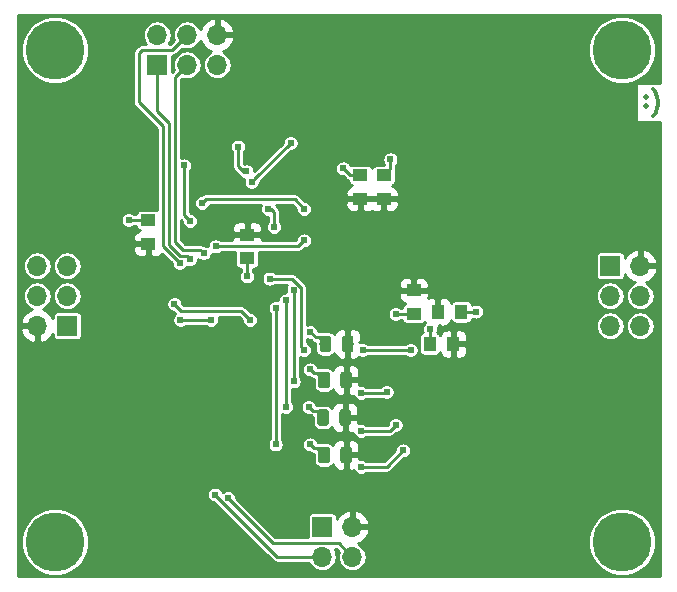
<source format=gbr>
G04 #@! TF.GenerationSoftware,KiCad,Pcbnew,(5.1.2)-1*
G04 #@! TF.CreationDate,2019-08-24T01:42:28-04:00*
G04 #@! TF.ProjectId,AAquad_PCB,41417175-6164-45f5-9043-422e6b696361,rev?*
G04 #@! TF.SameCoordinates,Original*
G04 #@! TF.FileFunction,Copper,L2,Bot*
G04 #@! TF.FilePolarity,Positive*
%FSLAX46Y46*%
G04 Gerber Fmt 4.6, Leading zero omitted, Abs format (unit mm)*
G04 Created by KiCad (PCBNEW (5.1.2)-1) date 2019-08-24 01:42:28*
%MOMM*%
%LPD*%
G04 APERTURE LIST*
%ADD10C,0.300000*%
%ADD11C,0.800000*%
%ADD12C,5.000000*%
%ADD13O,1.700000X1.700000*%
%ADD14R,1.700000X1.700000*%
%ADD15R,1.000000X1.250000*%
%ADD16R,1.250000X1.000000*%
%ADD17C,0.100000*%
%ADD18C,0.975000*%
%ADD19C,0.609600*%
%ADD20C,0.254000*%
G04 APERTURE END LIST*
D10*
X263152000Y-57884285D02*
X263223428Y-57812857D01*
X263152000Y-57741428D01*
X263080571Y-57812857D01*
X263152000Y-57884285D01*
X263152000Y-57741428D01*
X263152000Y-58670000D02*
X263223428Y-58598571D01*
X263152000Y-58527142D01*
X263080571Y-58598571D01*
X263152000Y-58670000D01*
X263152000Y-58527142D01*
X263723428Y-57170000D02*
X263794857Y-57241428D01*
X263937714Y-57455714D01*
X264009142Y-57598571D01*
X264080571Y-57812857D01*
X264152000Y-58170000D01*
X264152000Y-58455714D01*
X264080571Y-58812857D01*
X264009142Y-59027142D01*
X263937714Y-59170000D01*
X263794857Y-59384285D01*
X263723428Y-59455714D01*
D11*
X214431825Y-52522175D03*
X213106000Y-51973000D03*
X211780175Y-52522175D03*
X211231000Y-53848000D03*
X211780175Y-55173825D03*
X213106000Y-55723000D03*
X214431825Y-55173825D03*
X214981000Y-53848000D03*
D12*
X213106000Y-53848000D03*
D11*
X262437825Y-52522175D03*
X261112000Y-51973000D03*
X259786175Y-52522175D03*
X259237000Y-53848000D03*
X259786175Y-55173825D03*
X261112000Y-55723000D03*
X262437825Y-55173825D03*
X262987000Y-53848000D03*
D12*
X261112000Y-53848000D03*
D11*
X262437825Y-94178175D03*
X261112000Y-93629000D03*
X259786175Y-94178175D03*
X259237000Y-95504000D03*
X259786175Y-96829825D03*
X261112000Y-97379000D03*
X262437825Y-96829825D03*
X262987000Y-95504000D03*
D12*
X261112000Y-95504000D03*
D11*
X214431825Y-94178175D03*
X213106000Y-93629000D03*
X211780175Y-94178175D03*
X211231000Y-95504000D03*
X211780175Y-96829825D03*
X213106000Y-97379000D03*
X214431825Y-96829825D03*
X214981000Y-95504000D03*
D12*
X213106000Y-95504000D03*
D13*
X262636000Y-77216000D03*
X260096000Y-77216000D03*
X262636000Y-74676000D03*
X260096000Y-74676000D03*
X262636000Y-72136000D03*
D14*
X260096000Y-72136000D03*
D13*
X211582000Y-72136000D03*
X214122000Y-72136000D03*
X211582000Y-74676000D03*
X214122000Y-74676000D03*
X211582000Y-77216000D03*
D14*
X214122000Y-77216000D03*
D15*
X246824500Y-78740000D03*
X244824500Y-78740000D03*
D16*
X229362000Y-69485000D03*
X229362000Y-71485000D03*
X220980000Y-70262500D03*
X220980000Y-68262500D03*
X240919000Y-66468500D03*
X240919000Y-64468500D03*
X238950500Y-66452500D03*
X238950500Y-64452500D03*
D15*
X245491000Y-76009500D03*
X247491000Y-76009500D03*
D16*
X243459000Y-74184000D03*
X243459000Y-76184000D03*
D13*
X226822000Y-52578000D03*
X226822000Y-55118000D03*
X224282000Y-52578000D03*
X224282000Y-55118000D03*
X221742000Y-52578000D03*
D14*
X221742000Y-55118000D03*
D13*
X238252000Y-96774000D03*
X235712000Y-96774000D03*
X238252000Y-94234000D03*
D14*
X235712000Y-94234000D03*
D17*
G36*
X238138642Y-78041174D02*
G01*
X238162303Y-78044684D01*
X238185507Y-78050496D01*
X238208029Y-78058554D01*
X238229653Y-78068782D01*
X238250170Y-78081079D01*
X238269383Y-78095329D01*
X238287107Y-78111393D01*
X238303171Y-78129117D01*
X238317421Y-78148330D01*
X238329718Y-78168847D01*
X238339946Y-78190471D01*
X238348004Y-78212993D01*
X238353816Y-78236197D01*
X238357326Y-78259858D01*
X238358500Y-78283750D01*
X238358500Y-79196250D01*
X238357326Y-79220142D01*
X238353816Y-79243803D01*
X238348004Y-79267007D01*
X238339946Y-79289529D01*
X238329718Y-79311153D01*
X238317421Y-79331670D01*
X238303171Y-79350883D01*
X238287107Y-79368607D01*
X238269383Y-79384671D01*
X238250170Y-79398921D01*
X238229653Y-79411218D01*
X238208029Y-79421446D01*
X238185507Y-79429504D01*
X238162303Y-79435316D01*
X238138642Y-79438826D01*
X238114750Y-79440000D01*
X237627250Y-79440000D01*
X237603358Y-79438826D01*
X237579697Y-79435316D01*
X237556493Y-79429504D01*
X237533971Y-79421446D01*
X237512347Y-79411218D01*
X237491830Y-79398921D01*
X237472617Y-79384671D01*
X237454893Y-79368607D01*
X237438829Y-79350883D01*
X237424579Y-79331670D01*
X237412282Y-79311153D01*
X237402054Y-79289529D01*
X237393996Y-79267007D01*
X237388184Y-79243803D01*
X237384674Y-79220142D01*
X237383500Y-79196250D01*
X237383500Y-78283750D01*
X237384674Y-78259858D01*
X237388184Y-78236197D01*
X237393996Y-78212993D01*
X237402054Y-78190471D01*
X237412282Y-78168847D01*
X237424579Y-78148330D01*
X237438829Y-78129117D01*
X237454893Y-78111393D01*
X237472617Y-78095329D01*
X237491830Y-78081079D01*
X237512347Y-78068782D01*
X237533971Y-78058554D01*
X237556493Y-78050496D01*
X237579697Y-78044684D01*
X237603358Y-78041174D01*
X237627250Y-78040000D01*
X238114750Y-78040000D01*
X238138642Y-78041174D01*
X238138642Y-78041174D01*
G37*
D18*
X237871000Y-78740000D03*
D17*
G36*
X236263642Y-78041174D02*
G01*
X236287303Y-78044684D01*
X236310507Y-78050496D01*
X236333029Y-78058554D01*
X236354653Y-78068782D01*
X236375170Y-78081079D01*
X236394383Y-78095329D01*
X236412107Y-78111393D01*
X236428171Y-78129117D01*
X236442421Y-78148330D01*
X236454718Y-78168847D01*
X236464946Y-78190471D01*
X236473004Y-78212993D01*
X236478816Y-78236197D01*
X236482326Y-78259858D01*
X236483500Y-78283750D01*
X236483500Y-79196250D01*
X236482326Y-79220142D01*
X236478816Y-79243803D01*
X236473004Y-79267007D01*
X236464946Y-79289529D01*
X236454718Y-79311153D01*
X236442421Y-79331670D01*
X236428171Y-79350883D01*
X236412107Y-79368607D01*
X236394383Y-79384671D01*
X236375170Y-79398921D01*
X236354653Y-79411218D01*
X236333029Y-79421446D01*
X236310507Y-79429504D01*
X236287303Y-79435316D01*
X236263642Y-79438826D01*
X236239750Y-79440000D01*
X235752250Y-79440000D01*
X235728358Y-79438826D01*
X235704697Y-79435316D01*
X235681493Y-79429504D01*
X235658971Y-79421446D01*
X235637347Y-79411218D01*
X235616830Y-79398921D01*
X235597617Y-79384671D01*
X235579893Y-79368607D01*
X235563829Y-79350883D01*
X235549579Y-79331670D01*
X235537282Y-79311153D01*
X235527054Y-79289529D01*
X235518996Y-79267007D01*
X235513184Y-79243803D01*
X235509674Y-79220142D01*
X235508500Y-79196250D01*
X235508500Y-78283750D01*
X235509674Y-78259858D01*
X235513184Y-78236197D01*
X235518996Y-78212993D01*
X235527054Y-78190471D01*
X235537282Y-78168847D01*
X235549579Y-78148330D01*
X235563829Y-78129117D01*
X235579893Y-78111393D01*
X235597617Y-78095329D01*
X235616830Y-78081079D01*
X235637347Y-78068782D01*
X235658971Y-78058554D01*
X235681493Y-78050496D01*
X235704697Y-78044684D01*
X235728358Y-78041174D01*
X235752250Y-78040000D01*
X236239750Y-78040000D01*
X236263642Y-78041174D01*
X236263642Y-78041174D01*
G37*
D18*
X235996000Y-78740000D03*
D17*
G36*
X238011642Y-81089174D02*
G01*
X238035303Y-81092684D01*
X238058507Y-81098496D01*
X238081029Y-81106554D01*
X238102653Y-81116782D01*
X238123170Y-81129079D01*
X238142383Y-81143329D01*
X238160107Y-81159393D01*
X238176171Y-81177117D01*
X238190421Y-81196330D01*
X238202718Y-81216847D01*
X238212946Y-81238471D01*
X238221004Y-81260993D01*
X238226816Y-81284197D01*
X238230326Y-81307858D01*
X238231500Y-81331750D01*
X238231500Y-82244250D01*
X238230326Y-82268142D01*
X238226816Y-82291803D01*
X238221004Y-82315007D01*
X238212946Y-82337529D01*
X238202718Y-82359153D01*
X238190421Y-82379670D01*
X238176171Y-82398883D01*
X238160107Y-82416607D01*
X238142383Y-82432671D01*
X238123170Y-82446921D01*
X238102653Y-82459218D01*
X238081029Y-82469446D01*
X238058507Y-82477504D01*
X238035303Y-82483316D01*
X238011642Y-82486826D01*
X237987750Y-82488000D01*
X237500250Y-82488000D01*
X237476358Y-82486826D01*
X237452697Y-82483316D01*
X237429493Y-82477504D01*
X237406971Y-82469446D01*
X237385347Y-82459218D01*
X237364830Y-82446921D01*
X237345617Y-82432671D01*
X237327893Y-82416607D01*
X237311829Y-82398883D01*
X237297579Y-82379670D01*
X237285282Y-82359153D01*
X237275054Y-82337529D01*
X237266996Y-82315007D01*
X237261184Y-82291803D01*
X237257674Y-82268142D01*
X237256500Y-82244250D01*
X237256500Y-81331750D01*
X237257674Y-81307858D01*
X237261184Y-81284197D01*
X237266996Y-81260993D01*
X237275054Y-81238471D01*
X237285282Y-81216847D01*
X237297579Y-81196330D01*
X237311829Y-81177117D01*
X237327893Y-81159393D01*
X237345617Y-81143329D01*
X237364830Y-81129079D01*
X237385347Y-81116782D01*
X237406971Y-81106554D01*
X237429493Y-81098496D01*
X237452697Y-81092684D01*
X237476358Y-81089174D01*
X237500250Y-81088000D01*
X237987750Y-81088000D01*
X238011642Y-81089174D01*
X238011642Y-81089174D01*
G37*
D18*
X237744000Y-81788000D03*
D17*
G36*
X236136642Y-81089174D02*
G01*
X236160303Y-81092684D01*
X236183507Y-81098496D01*
X236206029Y-81106554D01*
X236227653Y-81116782D01*
X236248170Y-81129079D01*
X236267383Y-81143329D01*
X236285107Y-81159393D01*
X236301171Y-81177117D01*
X236315421Y-81196330D01*
X236327718Y-81216847D01*
X236337946Y-81238471D01*
X236346004Y-81260993D01*
X236351816Y-81284197D01*
X236355326Y-81307858D01*
X236356500Y-81331750D01*
X236356500Y-82244250D01*
X236355326Y-82268142D01*
X236351816Y-82291803D01*
X236346004Y-82315007D01*
X236337946Y-82337529D01*
X236327718Y-82359153D01*
X236315421Y-82379670D01*
X236301171Y-82398883D01*
X236285107Y-82416607D01*
X236267383Y-82432671D01*
X236248170Y-82446921D01*
X236227653Y-82459218D01*
X236206029Y-82469446D01*
X236183507Y-82477504D01*
X236160303Y-82483316D01*
X236136642Y-82486826D01*
X236112750Y-82488000D01*
X235625250Y-82488000D01*
X235601358Y-82486826D01*
X235577697Y-82483316D01*
X235554493Y-82477504D01*
X235531971Y-82469446D01*
X235510347Y-82459218D01*
X235489830Y-82446921D01*
X235470617Y-82432671D01*
X235452893Y-82416607D01*
X235436829Y-82398883D01*
X235422579Y-82379670D01*
X235410282Y-82359153D01*
X235400054Y-82337529D01*
X235391996Y-82315007D01*
X235386184Y-82291803D01*
X235382674Y-82268142D01*
X235381500Y-82244250D01*
X235381500Y-81331750D01*
X235382674Y-81307858D01*
X235386184Y-81284197D01*
X235391996Y-81260993D01*
X235400054Y-81238471D01*
X235410282Y-81216847D01*
X235422579Y-81196330D01*
X235436829Y-81177117D01*
X235452893Y-81159393D01*
X235470617Y-81143329D01*
X235489830Y-81129079D01*
X235510347Y-81116782D01*
X235531971Y-81106554D01*
X235554493Y-81098496D01*
X235577697Y-81092684D01*
X235601358Y-81089174D01*
X235625250Y-81088000D01*
X236112750Y-81088000D01*
X236136642Y-81089174D01*
X236136642Y-81089174D01*
G37*
D18*
X235869000Y-81788000D03*
D17*
G36*
X237933142Y-84264174D02*
G01*
X237956803Y-84267684D01*
X237980007Y-84273496D01*
X238002529Y-84281554D01*
X238024153Y-84291782D01*
X238044670Y-84304079D01*
X238063883Y-84318329D01*
X238081607Y-84334393D01*
X238097671Y-84352117D01*
X238111921Y-84371330D01*
X238124218Y-84391847D01*
X238134446Y-84413471D01*
X238142504Y-84435993D01*
X238148316Y-84459197D01*
X238151826Y-84482858D01*
X238153000Y-84506750D01*
X238153000Y-85419250D01*
X238151826Y-85443142D01*
X238148316Y-85466803D01*
X238142504Y-85490007D01*
X238134446Y-85512529D01*
X238124218Y-85534153D01*
X238111921Y-85554670D01*
X238097671Y-85573883D01*
X238081607Y-85591607D01*
X238063883Y-85607671D01*
X238044670Y-85621921D01*
X238024153Y-85634218D01*
X238002529Y-85644446D01*
X237980007Y-85652504D01*
X237956803Y-85658316D01*
X237933142Y-85661826D01*
X237909250Y-85663000D01*
X237421750Y-85663000D01*
X237397858Y-85661826D01*
X237374197Y-85658316D01*
X237350993Y-85652504D01*
X237328471Y-85644446D01*
X237306847Y-85634218D01*
X237286330Y-85621921D01*
X237267117Y-85607671D01*
X237249393Y-85591607D01*
X237233329Y-85573883D01*
X237219079Y-85554670D01*
X237206782Y-85534153D01*
X237196554Y-85512529D01*
X237188496Y-85490007D01*
X237182684Y-85466803D01*
X237179174Y-85443142D01*
X237178000Y-85419250D01*
X237178000Y-84506750D01*
X237179174Y-84482858D01*
X237182684Y-84459197D01*
X237188496Y-84435993D01*
X237196554Y-84413471D01*
X237206782Y-84391847D01*
X237219079Y-84371330D01*
X237233329Y-84352117D01*
X237249393Y-84334393D01*
X237267117Y-84318329D01*
X237286330Y-84304079D01*
X237306847Y-84291782D01*
X237328471Y-84281554D01*
X237350993Y-84273496D01*
X237374197Y-84267684D01*
X237397858Y-84264174D01*
X237421750Y-84263000D01*
X237909250Y-84263000D01*
X237933142Y-84264174D01*
X237933142Y-84264174D01*
G37*
D18*
X237665500Y-84963000D03*
D17*
G36*
X236058142Y-84264174D02*
G01*
X236081803Y-84267684D01*
X236105007Y-84273496D01*
X236127529Y-84281554D01*
X236149153Y-84291782D01*
X236169670Y-84304079D01*
X236188883Y-84318329D01*
X236206607Y-84334393D01*
X236222671Y-84352117D01*
X236236921Y-84371330D01*
X236249218Y-84391847D01*
X236259446Y-84413471D01*
X236267504Y-84435993D01*
X236273316Y-84459197D01*
X236276826Y-84482858D01*
X236278000Y-84506750D01*
X236278000Y-85419250D01*
X236276826Y-85443142D01*
X236273316Y-85466803D01*
X236267504Y-85490007D01*
X236259446Y-85512529D01*
X236249218Y-85534153D01*
X236236921Y-85554670D01*
X236222671Y-85573883D01*
X236206607Y-85591607D01*
X236188883Y-85607671D01*
X236169670Y-85621921D01*
X236149153Y-85634218D01*
X236127529Y-85644446D01*
X236105007Y-85652504D01*
X236081803Y-85658316D01*
X236058142Y-85661826D01*
X236034250Y-85663000D01*
X235546750Y-85663000D01*
X235522858Y-85661826D01*
X235499197Y-85658316D01*
X235475993Y-85652504D01*
X235453471Y-85644446D01*
X235431847Y-85634218D01*
X235411330Y-85621921D01*
X235392117Y-85607671D01*
X235374393Y-85591607D01*
X235358329Y-85573883D01*
X235344079Y-85554670D01*
X235331782Y-85534153D01*
X235321554Y-85512529D01*
X235313496Y-85490007D01*
X235307684Y-85466803D01*
X235304174Y-85443142D01*
X235303000Y-85419250D01*
X235303000Y-84506750D01*
X235304174Y-84482858D01*
X235307684Y-84459197D01*
X235313496Y-84435993D01*
X235321554Y-84413471D01*
X235331782Y-84391847D01*
X235344079Y-84371330D01*
X235358329Y-84352117D01*
X235374393Y-84334393D01*
X235392117Y-84318329D01*
X235411330Y-84304079D01*
X235431847Y-84291782D01*
X235453471Y-84281554D01*
X235475993Y-84273496D01*
X235499197Y-84267684D01*
X235522858Y-84264174D01*
X235546750Y-84263000D01*
X236034250Y-84263000D01*
X236058142Y-84264174D01*
X236058142Y-84264174D01*
G37*
D18*
X235790500Y-84963000D03*
D17*
G36*
X238011642Y-87439174D02*
G01*
X238035303Y-87442684D01*
X238058507Y-87448496D01*
X238081029Y-87456554D01*
X238102653Y-87466782D01*
X238123170Y-87479079D01*
X238142383Y-87493329D01*
X238160107Y-87509393D01*
X238176171Y-87527117D01*
X238190421Y-87546330D01*
X238202718Y-87566847D01*
X238212946Y-87588471D01*
X238221004Y-87610993D01*
X238226816Y-87634197D01*
X238230326Y-87657858D01*
X238231500Y-87681750D01*
X238231500Y-88594250D01*
X238230326Y-88618142D01*
X238226816Y-88641803D01*
X238221004Y-88665007D01*
X238212946Y-88687529D01*
X238202718Y-88709153D01*
X238190421Y-88729670D01*
X238176171Y-88748883D01*
X238160107Y-88766607D01*
X238142383Y-88782671D01*
X238123170Y-88796921D01*
X238102653Y-88809218D01*
X238081029Y-88819446D01*
X238058507Y-88827504D01*
X238035303Y-88833316D01*
X238011642Y-88836826D01*
X237987750Y-88838000D01*
X237500250Y-88838000D01*
X237476358Y-88836826D01*
X237452697Y-88833316D01*
X237429493Y-88827504D01*
X237406971Y-88819446D01*
X237385347Y-88809218D01*
X237364830Y-88796921D01*
X237345617Y-88782671D01*
X237327893Y-88766607D01*
X237311829Y-88748883D01*
X237297579Y-88729670D01*
X237285282Y-88709153D01*
X237275054Y-88687529D01*
X237266996Y-88665007D01*
X237261184Y-88641803D01*
X237257674Y-88618142D01*
X237256500Y-88594250D01*
X237256500Y-87681750D01*
X237257674Y-87657858D01*
X237261184Y-87634197D01*
X237266996Y-87610993D01*
X237275054Y-87588471D01*
X237285282Y-87566847D01*
X237297579Y-87546330D01*
X237311829Y-87527117D01*
X237327893Y-87509393D01*
X237345617Y-87493329D01*
X237364830Y-87479079D01*
X237385347Y-87466782D01*
X237406971Y-87456554D01*
X237429493Y-87448496D01*
X237452697Y-87442684D01*
X237476358Y-87439174D01*
X237500250Y-87438000D01*
X237987750Y-87438000D01*
X238011642Y-87439174D01*
X238011642Y-87439174D01*
G37*
D18*
X237744000Y-88138000D03*
D17*
G36*
X236136642Y-87439174D02*
G01*
X236160303Y-87442684D01*
X236183507Y-87448496D01*
X236206029Y-87456554D01*
X236227653Y-87466782D01*
X236248170Y-87479079D01*
X236267383Y-87493329D01*
X236285107Y-87509393D01*
X236301171Y-87527117D01*
X236315421Y-87546330D01*
X236327718Y-87566847D01*
X236337946Y-87588471D01*
X236346004Y-87610993D01*
X236351816Y-87634197D01*
X236355326Y-87657858D01*
X236356500Y-87681750D01*
X236356500Y-88594250D01*
X236355326Y-88618142D01*
X236351816Y-88641803D01*
X236346004Y-88665007D01*
X236337946Y-88687529D01*
X236327718Y-88709153D01*
X236315421Y-88729670D01*
X236301171Y-88748883D01*
X236285107Y-88766607D01*
X236267383Y-88782671D01*
X236248170Y-88796921D01*
X236227653Y-88809218D01*
X236206029Y-88819446D01*
X236183507Y-88827504D01*
X236160303Y-88833316D01*
X236136642Y-88836826D01*
X236112750Y-88838000D01*
X235625250Y-88838000D01*
X235601358Y-88836826D01*
X235577697Y-88833316D01*
X235554493Y-88827504D01*
X235531971Y-88819446D01*
X235510347Y-88809218D01*
X235489830Y-88796921D01*
X235470617Y-88782671D01*
X235452893Y-88766607D01*
X235436829Y-88748883D01*
X235422579Y-88729670D01*
X235410282Y-88709153D01*
X235400054Y-88687529D01*
X235391996Y-88665007D01*
X235386184Y-88641803D01*
X235382674Y-88618142D01*
X235381500Y-88594250D01*
X235381500Y-87681750D01*
X235382674Y-87657858D01*
X235386184Y-87634197D01*
X235391996Y-87610993D01*
X235400054Y-87588471D01*
X235410282Y-87566847D01*
X235422579Y-87546330D01*
X235436829Y-87527117D01*
X235452893Y-87509393D01*
X235470617Y-87493329D01*
X235489830Y-87479079D01*
X235510347Y-87466782D01*
X235531971Y-87456554D01*
X235554493Y-87448496D01*
X235577697Y-87442684D01*
X235601358Y-87439174D01*
X235625250Y-87438000D01*
X236112750Y-87438000D01*
X236136642Y-87439174D01*
X236136642Y-87439174D01*
G37*
D18*
X235869000Y-88138000D03*
D19*
X246126000Y-77470000D03*
X239014000Y-88138000D03*
X234696000Y-88138000D03*
X234696000Y-84963000D03*
X234696000Y-81788000D03*
X234696000Y-78613000D03*
X249936000Y-88392000D03*
X251079000Y-90170000D03*
X249936000Y-91821000D03*
X254254000Y-94107000D03*
X227584000Y-89662000D03*
X229743000Y-89662000D03*
X227878000Y-68874000D03*
X219456000Y-69723000D03*
X220980000Y-89916000D03*
X215773000Y-89916000D03*
X241554000Y-61087000D03*
X241427000Y-62230000D03*
X243713000Y-61341000D03*
X243713000Y-55499000D03*
X248158000Y-87122000D03*
X248856500Y-81534000D03*
X243656000Y-84582000D03*
X243522500Y-83756500D03*
X214376000Y-65786000D03*
X234696000Y-87249000D03*
X234569000Y-84074000D03*
X234696000Y-77724000D03*
X234696000Y-80899000D03*
X229362000Y-73025000D03*
X219329000Y-68262500D03*
X241490500Y-63119000D03*
X237500000Y-63881000D03*
X241935000Y-76200000D03*
X248729500Y-76009500D03*
X244856000Y-77470000D03*
X223203000Y-75375000D03*
X229616000Y-76708000D03*
X223708974Y-76708000D03*
X226314000Y-76708000D03*
X231648000Y-68834000D03*
X231140000Y-67310000D03*
X231775000Y-87249000D03*
X231775000Y-75692000D03*
X234188000Y-79248000D03*
X231267000Y-73215500D03*
X233299000Y-81915000D03*
X233299000Y-74168000D03*
X232664000Y-84074000D03*
X232664000Y-75057000D03*
X232664000Y-75057000D03*
X224536000Y-71577200D03*
X225679000Y-71069200D03*
X223647000Y-71882000D03*
X224536000Y-68326000D03*
X224028000Y-63627000D03*
X228600000Y-62039500D03*
X229298500Y-64135000D03*
X229743000Y-65024000D03*
X233045000Y-61722000D03*
X225552000Y-66802000D03*
X234188000Y-67310000D03*
X226695000Y-70485000D03*
X234188000Y-69977000D03*
X227725132Y-91806868D03*
X226631500Y-91503500D03*
X239014000Y-89154000D03*
X242570000Y-87757000D03*
X239141000Y-79248000D03*
X243205000Y-79248000D03*
X239014000Y-82893000D03*
X241173000Y-82804000D03*
X239001000Y-86106000D03*
X241935000Y-85598000D03*
D20*
X235312763Y-87581763D02*
X235028763Y-87581763D01*
X235869000Y-88138000D02*
X235312763Y-87581763D01*
X235028763Y-87581763D02*
X234696000Y-87249000D01*
X235234263Y-84406763D02*
X234901763Y-84406763D01*
X235790500Y-84963000D02*
X235234263Y-84406763D01*
X234901763Y-84406763D02*
X234569000Y-84074000D01*
X235439763Y-78183763D02*
X235155763Y-78183763D01*
X235996000Y-78740000D02*
X235439763Y-78183763D01*
X235155763Y-78183763D02*
X234696000Y-77724000D01*
X235312763Y-81231763D02*
X235028763Y-81231763D01*
X235869000Y-81788000D02*
X235312763Y-81231763D01*
X235028763Y-81231763D02*
X234696000Y-80899000D01*
X229362000Y-71485000D02*
X229362000Y-72239000D01*
X229362000Y-72239000D02*
X229362000Y-73025000D01*
X220980000Y-68262500D02*
X220101000Y-68262500D01*
X220101000Y-68262500D02*
X219329000Y-68262500D01*
X240919000Y-64468500D02*
X240919000Y-64452500D01*
X240919000Y-64452500D02*
X241490500Y-63881000D01*
X241490500Y-63881000D02*
X241490500Y-63119000D01*
X238071500Y-64452500D02*
X237500000Y-63881000D01*
X238950500Y-64452500D02*
X238071500Y-64452500D01*
X242580000Y-76184000D02*
X242564000Y-76200000D01*
X243459000Y-76184000D02*
X242580000Y-76184000D01*
X242564000Y-76200000D02*
X241935000Y-76200000D01*
X247491000Y-76009500D02*
X248245000Y-76009500D01*
X248245000Y-76009500D02*
X248729500Y-76009500D01*
X244856000Y-78740000D02*
X244856000Y-77861000D01*
X244856000Y-77861000D02*
X244856000Y-77470000D01*
X223203000Y-75375000D02*
X223774000Y-75946000D01*
X223774000Y-75946000D02*
X228854000Y-75946000D01*
X228854000Y-75946000D02*
X229616000Y-76708000D01*
X223708974Y-76708000D02*
X226314000Y-76708000D01*
X231775000Y-87249000D02*
X231775000Y-75692000D01*
X231140000Y-67310000D02*
X231394000Y-67310000D01*
X231394000Y-67310000D02*
X231648000Y-67564000D01*
X231648000Y-67564000D02*
X231648000Y-68834000D01*
X234188000Y-79248000D02*
X233883201Y-78943201D01*
X233883201Y-78943201D02*
X233883201Y-73925175D01*
X231698052Y-73215500D02*
X231267000Y-73215500D01*
X233148126Y-73215500D02*
X231698052Y-73215500D01*
X233857801Y-73925175D02*
X233148126Y-73215500D01*
X233883201Y-73925175D02*
X233857801Y-73925175D01*
X233299000Y-81915000D02*
X233299000Y-74168000D01*
X232664000Y-84074000D02*
X232664000Y-83642948D01*
X232664000Y-83642948D02*
X232664000Y-75057000D01*
X221742000Y-58547000D02*
X221742000Y-55118000D01*
X224231201Y-71272401D02*
X223672401Y-71272401D01*
X224536000Y-71577200D02*
X224231201Y-71272401D01*
X223672401Y-71272401D02*
X222758000Y-70358000D01*
X222758000Y-70358000D02*
X222758000Y-60071000D01*
X221742000Y-59055000D02*
X221742000Y-58547000D01*
X222758000Y-60071000D02*
X221742000Y-59055000D01*
X225374201Y-70764401D02*
X223926401Y-70764401D01*
X225679000Y-71069200D02*
X225374201Y-70764401D01*
X223926401Y-70764401D02*
X223266000Y-70104000D01*
X223266000Y-56134000D02*
X224282000Y-55118000D01*
X223266000Y-70104000D02*
X223266000Y-56134000D01*
X223012000Y-53848000D02*
X224282000Y-52578000D01*
X222250000Y-70485000D02*
X222250000Y-60325000D01*
X223647000Y-71882000D02*
X222250000Y-70485000D01*
X222250000Y-60325000D02*
X220218000Y-58293000D01*
X220218000Y-58293000D02*
X220218000Y-54102000D01*
X220218000Y-54102000D02*
X220472000Y-53848000D01*
X220472000Y-53848000D02*
X223012000Y-53848000D01*
X224028000Y-67818000D02*
X224536000Y-68326000D01*
X224028000Y-63627000D02*
X224028000Y-67818000D01*
X228600000Y-62089552D02*
X228600000Y-63690500D01*
X228600000Y-63690500D02*
X229044500Y-64135000D01*
X229044500Y-64135000D02*
X229298500Y-64135000D01*
X229743000Y-65024000D02*
X230047799Y-64719201D01*
X230047799Y-64719201D02*
X233045000Y-61722000D01*
X225552000Y-66802000D02*
X225856799Y-66497201D01*
X233375201Y-66497201D02*
X232968799Y-66497201D01*
X234188000Y-67310000D02*
X233375201Y-66497201D01*
X225856799Y-66497201D02*
X232968799Y-66497201D01*
X232968799Y-66497201D02*
X233248201Y-66497201D01*
X233680000Y-70485000D02*
X226695000Y-70485000D01*
X234188000Y-69977000D02*
X233680000Y-70485000D01*
X238252000Y-96774000D02*
X237109000Y-95631000D01*
X237109000Y-95631000D02*
X231521000Y-95631000D01*
X231521000Y-95631000D02*
X227711000Y-91821000D01*
X227711000Y-91821000D02*
X227725132Y-91806868D01*
X235712000Y-96774000D02*
X231902000Y-96774000D01*
X226568000Y-91440000D02*
X226631500Y-91503500D01*
X231902000Y-96774000D02*
X226631500Y-91503500D01*
X239014000Y-89154000D02*
X241173000Y-89154000D01*
X241173000Y-89154000D02*
X242570000Y-87757000D01*
X239141000Y-79248000D02*
X243205000Y-79248000D01*
X239014000Y-82893000D02*
X241084000Y-82893000D01*
X241084000Y-82893000D02*
X241173000Y-82804000D01*
X239001000Y-86106000D02*
X241427000Y-86106000D01*
X241427000Y-86106000D02*
X241935000Y-85598000D01*
G36*
X264287000Y-56644000D02*
G01*
X262263857Y-56644000D01*
X262263857Y-59956000D01*
X264287000Y-59956000D01*
X264287000Y-98425000D01*
X209931000Y-98425000D01*
X209931000Y-95220246D01*
X210225000Y-95220246D01*
X210225000Y-95787754D01*
X210335715Y-96344357D01*
X210552891Y-96868665D01*
X210868181Y-97340530D01*
X211269470Y-97741819D01*
X211741335Y-98057109D01*
X212265643Y-98274285D01*
X212822246Y-98385000D01*
X213389754Y-98385000D01*
X213946357Y-98274285D01*
X214470665Y-98057109D01*
X214942530Y-97741819D01*
X215343819Y-97340530D01*
X215659109Y-96868665D01*
X215876285Y-96344357D01*
X215987000Y-95787754D01*
X215987000Y-95220246D01*
X215876285Y-94663643D01*
X215659109Y-94139335D01*
X215343819Y-93667470D01*
X214942530Y-93266181D01*
X214470665Y-92950891D01*
X213946357Y-92733715D01*
X213389754Y-92623000D01*
X212822246Y-92623000D01*
X212265643Y-92733715D01*
X211741335Y-92950891D01*
X211269470Y-93266181D01*
X210868181Y-93667470D01*
X210552891Y-94139335D01*
X210335715Y-94663643D01*
X210225000Y-95220246D01*
X209931000Y-95220246D01*
X209931000Y-91435955D01*
X225945700Y-91435955D01*
X225945700Y-91571045D01*
X225972055Y-91703540D01*
X226023752Y-91828348D01*
X226098805Y-91940672D01*
X226194328Y-92036195D01*
X226306652Y-92111248D01*
X226431460Y-92162945D01*
X226563955Y-92189300D01*
X226598880Y-92189300D01*
X231525145Y-97115565D01*
X231541052Y-97134948D01*
X231618405Y-97198429D01*
X231706657Y-97245601D01*
X231802415Y-97274649D01*
X231877053Y-97282000D01*
X231877056Y-97282000D01*
X231902000Y-97284457D01*
X231926944Y-97282000D01*
X234587716Y-97282000D01*
X234683509Y-97461216D01*
X234837340Y-97648660D01*
X235024784Y-97802491D01*
X235238637Y-97916798D01*
X235470682Y-97987188D01*
X235651528Y-98005000D01*
X235772472Y-98005000D01*
X235953318Y-97987188D01*
X236185363Y-97916798D01*
X236399216Y-97802491D01*
X236586660Y-97648660D01*
X236740491Y-97461216D01*
X236854798Y-97247363D01*
X236925188Y-97015318D01*
X236948956Y-96774000D01*
X236925188Y-96532682D01*
X236854798Y-96300637D01*
X236768401Y-96139000D01*
X236898580Y-96139000D01*
X237097801Y-96338221D01*
X237038812Y-96532682D01*
X237015044Y-96774000D01*
X237038812Y-97015318D01*
X237109202Y-97247363D01*
X237223509Y-97461216D01*
X237377340Y-97648660D01*
X237564784Y-97802491D01*
X237778637Y-97916798D01*
X238010682Y-97987188D01*
X238191528Y-98005000D01*
X238312472Y-98005000D01*
X238493318Y-97987188D01*
X238725363Y-97916798D01*
X238939216Y-97802491D01*
X239126660Y-97648660D01*
X239280491Y-97461216D01*
X239394798Y-97247363D01*
X239465188Y-97015318D01*
X239488956Y-96774000D01*
X239465188Y-96532682D01*
X239394798Y-96300637D01*
X239280491Y-96086784D01*
X239126660Y-95899340D01*
X238939216Y-95745509D01*
X238728695Y-95632983D01*
X238883252Y-95578157D01*
X239133355Y-95429178D01*
X239349588Y-95234269D01*
X239360047Y-95220246D01*
X258231000Y-95220246D01*
X258231000Y-95787754D01*
X258341715Y-96344357D01*
X258558891Y-96868665D01*
X258874181Y-97340530D01*
X259275470Y-97741819D01*
X259747335Y-98057109D01*
X260271643Y-98274285D01*
X260828246Y-98385000D01*
X261395754Y-98385000D01*
X261952357Y-98274285D01*
X262476665Y-98057109D01*
X262948530Y-97741819D01*
X263349819Y-97340530D01*
X263665109Y-96868665D01*
X263882285Y-96344357D01*
X263993000Y-95787754D01*
X263993000Y-95220246D01*
X263882285Y-94663643D01*
X263665109Y-94139335D01*
X263349819Y-93667470D01*
X262948530Y-93266181D01*
X262476665Y-92950891D01*
X261952357Y-92733715D01*
X261395754Y-92623000D01*
X260828246Y-92623000D01*
X260271643Y-92733715D01*
X259747335Y-92950891D01*
X259275470Y-93266181D01*
X258874181Y-93667470D01*
X258558891Y-94139335D01*
X258341715Y-94663643D01*
X258231000Y-95220246D01*
X239360047Y-95220246D01*
X239523641Y-95000920D01*
X239648825Y-94738099D01*
X239693476Y-94590890D01*
X239572155Y-94361000D01*
X238379000Y-94361000D01*
X238379000Y-94381000D01*
X238125000Y-94381000D01*
X238125000Y-94361000D01*
X238105000Y-94361000D01*
X238105000Y-94107000D01*
X238125000Y-94107000D01*
X238125000Y-92913186D01*
X238379000Y-92913186D01*
X238379000Y-94107000D01*
X239572155Y-94107000D01*
X239693476Y-93877110D01*
X239648825Y-93729901D01*
X239523641Y-93467080D01*
X239349588Y-93233731D01*
X239133355Y-93038822D01*
X238883252Y-92889843D01*
X238608891Y-92792519D01*
X238379000Y-92913186D01*
X238125000Y-92913186D01*
X237895109Y-92792519D01*
X237620748Y-92889843D01*
X237370645Y-93038822D01*
X237154412Y-93233731D01*
X236980359Y-93467080D01*
X236944843Y-93541645D01*
X236944843Y-93384000D01*
X236937487Y-93309311D01*
X236915701Y-93237492D01*
X236880322Y-93171304D01*
X236832711Y-93113289D01*
X236774696Y-93065678D01*
X236708508Y-93030299D01*
X236636689Y-93008513D01*
X236562000Y-93001157D01*
X234862000Y-93001157D01*
X234787311Y-93008513D01*
X234715492Y-93030299D01*
X234649304Y-93065678D01*
X234591289Y-93113289D01*
X234543678Y-93171304D01*
X234508299Y-93237492D01*
X234486513Y-93309311D01*
X234479157Y-93384000D01*
X234479157Y-95084000D01*
X234482998Y-95123000D01*
X231731420Y-95123000D01*
X228410932Y-91802512D01*
X228410932Y-91739323D01*
X228384577Y-91606828D01*
X228332880Y-91482020D01*
X228257827Y-91369696D01*
X228162304Y-91274173D01*
X228049980Y-91199120D01*
X227925172Y-91147423D01*
X227792677Y-91121068D01*
X227657587Y-91121068D01*
X227525092Y-91147423D01*
X227400284Y-91199120D01*
X227287960Y-91274173D01*
X227281493Y-91280640D01*
X227239248Y-91178652D01*
X227164195Y-91066328D01*
X227068672Y-90970805D01*
X226956348Y-90895752D01*
X226831540Y-90844055D01*
X226699045Y-90817700D01*
X226563955Y-90817700D01*
X226431460Y-90844055D01*
X226306652Y-90895752D01*
X226194328Y-90970805D01*
X226098805Y-91066328D01*
X226023752Y-91178652D01*
X225972055Y-91303460D01*
X225945700Y-91435955D01*
X209931000Y-91435955D01*
X209931000Y-77572890D01*
X210140524Y-77572890D01*
X210185175Y-77720099D01*
X210310359Y-77982920D01*
X210484412Y-78216269D01*
X210700645Y-78411178D01*
X210950748Y-78560157D01*
X211225109Y-78657481D01*
X211455000Y-78536814D01*
X211455000Y-77343000D01*
X210261845Y-77343000D01*
X210140524Y-77572890D01*
X209931000Y-77572890D01*
X209931000Y-76859110D01*
X210140524Y-76859110D01*
X210261845Y-77089000D01*
X211455000Y-77089000D01*
X211455000Y-77069000D01*
X211709000Y-77069000D01*
X211709000Y-77089000D01*
X211729000Y-77089000D01*
X211729000Y-77343000D01*
X211709000Y-77343000D01*
X211709000Y-78536814D01*
X211938891Y-78657481D01*
X212213252Y-78560157D01*
X212463355Y-78411178D01*
X212679588Y-78216269D01*
X212853641Y-77982920D01*
X212889157Y-77908355D01*
X212889157Y-78066000D01*
X212896513Y-78140689D01*
X212918299Y-78212508D01*
X212953678Y-78278696D01*
X213001289Y-78336711D01*
X213059304Y-78384322D01*
X213125492Y-78419701D01*
X213197311Y-78441487D01*
X213272000Y-78448843D01*
X214972000Y-78448843D01*
X215046689Y-78441487D01*
X215118508Y-78419701D01*
X215184696Y-78384322D01*
X215242711Y-78336711D01*
X215290322Y-78278696D01*
X215325701Y-78212508D01*
X215347487Y-78140689D01*
X215354843Y-78066000D01*
X215354843Y-76366000D01*
X215347487Y-76291311D01*
X215325701Y-76219492D01*
X215290322Y-76153304D01*
X215242711Y-76095289D01*
X215184696Y-76047678D01*
X215118508Y-76012299D01*
X215046689Y-75990513D01*
X214972000Y-75983157D01*
X213272000Y-75983157D01*
X213197311Y-75990513D01*
X213125492Y-76012299D01*
X213059304Y-76047678D01*
X213001289Y-76095289D01*
X212953678Y-76153304D01*
X212918299Y-76219492D01*
X212896513Y-76291311D01*
X212889157Y-76366000D01*
X212889157Y-76523645D01*
X212853641Y-76449080D01*
X212679588Y-76215731D01*
X212463355Y-76020822D01*
X212213252Y-75871843D01*
X212058695Y-75817017D01*
X212269216Y-75704491D01*
X212456660Y-75550660D01*
X212610491Y-75363216D01*
X212724798Y-75149363D01*
X212795188Y-74917318D01*
X212818956Y-74676000D01*
X212885044Y-74676000D01*
X212908812Y-74917318D01*
X212979202Y-75149363D01*
X213093509Y-75363216D01*
X213247340Y-75550660D01*
X213434784Y-75704491D01*
X213648637Y-75818798D01*
X213880682Y-75889188D01*
X214061528Y-75907000D01*
X214182472Y-75907000D01*
X214363318Y-75889188D01*
X214595363Y-75818798D01*
X214809216Y-75704491D01*
X214996660Y-75550660D01*
X215150491Y-75363216D01*
X215180295Y-75307455D01*
X222517200Y-75307455D01*
X222517200Y-75442545D01*
X222543555Y-75575040D01*
X222595252Y-75699848D01*
X222670305Y-75812172D01*
X222765828Y-75907695D01*
X222878152Y-75982748D01*
X223002960Y-76034445D01*
X223135455Y-76060800D01*
X223170379Y-76060800D01*
X223279644Y-76170065D01*
X223271802Y-76175305D01*
X223176279Y-76270828D01*
X223101226Y-76383152D01*
X223049529Y-76507960D01*
X223023174Y-76640455D01*
X223023174Y-76775545D01*
X223049529Y-76908040D01*
X223101226Y-77032848D01*
X223176279Y-77145172D01*
X223271802Y-77240695D01*
X223384126Y-77315748D01*
X223508934Y-77367445D01*
X223641429Y-77393800D01*
X223776519Y-77393800D01*
X223909014Y-77367445D01*
X224033822Y-77315748D01*
X224146146Y-77240695D01*
X224170841Y-77216000D01*
X225852133Y-77216000D01*
X225876828Y-77240695D01*
X225989152Y-77315748D01*
X226113960Y-77367445D01*
X226246455Y-77393800D01*
X226381545Y-77393800D01*
X226514040Y-77367445D01*
X226638848Y-77315748D01*
X226751172Y-77240695D01*
X226846695Y-77145172D01*
X226921748Y-77032848D01*
X226973445Y-76908040D01*
X226999800Y-76775545D01*
X226999800Y-76640455D01*
X226973445Y-76507960D01*
X226951094Y-76454000D01*
X228643580Y-76454000D01*
X228930200Y-76740620D01*
X228930200Y-76775545D01*
X228956555Y-76908040D01*
X229008252Y-77032848D01*
X229083305Y-77145172D01*
X229178828Y-77240695D01*
X229291152Y-77315748D01*
X229415960Y-77367445D01*
X229548455Y-77393800D01*
X229683545Y-77393800D01*
X229816040Y-77367445D01*
X229940848Y-77315748D01*
X230053172Y-77240695D01*
X230148695Y-77145172D01*
X230223748Y-77032848D01*
X230275445Y-76908040D01*
X230301800Y-76775545D01*
X230301800Y-76640455D01*
X230275445Y-76507960D01*
X230223748Y-76383152D01*
X230148695Y-76270828D01*
X230053172Y-76175305D01*
X229940848Y-76100252D01*
X229816040Y-76048555D01*
X229683545Y-76022200D01*
X229648620Y-76022200D01*
X229230855Y-75604435D01*
X229214948Y-75585052D01*
X229137595Y-75521571D01*
X229049343Y-75474399D01*
X228953585Y-75445351D01*
X228878947Y-75438000D01*
X228878944Y-75438000D01*
X228854000Y-75435543D01*
X228829056Y-75438000D01*
X223984421Y-75438000D01*
X223888800Y-75342379D01*
X223888800Y-75307455D01*
X223862445Y-75174960D01*
X223810748Y-75050152D01*
X223735695Y-74937828D01*
X223640172Y-74842305D01*
X223527848Y-74767252D01*
X223403040Y-74715555D01*
X223270545Y-74689200D01*
X223135455Y-74689200D01*
X223002960Y-74715555D01*
X222878152Y-74767252D01*
X222765828Y-74842305D01*
X222670305Y-74937828D01*
X222595252Y-75050152D01*
X222543555Y-75174960D01*
X222517200Y-75307455D01*
X215180295Y-75307455D01*
X215264798Y-75149363D01*
X215335188Y-74917318D01*
X215358956Y-74676000D01*
X215335188Y-74434682D01*
X215264798Y-74202637D01*
X215150491Y-73988784D01*
X214996660Y-73801340D01*
X214809216Y-73647509D01*
X214595363Y-73533202D01*
X214363318Y-73462812D01*
X214182472Y-73445000D01*
X214061528Y-73445000D01*
X213880682Y-73462812D01*
X213648637Y-73533202D01*
X213434784Y-73647509D01*
X213247340Y-73801340D01*
X213093509Y-73988784D01*
X212979202Y-74202637D01*
X212908812Y-74434682D01*
X212885044Y-74676000D01*
X212818956Y-74676000D01*
X212795188Y-74434682D01*
X212724798Y-74202637D01*
X212610491Y-73988784D01*
X212456660Y-73801340D01*
X212269216Y-73647509D01*
X212055363Y-73533202D01*
X211823318Y-73462812D01*
X211642472Y-73445000D01*
X211521528Y-73445000D01*
X211340682Y-73462812D01*
X211108637Y-73533202D01*
X210894784Y-73647509D01*
X210707340Y-73801340D01*
X210553509Y-73988784D01*
X210439202Y-74202637D01*
X210368812Y-74434682D01*
X210345044Y-74676000D01*
X210368812Y-74917318D01*
X210439202Y-75149363D01*
X210553509Y-75363216D01*
X210707340Y-75550660D01*
X210894784Y-75704491D01*
X211105305Y-75817017D01*
X210950748Y-75871843D01*
X210700645Y-76020822D01*
X210484412Y-76215731D01*
X210310359Y-76449080D01*
X210185175Y-76711901D01*
X210140524Y-76859110D01*
X209931000Y-76859110D01*
X209931000Y-72136000D01*
X210345044Y-72136000D01*
X210368812Y-72377318D01*
X210439202Y-72609363D01*
X210553509Y-72823216D01*
X210707340Y-73010660D01*
X210894784Y-73164491D01*
X211108637Y-73278798D01*
X211340682Y-73349188D01*
X211521528Y-73367000D01*
X211642472Y-73367000D01*
X211823318Y-73349188D01*
X212055363Y-73278798D01*
X212269216Y-73164491D01*
X212456660Y-73010660D01*
X212610491Y-72823216D01*
X212724798Y-72609363D01*
X212795188Y-72377318D01*
X212818956Y-72136000D01*
X212885044Y-72136000D01*
X212908812Y-72377318D01*
X212979202Y-72609363D01*
X213093509Y-72823216D01*
X213247340Y-73010660D01*
X213434784Y-73164491D01*
X213648637Y-73278798D01*
X213880682Y-73349188D01*
X214061528Y-73367000D01*
X214182472Y-73367000D01*
X214363318Y-73349188D01*
X214595363Y-73278798D01*
X214809216Y-73164491D01*
X214996660Y-73010660D01*
X215150491Y-72823216D01*
X215264798Y-72609363D01*
X215335188Y-72377318D01*
X215358956Y-72136000D01*
X215335188Y-71894682D01*
X215264798Y-71662637D01*
X215150491Y-71448784D01*
X214996660Y-71261340D01*
X214809216Y-71107509D01*
X214595363Y-70993202D01*
X214363318Y-70922812D01*
X214182472Y-70905000D01*
X214061528Y-70905000D01*
X213880682Y-70922812D01*
X213648637Y-70993202D01*
X213434784Y-71107509D01*
X213247340Y-71261340D01*
X213093509Y-71448784D01*
X212979202Y-71662637D01*
X212908812Y-71894682D01*
X212885044Y-72136000D01*
X212818956Y-72136000D01*
X212795188Y-71894682D01*
X212724798Y-71662637D01*
X212610491Y-71448784D01*
X212456660Y-71261340D01*
X212269216Y-71107509D01*
X212055363Y-70993202D01*
X211823318Y-70922812D01*
X211642472Y-70905000D01*
X211521528Y-70905000D01*
X211340682Y-70922812D01*
X211108637Y-70993202D01*
X210894784Y-71107509D01*
X210707340Y-71261340D01*
X210553509Y-71448784D01*
X210439202Y-71662637D01*
X210368812Y-71894682D01*
X210345044Y-72136000D01*
X209931000Y-72136000D01*
X209931000Y-70762500D01*
X219716928Y-70762500D01*
X219729188Y-70886982D01*
X219765498Y-71006680D01*
X219824463Y-71116994D01*
X219903815Y-71213685D01*
X220000506Y-71293037D01*
X220110820Y-71352002D01*
X220230518Y-71388312D01*
X220355000Y-71400572D01*
X220694250Y-71397500D01*
X220853000Y-71238750D01*
X220853000Y-70389500D01*
X219878750Y-70389500D01*
X219720000Y-70548250D01*
X219716928Y-70762500D01*
X209931000Y-70762500D01*
X209931000Y-68194955D01*
X218643200Y-68194955D01*
X218643200Y-68330045D01*
X218669555Y-68462540D01*
X218721252Y-68587348D01*
X218796305Y-68699672D01*
X218891828Y-68795195D01*
X219004152Y-68870248D01*
X219128960Y-68921945D01*
X219261455Y-68948300D01*
X219396545Y-68948300D01*
X219529040Y-68921945D01*
X219653848Y-68870248D01*
X219766172Y-68795195D01*
X219790867Y-68770500D01*
X219972945Y-68770500D01*
X219979513Y-68837189D01*
X220001299Y-68909008D01*
X220036678Y-68975196D01*
X220084289Y-69033211D01*
X220142304Y-69080822D01*
X220208492Y-69116201D01*
X220264874Y-69133304D01*
X220230518Y-69136688D01*
X220110820Y-69172998D01*
X220000506Y-69231963D01*
X219903815Y-69311315D01*
X219824463Y-69408006D01*
X219765498Y-69518320D01*
X219729188Y-69638018D01*
X219716928Y-69762500D01*
X219720000Y-69976750D01*
X219878750Y-70135500D01*
X220853000Y-70135500D01*
X220853000Y-70115500D01*
X221107000Y-70115500D01*
X221107000Y-70135500D01*
X221127000Y-70135500D01*
X221127000Y-70389500D01*
X221107000Y-70389500D01*
X221107000Y-71238750D01*
X221265750Y-71397500D01*
X221605000Y-71400572D01*
X221729482Y-71388312D01*
X221849180Y-71352002D01*
X221959494Y-71293037D01*
X222056185Y-71213685D01*
X222135537Y-71116994D01*
X222145303Y-71098723D01*
X222961200Y-71914621D01*
X222961200Y-71949545D01*
X222987555Y-72082040D01*
X223039252Y-72206848D01*
X223114305Y-72319172D01*
X223209828Y-72414695D01*
X223322152Y-72489748D01*
X223446960Y-72541445D01*
X223579455Y-72567800D01*
X223714545Y-72567800D01*
X223847040Y-72541445D01*
X223971848Y-72489748D01*
X224084172Y-72414695D01*
X224179695Y-72319172D01*
X224254748Y-72206848D01*
X224256106Y-72203569D01*
X224335960Y-72236645D01*
X224468455Y-72263000D01*
X224603545Y-72263000D01*
X224736040Y-72236645D01*
X224860848Y-72184948D01*
X224973172Y-72109895D01*
X225068695Y-72014372D01*
X225143748Y-71902048D01*
X225195445Y-71777240D01*
X225221800Y-71644745D01*
X225221800Y-71581867D01*
X225241828Y-71601895D01*
X225354152Y-71676948D01*
X225478960Y-71728645D01*
X225611455Y-71755000D01*
X225746545Y-71755000D01*
X225879040Y-71728645D01*
X226003848Y-71676948D01*
X226116172Y-71601895D01*
X226211695Y-71506372D01*
X226286748Y-71394048D01*
X226338445Y-71269240D01*
X226364800Y-71136745D01*
X226364800Y-71089172D01*
X226370152Y-71092748D01*
X226494960Y-71144445D01*
X226627455Y-71170800D01*
X226762545Y-71170800D01*
X226895040Y-71144445D01*
X227019848Y-71092748D01*
X227132172Y-71017695D01*
X227156867Y-70993000D01*
X228354157Y-70993000D01*
X228354157Y-71985000D01*
X228361513Y-72059689D01*
X228383299Y-72131508D01*
X228418678Y-72197696D01*
X228466289Y-72255711D01*
X228524304Y-72303322D01*
X228590492Y-72338701D01*
X228662311Y-72360487D01*
X228737000Y-72367843D01*
X228854000Y-72367843D01*
X228854000Y-72563133D01*
X228829305Y-72587828D01*
X228754252Y-72700152D01*
X228702555Y-72824960D01*
X228676200Y-72957455D01*
X228676200Y-73092545D01*
X228702555Y-73225040D01*
X228754252Y-73349848D01*
X228829305Y-73462172D01*
X228924828Y-73557695D01*
X229037152Y-73632748D01*
X229161960Y-73684445D01*
X229294455Y-73710800D01*
X229429545Y-73710800D01*
X229562040Y-73684445D01*
X229686848Y-73632748D01*
X229799172Y-73557695D01*
X229894695Y-73462172D01*
X229969748Y-73349848D01*
X230021445Y-73225040D01*
X230036778Y-73147955D01*
X230581200Y-73147955D01*
X230581200Y-73283045D01*
X230607555Y-73415540D01*
X230659252Y-73540348D01*
X230734305Y-73652672D01*
X230829828Y-73748195D01*
X230942152Y-73823248D01*
X231066960Y-73874945D01*
X231199455Y-73901300D01*
X231334545Y-73901300D01*
X231467040Y-73874945D01*
X231591848Y-73823248D01*
X231704172Y-73748195D01*
X231728867Y-73723500D01*
X232773633Y-73723500D01*
X232766305Y-73730828D01*
X232691252Y-73843152D01*
X232639555Y-73967960D01*
X232613200Y-74100455D01*
X232613200Y-74235545D01*
X232639555Y-74368040D01*
X232640864Y-74371200D01*
X232596455Y-74371200D01*
X232463960Y-74397555D01*
X232339152Y-74449252D01*
X232226828Y-74524305D01*
X232131305Y-74619828D01*
X232056252Y-74732152D01*
X232004555Y-74856960D01*
X231978200Y-74989455D01*
X231978200Y-75033864D01*
X231975040Y-75032555D01*
X231842545Y-75006200D01*
X231707455Y-75006200D01*
X231574960Y-75032555D01*
X231450152Y-75084252D01*
X231337828Y-75159305D01*
X231242305Y-75254828D01*
X231167252Y-75367152D01*
X231115555Y-75491960D01*
X231089200Y-75624455D01*
X231089200Y-75759545D01*
X231115555Y-75892040D01*
X231167252Y-76016848D01*
X231242305Y-76129172D01*
X231267001Y-76153868D01*
X231267000Y-86787133D01*
X231242305Y-86811828D01*
X231167252Y-86924152D01*
X231115555Y-87048960D01*
X231089200Y-87181455D01*
X231089200Y-87316545D01*
X231115555Y-87449040D01*
X231167252Y-87573848D01*
X231242305Y-87686172D01*
X231337828Y-87781695D01*
X231450152Y-87856748D01*
X231574960Y-87908445D01*
X231707455Y-87934800D01*
X231842545Y-87934800D01*
X231975040Y-87908445D01*
X232099848Y-87856748D01*
X232212172Y-87781695D01*
X232307695Y-87686172D01*
X232382748Y-87573848D01*
X232434445Y-87449040D01*
X232460800Y-87316545D01*
X232460800Y-87181455D01*
X234010200Y-87181455D01*
X234010200Y-87316545D01*
X234036555Y-87449040D01*
X234088252Y-87573848D01*
X234163305Y-87686172D01*
X234258828Y-87781695D01*
X234371152Y-87856748D01*
X234495960Y-87908445D01*
X234628455Y-87934800D01*
X234661323Y-87934800D01*
X234667815Y-87942711D01*
X234717051Y-87983117D01*
X234745167Y-88006192D01*
X234792339Y-88031406D01*
X234833420Y-88053364D01*
X234929178Y-88082412D01*
X234998657Y-88089255D01*
X234998657Y-88594250D01*
X235010697Y-88716492D01*
X235046354Y-88834037D01*
X235104257Y-88942366D01*
X235182182Y-89037318D01*
X235277134Y-89115243D01*
X235385463Y-89173146D01*
X235503008Y-89208803D01*
X235625250Y-89220843D01*
X236112750Y-89220843D01*
X236234992Y-89208803D01*
X236352537Y-89173146D01*
X236460866Y-89115243D01*
X236555818Y-89037318D01*
X236629246Y-88947845D01*
X236630688Y-88962482D01*
X236666998Y-89082180D01*
X236725963Y-89192494D01*
X236805315Y-89289185D01*
X236902006Y-89368537D01*
X237012320Y-89427502D01*
X237132018Y-89463812D01*
X237256500Y-89476072D01*
X237458250Y-89473000D01*
X237617000Y-89314250D01*
X237617000Y-88265000D01*
X237871000Y-88265000D01*
X237871000Y-89314250D01*
X238029750Y-89473000D01*
X238231500Y-89476072D01*
X238355982Y-89463812D01*
X238395108Y-89451943D01*
X238406252Y-89478848D01*
X238481305Y-89591172D01*
X238576828Y-89686695D01*
X238689152Y-89761748D01*
X238813960Y-89813445D01*
X238946455Y-89839800D01*
X239081545Y-89839800D01*
X239214040Y-89813445D01*
X239338848Y-89761748D01*
X239451172Y-89686695D01*
X239475867Y-89662000D01*
X241148056Y-89662000D01*
X241173000Y-89664457D01*
X241197944Y-89662000D01*
X241197947Y-89662000D01*
X241272585Y-89654649D01*
X241368343Y-89625601D01*
X241456595Y-89578429D01*
X241533948Y-89514948D01*
X241549855Y-89495565D01*
X242602621Y-88442800D01*
X242637545Y-88442800D01*
X242770040Y-88416445D01*
X242894848Y-88364748D01*
X243007172Y-88289695D01*
X243102695Y-88194172D01*
X243177748Y-88081848D01*
X243229445Y-87957040D01*
X243255800Y-87824545D01*
X243255800Y-87689455D01*
X243229445Y-87556960D01*
X243177748Y-87432152D01*
X243102695Y-87319828D01*
X243007172Y-87224305D01*
X242894848Y-87149252D01*
X242770040Y-87097555D01*
X242637545Y-87071200D01*
X242502455Y-87071200D01*
X242369960Y-87097555D01*
X242245152Y-87149252D01*
X242132828Y-87224305D01*
X242037305Y-87319828D01*
X241962252Y-87432152D01*
X241910555Y-87556960D01*
X241884200Y-87689455D01*
X241884200Y-87724379D01*
X240962580Y-88646000D01*
X239475867Y-88646000D01*
X239451172Y-88621305D01*
X239338848Y-88546252D01*
X239214040Y-88494555D01*
X239081545Y-88468200D01*
X238946455Y-88468200D01*
X238866947Y-88484015D01*
X238866500Y-88423750D01*
X238707750Y-88265000D01*
X237871000Y-88265000D01*
X237617000Y-88265000D01*
X237597000Y-88265000D01*
X237597000Y-88011000D01*
X237617000Y-88011000D01*
X237617000Y-86961750D01*
X237871000Y-86961750D01*
X237871000Y-88011000D01*
X238707750Y-88011000D01*
X238866500Y-87852250D01*
X238869572Y-87438000D01*
X238857312Y-87313518D01*
X238821002Y-87193820D01*
X238762037Y-87083506D01*
X238682685Y-86986815D01*
X238585994Y-86907463D01*
X238475680Y-86848498D01*
X238355982Y-86812188D01*
X238231500Y-86799928D01*
X238029750Y-86803000D01*
X237871000Y-86961750D01*
X237617000Y-86961750D01*
X237458250Y-86803000D01*
X237256500Y-86799928D01*
X237132018Y-86812188D01*
X237012320Y-86848498D01*
X236902006Y-86907463D01*
X236805315Y-86986815D01*
X236725963Y-87083506D01*
X236666998Y-87193820D01*
X236630688Y-87313518D01*
X236629246Y-87328155D01*
X236555818Y-87238682D01*
X236460866Y-87160757D01*
X236352537Y-87102854D01*
X236234992Y-87067197D01*
X236112750Y-87055157D01*
X235625250Y-87055157D01*
X235503008Y-87067197D01*
X235434739Y-87087906D01*
X235412348Y-87081114D01*
X235360832Y-87076040D01*
X235355445Y-87048960D01*
X235303748Y-86924152D01*
X235228695Y-86811828D01*
X235133172Y-86716305D01*
X235020848Y-86641252D01*
X234896040Y-86589555D01*
X234763545Y-86563200D01*
X234628455Y-86563200D01*
X234495960Y-86589555D01*
X234371152Y-86641252D01*
X234258828Y-86716305D01*
X234163305Y-86811828D01*
X234088252Y-86924152D01*
X234036555Y-87048960D01*
X234010200Y-87181455D01*
X232460800Y-87181455D01*
X232434445Y-87048960D01*
X232382748Y-86924152D01*
X232307695Y-86811828D01*
X232283000Y-86787133D01*
X232283000Y-84644228D01*
X232339152Y-84681748D01*
X232463960Y-84733445D01*
X232596455Y-84759800D01*
X232731545Y-84759800D01*
X232864040Y-84733445D01*
X232988848Y-84681748D01*
X233101172Y-84606695D01*
X233196695Y-84511172D01*
X233271748Y-84398848D01*
X233323445Y-84274040D01*
X233349800Y-84141545D01*
X233349800Y-84006455D01*
X233883200Y-84006455D01*
X233883200Y-84141545D01*
X233909555Y-84274040D01*
X233961252Y-84398848D01*
X234036305Y-84511172D01*
X234131828Y-84606695D01*
X234244152Y-84681748D01*
X234368960Y-84733445D01*
X234501455Y-84759800D01*
X234534323Y-84759800D01*
X234540815Y-84767711D01*
X234590051Y-84808117D01*
X234618167Y-84831192D01*
X234665339Y-84856406D01*
X234706420Y-84878364D01*
X234802178Y-84907412D01*
X234876816Y-84914763D01*
X234876819Y-84914763D01*
X234901763Y-84917220D01*
X234920157Y-84915408D01*
X234920157Y-85419250D01*
X234932197Y-85541492D01*
X234967854Y-85659037D01*
X235025757Y-85767366D01*
X235103682Y-85862318D01*
X235198634Y-85940243D01*
X235306963Y-85998146D01*
X235424508Y-86033803D01*
X235546750Y-86045843D01*
X236034250Y-86045843D01*
X236156492Y-86033803D01*
X236274037Y-85998146D01*
X236382366Y-85940243D01*
X236477318Y-85862318D01*
X236550746Y-85772845D01*
X236552188Y-85787482D01*
X236588498Y-85907180D01*
X236647463Y-86017494D01*
X236726815Y-86114185D01*
X236823506Y-86193537D01*
X236933820Y-86252502D01*
X237053518Y-86288812D01*
X237178000Y-86301072D01*
X237379750Y-86298000D01*
X237538500Y-86139250D01*
X237538500Y-85090000D01*
X237792500Y-85090000D01*
X237792500Y-86139250D01*
X237951250Y-86298000D01*
X238153000Y-86301072D01*
X238277482Y-86288812D01*
X238334677Y-86271462D01*
X238341555Y-86306040D01*
X238393252Y-86430848D01*
X238468305Y-86543172D01*
X238563828Y-86638695D01*
X238676152Y-86713748D01*
X238800960Y-86765445D01*
X238933455Y-86791800D01*
X239068545Y-86791800D01*
X239201040Y-86765445D01*
X239325848Y-86713748D01*
X239438172Y-86638695D01*
X239462867Y-86614000D01*
X241402056Y-86614000D01*
X241427000Y-86616457D01*
X241451944Y-86614000D01*
X241451947Y-86614000D01*
X241526585Y-86606649D01*
X241622343Y-86577601D01*
X241710595Y-86530429D01*
X241787948Y-86466948D01*
X241803855Y-86447566D01*
X241967620Y-86283800D01*
X242002545Y-86283800D01*
X242135040Y-86257445D01*
X242259848Y-86205748D01*
X242372172Y-86130695D01*
X242467695Y-86035172D01*
X242542748Y-85922848D01*
X242594445Y-85798040D01*
X242620800Y-85665545D01*
X242620800Y-85530455D01*
X242594445Y-85397960D01*
X242542748Y-85273152D01*
X242467695Y-85160828D01*
X242372172Y-85065305D01*
X242259848Y-84990252D01*
X242135040Y-84938555D01*
X242002545Y-84912200D01*
X241867455Y-84912200D01*
X241734960Y-84938555D01*
X241610152Y-84990252D01*
X241497828Y-85065305D01*
X241402305Y-85160828D01*
X241327252Y-85273152D01*
X241275555Y-85397960D01*
X241249200Y-85530455D01*
X241249200Y-85565380D01*
X241216580Y-85598000D01*
X239462867Y-85598000D01*
X239438172Y-85573305D01*
X239325848Y-85498252D01*
X239201040Y-85446555D01*
X239068545Y-85420200D01*
X238933455Y-85420200D01*
X238800960Y-85446555D01*
X238789502Y-85451301D01*
X238788000Y-85248750D01*
X238629250Y-85090000D01*
X237792500Y-85090000D01*
X237538500Y-85090000D01*
X237518500Y-85090000D01*
X237518500Y-84836000D01*
X237538500Y-84836000D01*
X237538500Y-83786750D01*
X237792500Y-83786750D01*
X237792500Y-84836000D01*
X238629250Y-84836000D01*
X238788000Y-84677250D01*
X238791072Y-84263000D01*
X238778812Y-84138518D01*
X238742502Y-84018820D01*
X238683537Y-83908506D01*
X238604185Y-83811815D01*
X238507494Y-83732463D01*
X238397180Y-83673498D01*
X238277482Y-83637188D01*
X238153000Y-83624928D01*
X237951250Y-83628000D01*
X237792500Y-83786750D01*
X237538500Y-83786750D01*
X237379750Y-83628000D01*
X237178000Y-83624928D01*
X237053518Y-83637188D01*
X236933820Y-83673498D01*
X236823506Y-83732463D01*
X236726815Y-83811815D01*
X236647463Y-83908506D01*
X236588498Y-84018820D01*
X236552188Y-84138518D01*
X236550746Y-84153155D01*
X236477318Y-84063682D01*
X236382366Y-83985757D01*
X236274037Y-83927854D01*
X236156492Y-83892197D01*
X236034250Y-83880157D01*
X235546750Y-83880157D01*
X235424508Y-83892197D01*
X235356239Y-83912906D01*
X235333848Y-83906114D01*
X235259210Y-83898763D01*
X235259207Y-83898763D01*
X235234263Y-83896306D01*
X235232916Y-83896439D01*
X235228445Y-83873960D01*
X235176748Y-83749152D01*
X235101695Y-83636828D01*
X235006172Y-83541305D01*
X234893848Y-83466252D01*
X234769040Y-83414555D01*
X234636545Y-83388200D01*
X234501455Y-83388200D01*
X234368960Y-83414555D01*
X234244152Y-83466252D01*
X234131828Y-83541305D01*
X234036305Y-83636828D01*
X233961252Y-83749152D01*
X233909555Y-83873960D01*
X233883200Y-84006455D01*
X233349800Y-84006455D01*
X233323445Y-83873960D01*
X233271748Y-83749152D01*
X233196695Y-83636828D01*
X233172000Y-83612133D01*
X233172000Y-82588974D01*
X233231455Y-82600800D01*
X233366545Y-82600800D01*
X233499040Y-82574445D01*
X233623848Y-82522748D01*
X233736172Y-82447695D01*
X233831695Y-82352172D01*
X233906748Y-82239848D01*
X233958445Y-82115040D01*
X233984800Y-81982545D01*
X233984800Y-81847455D01*
X233958445Y-81714960D01*
X233906748Y-81590152D01*
X233831695Y-81477828D01*
X233807000Y-81453133D01*
X233807000Y-80831455D01*
X234010200Y-80831455D01*
X234010200Y-80966545D01*
X234036555Y-81099040D01*
X234088252Y-81223848D01*
X234163305Y-81336172D01*
X234258828Y-81431695D01*
X234371152Y-81506748D01*
X234495960Y-81558445D01*
X234628455Y-81584800D01*
X234661323Y-81584800D01*
X234667815Y-81592711D01*
X234717051Y-81633117D01*
X234745167Y-81656192D01*
X234792339Y-81681406D01*
X234833420Y-81703364D01*
X234929178Y-81732412D01*
X234998657Y-81739255D01*
X234998657Y-82244250D01*
X235010697Y-82366492D01*
X235046354Y-82484037D01*
X235104257Y-82592366D01*
X235182182Y-82687318D01*
X235277134Y-82765243D01*
X235385463Y-82823146D01*
X235503008Y-82858803D01*
X235625250Y-82870843D01*
X236112750Y-82870843D01*
X236234992Y-82858803D01*
X236352537Y-82823146D01*
X236460866Y-82765243D01*
X236555818Y-82687318D01*
X236629246Y-82597845D01*
X236630688Y-82612482D01*
X236666998Y-82732180D01*
X236725963Y-82842494D01*
X236805315Y-82939185D01*
X236902006Y-83018537D01*
X237012320Y-83077502D01*
X237132018Y-83113812D01*
X237256500Y-83126072D01*
X237458250Y-83123000D01*
X237617000Y-82964250D01*
X237617000Y-81915000D01*
X237871000Y-81915000D01*
X237871000Y-82964250D01*
X238029750Y-83123000D01*
X238231500Y-83126072D01*
X238355982Y-83113812D01*
X238362358Y-83111878D01*
X238406252Y-83217848D01*
X238481305Y-83330172D01*
X238576828Y-83425695D01*
X238689152Y-83500748D01*
X238813960Y-83552445D01*
X238946455Y-83578800D01*
X239081545Y-83578800D01*
X239214040Y-83552445D01*
X239338848Y-83500748D01*
X239451172Y-83425695D01*
X239475867Y-83401000D01*
X240832067Y-83401000D01*
X240848152Y-83411748D01*
X240972960Y-83463445D01*
X241105455Y-83489800D01*
X241240545Y-83489800D01*
X241373040Y-83463445D01*
X241497848Y-83411748D01*
X241610172Y-83336695D01*
X241705695Y-83241172D01*
X241780748Y-83128848D01*
X241832445Y-83004040D01*
X241858800Y-82871545D01*
X241858800Y-82736455D01*
X241832445Y-82603960D01*
X241780748Y-82479152D01*
X241705695Y-82366828D01*
X241610172Y-82271305D01*
X241497848Y-82196252D01*
X241373040Y-82144555D01*
X241240545Y-82118200D01*
X241105455Y-82118200D01*
X240972960Y-82144555D01*
X240848152Y-82196252D01*
X240735828Y-82271305D01*
X240640305Y-82366828D01*
X240628163Y-82385000D01*
X239475867Y-82385000D01*
X239451172Y-82360305D01*
X239338848Y-82285252D01*
X239214040Y-82233555D01*
X239081545Y-82207200D01*
X238946455Y-82207200D01*
X238867606Y-82222884D01*
X238866500Y-82073750D01*
X238707750Y-81915000D01*
X237871000Y-81915000D01*
X237617000Y-81915000D01*
X237597000Y-81915000D01*
X237597000Y-81661000D01*
X237617000Y-81661000D01*
X237617000Y-80611750D01*
X237871000Y-80611750D01*
X237871000Y-81661000D01*
X238707750Y-81661000D01*
X238866500Y-81502250D01*
X238869572Y-81088000D01*
X238857312Y-80963518D01*
X238821002Y-80843820D01*
X238762037Y-80733506D01*
X238682685Y-80636815D01*
X238585994Y-80557463D01*
X238475680Y-80498498D01*
X238355982Y-80462188D01*
X238231500Y-80449928D01*
X238029750Y-80453000D01*
X237871000Y-80611750D01*
X237617000Y-80611750D01*
X237458250Y-80453000D01*
X237256500Y-80449928D01*
X237132018Y-80462188D01*
X237012320Y-80498498D01*
X236902006Y-80557463D01*
X236805315Y-80636815D01*
X236725963Y-80733506D01*
X236666998Y-80843820D01*
X236630688Y-80963518D01*
X236629246Y-80978155D01*
X236555818Y-80888682D01*
X236460866Y-80810757D01*
X236352537Y-80752854D01*
X236234992Y-80717197D01*
X236112750Y-80705157D01*
X235625250Y-80705157D01*
X235503008Y-80717197D01*
X235434739Y-80737906D01*
X235412348Y-80731114D01*
X235360832Y-80726040D01*
X235355445Y-80698960D01*
X235303748Y-80574152D01*
X235228695Y-80461828D01*
X235133172Y-80366305D01*
X235020848Y-80291252D01*
X234896040Y-80239555D01*
X234763545Y-80213200D01*
X234628455Y-80213200D01*
X234495960Y-80239555D01*
X234371152Y-80291252D01*
X234258828Y-80366305D01*
X234163305Y-80461828D01*
X234088252Y-80574152D01*
X234036555Y-80698960D01*
X234010200Y-80831455D01*
X233807000Y-80831455D01*
X233807000Y-79818228D01*
X233863152Y-79855748D01*
X233987960Y-79907445D01*
X234120455Y-79933800D01*
X234255545Y-79933800D01*
X234388040Y-79907445D01*
X234512848Y-79855748D01*
X234625172Y-79780695D01*
X234720695Y-79685172D01*
X234795748Y-79572848D01*
X234847445Y-79448040D01*
X234873800Y-79315545D01*
X234873800Y-79180455D01*
X234847445Y-79047960D01*
X234795748Y-78923152D01*
X234720695Y-78810828D01*
X234625172Y-78715305D01*
X234512848Y-78640252D01*
X234391201Y-78589864D01*
X234391201Y-78340053D01*
X234495960Y-78383445D01*
X234628455Y-78409800D01*
X234663379Y-78409800D01*
X234778912Y-78525333D01*
X234794815Y-78544711D01*
X234814192Y-78560613D01*
X234872167Y-78608192D01*
X234919339Y-78633406D01*
X234960420Y-78655364D01*
X235056178Y-78684412D01*
X235125657Y-78691255D01*
X235125657Y-79196250D01*
X235137697Y-79318492D01*
X235173354Y-79436037D01*
X235231257Y-79544366D01*
X235309182Y-79639318D01*
X235404134Y-79717243D01*
X235512463Y-79775146D01*
X235630008Y-79810803D01*
X235752250Y-79822843D01*
X236239750Y-79822843D01*
X236361992Y-79810803D01*
X236479537Y-79775146D01*
X236587866Y-79717243D01*
X236682818Y-79639318D01*
X236756246Y-79549845D01*
X236757688Y-79564482D01*
X236793998Y-79684180D01*
X236852963Y-79794494D01*
X236932315Y-79891185D01*
X237029006Y-79970537D01*
X237139320Y-80029502D01*
X237259018Y-80065812D01*
X237383500Y-80078072D01*
X237585250Y-80075000D01*
X237744000Y-79916250D01*
X237744000Y-78867000D01*
X237724000Y-78867000D01*
X237724000Y-78613000D01*
X237744000Y-78613000D01*
X237744000Y-77563750D01*
X237998000Y-77563750D01*
X237998000Y-78613000D01*
X238018000Y-78613000D01*
X238018000Y-78867000D01*
X237998000Y-78867000D01*
X237998000Y-79916250D01*
X238156750Y-80075000D01*
X238358500Y-80078072D01*
X238482982Y-80065812D01*
X238602680Y-80029502D01*
X238712994Y-79970537D01*
X238809685Y-79891185D01*
X238833030Y-79862739D01*
X238940960Y-79907445D01*
X239073455Y-79933800D01*
X239208545Y-79933800D01*
X239341040Y-79907445D01*
X239465848Y-79855748D01*
X239578172Y-79780695D01*
X239602867Y-79756000D01*
X242743133Y-79756000D01*
X242767828Y-79780695D01*
X242880152Y-79855748D01*
X243004960Y-79907445D01*
X243137455Y-79933800D01*
X243272545Y-79933800D01*
X243405040Y-79907445D01*
X243529848Y-79855748D01*
X243642172Y-79780695D01*
X243737695Y-79685172D01*
X243812748Y-79572848D01*
X243864445Y-79448040D01*
X243890800Y-79315545D01*
X243890800Y-79180455D01*
X243864445Y-79047960D01*
X243812748Y-78923152D01*
X243737695Y-78810828D01*
X243642172Y-78715305D01*
X243529848Y-78640252D01*
X243405040Y-78588555D01*
X243272545Y-78562200D01*
X243137455Y-78562200D01*
X243004960Y-78588555D01*
X242880152Y-78640252D01*
X242767828Y-78715305D01*
X242743133Y-78740000D01*
X239602867Y-78740000D01*
X239578172Y-78715305D01*
X239465848Y-78640252D01*
X239341040Y-78588555D01*
X239208545Y-78562200D01*
X239073455Y-78562200D01*
X238940960Y-78588555D01*
X238881949Y-78612998D01*
X238834752Y-78612998D01*
X238993500Y-78454250D01*
X238996572Y-78040000D01*
X238984312Y-77915518D01*
X238948002Y-77795820D01*
X238889037Y-77685506D01*
X238809685Y-77588815D01*
X238712994Y-77509463D01*
X238602680Y-77450498D01*
X238482982Y-77414188D01*
X238358500Y-77401928D01*
X238156750Y-77405000D01*
X237998000Y-77563750D01*
X237744000Y-77563750D01*
X237585250Y-77405000D01*
X237383500Y-77401928D01*
X237259018Y-77414188D01*
X237139320Y-77450498D01*
X237029006Y-77509463D01*
X236932315Y-77588815D01*
X236852963Y-77685506D01*
X236793998Y-77795820D01*
X236757688Y-77915518D01*
X236756246Y-77930155D01*
X236682818Y-77840682D01*
X236587866Y-77762757D01*
X236479537Y-77704854D01*
X236361992Y-77669197D01*
X236239750Y-77657157D01*
X235752250Y-77657157D01*
X235630008Y-77669197D01*
X235561739Y-77689906D01*
X235539348Y-77683114D01*
X235464710Y-77675763D01*
X235464707Y-77675763D01*
X235439763Y-77673306D01*
X235414819Y-77675763D01*
X235381800Y-77675763D01*
X235381800Y-77656455D01*
X235355445Y-77523960D01*
X235303748Y-77399152D01*
X235228695Y-77286828D01*
X235133172Y-77191305D01*
X235020848Y-77116252D01*
X234896040Y-77064555D01*
X234763545Y-77038200D01*
X234628455Y-77038200D01*
X234495960Y-77064555D01*
X234391201Y-77107947D01*
X234391201Y-76132455D01*
X241249200Y-76132455D01*
X241249200Y-76267545D01*
X241275555Y-76400040D01*
X241327252Y-76524848D01*
X241402305Y-76637172D01*
X241497828Y-76732695D01*
X241610152Y-76807748D01*
X241734960Y-76859445D01*
X241867455Y-76885800D01*
X242002545Y-76885800D01*
X242135040Y-76859445D01*
X242259848Y-76807748D01*
X242372172Y-76732695D01*
X242396867Y-76708000D01*
X242453521Y-76708000D01*
X242458513Y-76758689D01*
X242480299Y-76830508D01*
X242515678Y-76896696D01*
X242563289Y-76954711D01*
X242621304Y-77002322D01*
X242687492Y-77037701D01*
X242759311Y-77059487D01*
X242834000Y-77066843D01*
X244084000Y-77066843D01*
X244158689Y-77059487D01*
X244230508Y-77037701D01*
X244296696Y-77002322D01*
X244354711Y-76954711D01*
X244402322Y-76896696D01*
X244406725Y-76888459D01*
X244429148Y-76930409D01*
X244418828Y-76937305D01*
X244323305Y-77032828D01*
X244248252Y-77145152D01*
X244196555Y-77269960D01*
X244170200Y-77402455D01*
X244170200Y-77537545D01*
X244196555Y-77670040D01*
X244228064Y-77746110D01*
X244177992Y-77761299D01*
X244111804Y-77796678D01*
X244053789Y-77844289D01*
X244006178Y-77902304D01*
X243970799Y-77968492D01*
X243949013Y-78040311D01*
X243941657Y-78115000D01*
X243941657Y-79365000D01*
X243949013Y-79439689D01*
X243970799Y-79511508D01*
X244006178Y-79577696D01*
X244053789Y-79635711D01*
X244111804Y-79683322D01*
X244177992Y-79718701D01*
X244249811Y-79740487D01*
X244324500Y-79747843D01*
X245324500Y-79747843D01*
X245399189Y-79740487D01*
X245471008Y-79718701D01*
X245537196Y-79683322D01*
X245595211Y-79635711D01*
X245642822Y-79577696D01*
X245678201Y-79511508D01*
X245695304Y-79455126D01*
X245698688Y-79489482D01*
X245734998Y-79609180D01*
X245793963Y-79719494D01*
X245873315Y-79816185D01*
X245970006Y-79895537D01*
X246080320Y-79954502D01*
X246200018Y-79990812D01*
X246324500Y-80003072D01*
X246538750Y-80000000D01*
X246697500Y-79841250D01*
X246697500Y-78867000D01*
X246951500Y-78867000D01*
X246951500Y-79841250D01*
X247110250Y-80000000D01*
X247324500Y-80003072D01*
X247448982Y-79990812D01*
X247568680Y-79954502D01*
X247678994Y-79895537D01*
X247775685Y-79816185D01*
X247855037Y-79719494D01*
X247914002Y-79609180D01*
X247950312Y-79489482D01*
X247962572Y-79365000D01*
X247959500Y-79025750D01*
X247800750Y-78867000D01*
X246951500Y-78867000D01*
X246697500Y-78867000D01*
X246677500Y-78867000D01*
X246677500Y-78613000D01*
X246697500Y-78613000D01*
X246697500Y-77638750D01*
X246951500Y-77638750D01*
X246951500Y-78613000D01*
X247800750Y-78613000D01*
X247959500Y-78454250D01*
X247962572Y-78115000D01*
X247950312Y-77990518D01*
X247914002Y-77870820D01*
X247855037Y-77760506D01*
X247775685Y-77663815D01*
X247678994Y-77584463D01*
X247568680Y-77525498D01*
X247448982Y-77489188D01*
X247324500Y-77476928D01*
X247110250Y-77480000D01*
X246951500Y-77638750D01*
X246697500Y-77638750D01*
X246538750Y-77480000D01*
X246324500Y-77476928D01*
X246200018Y-77489188D01*
X246080320Y-77525498D01*
X245970006Y-77584463D01*
X245873315Y-77663815D01*
X245793963Y-77760506D01*
X245734998Y-77870820D01*
X245698688Y-77990518D01*
X245695304Y-78024874D01*
X245678201Y-77968492D01*
X245642822Y-77902304D01*
X245595211Y-77844289D01*
X245537196Y-77796678D01*
X245476441Y-77764203D01*
X245515445Y-77670040D01*
X245541800Y-77537545D01*
X245541800Y-77402455D01*
X245515445Y-77269960D01*
X245515254Y-77269500D01*
X245618002Y-77269500D01*
X245618002Y-77110752D01*
X245776750Y-77269500D01*
X245991000Y-77272572D01*
X246115482Y-77260312D01*
X246235180Y-77224002D01*
X246250150Y-77216000D01*
X258859044Y-77216000D01*
X258882812Y-77457318D01*
X258953202Y-77689363D01*
X259067509Y-77903216D01*
X259221340Y-78090660D01*
X259408784Y-78244491D01*
X259622637Y-78358798D01*
X259854682Y-78429188D01*
X260035528Y-78447000D01*
X260156472Y-78447000D01*
X260337318Y-78429188D01*
X260569363Y-78358798D01*
X260783216Y-78244491D01*
X260970660Y-78090660D01*
X261124491Y-77903216D01*
X261238798Y-77689363D01*
X261309188Y-77457318D01*
X261332956Y-77216000D01*
X261399044Y-77216000D01*
X261422812Y-77457318D01*
X261493202Y-77689363D01*
X261607509Y-77903216D01*
X261761340Y-78090660D01*
X261948784Y-78244491D01*
X262162637Y-78358798D01*
X262394682Y-78429188D01*
X262575528Y-78447000D01*
X262696472Y-78447000D01*
X262877318Y-78429188D01*
X263109363Y-78358798D01*
X263323216Y-78244491D01*
X263510660Y-78090660D01*
X263664491Y-77903216D01*
X263778798Y-77689363D01*
X263849188Y-77457318D01*
X263872956Y-77216000D01*
X263849188Y-76974682D01*
X263778798Y-76742637D01*
X263664491Y-76528784D01*
X263510660Y-76341340D01*
X263323216Y-76187509D01*
X263109363Y-76073202D01*
X262877318Y-76002812D01*
X262696472Y-75985000D01*
X262575528Y-75985000D01*
X262394682Y-76002812D01*
X262162637Y-76073202D01*
X261948784Y-76187509D01*
X261761340Y-76341340D01*
X261607509Y-76528784D01*
X261493202Y-76742637D01*
X261422812Y-76974682D01*
X261399044Y-77216000D01*
X261332956Y-77216000D01*
X261309188Y-76974682D01*
X261238798Y-76742637D01*
X261124491Y-76528784D01*
X260970660Y-76341340D01*
X260783216Y-76187509D01*
X260569363Y-76073202D01*
X260337318Y-76002812D01*
X260156472Y-75985000D01*
X260035528Y-75985000D01*
X259854682Y-76002812D01*
X259622637Y-76073202D01*
X259408784Y-76187509D01*
X259221340Y-76341340D01*
X259067509Y-76528784D01*
X258953202Y-76742637D01*
X258882812Y-76974682D01*
X258859044Y-77216000D01*
X246250150Y-77216000D01*
X246345494Y-77165037D01*
X246442185Y-77085685D01*
X246521537Y-76988994D01*
X246580502Y-76878680D01*
X246616812Y-76758982D01*
X246620196Y-76724626D01*
X246637299Y-76781008D01*
X246672678Y-76847196D01*
X246720289Y-76905211D01*
X246778304Y-76952822D01*
X246844492Y-76988201D01*
X246916311Y-77009987D01*
X246991000Y-77017343D01*
X247991000Y-77017343D01*
X248065689Y-77009987D01*
X248137508Y-76988201D01*
X248203696Y-76952822D01*
X248261711Y-76905211D01*
X248309322Y-76847196D01*
X248344701Y-76781008D01*
X248366487Y-76709189D01*
X248373843Y-76634500D01*
X248373843Y-76596662D01*
X248404652Y-76617248D01*
X248529460Y-76668945D01*
X248661955Y-76695300D01*
X248797045Y-76695300D01*
X248929540Y-76668945D01*
X249054348Y-76617248D01*
X249166672Y-76542195D01*
X249262195Y-76446672D01*
X249337248Y-76334348D01*
X249388945Y-76209540D01*
X249415300Y-76077045D01*
X249415300Y-75941955D01*
X249388945Y-75809460D01*
X249337248Y-75684652D01*
X249262195Y-75572328D01*
X249166672Y-75476805D01*
X249054348Y-75401752D01*
X248929540Y-75350055D01*
X248797045Y-75323700D01*
X248661955Y-75323700D01*
X248529460Y-75350055D01*
X248404652Y-75401752D01*
X248373843Y-75422338D01*
X248373843Y-75384500D01*
X248366487Y-75309811D01*
X248344701Y-75237992D01*
X248309322Y-75171804D01*
X248261711Y-75113789D01*
X248203696Y-75066178D01*
X248137508Y-75030799D01*
X248065689Y-75009013D01*
X247991000Y-75001657D01*
X246991000Y-75001657D01*
X246916311Y-75009013D01*
X246844492Y-75030799D01*
X246778304Y-75066178D01*
X246720289Y-75113789D01*
X246672678Y-75171804D01*
X246637299Y-75237992D01*
X246620196Y-75294374D01*
X246616812Y-75260018D01*
X246580502Y-75140320D01*
X246521537Y-75030006D01*
X246442185Y-74933315D01*
X246345494Y-74853963D01*
X246235180Y-74794998D01*
X246115482Y-74758688D01*
X245991000Y-74746428D01*
X245776750Y-74749500D01*
X245618000Y-74908250D01*
X245618000Y-75882500D01*
X245638000Y-75882500D01*
X245638000Y-76136500D01*
X245618000Y-76136500D01*
X245618000Y-76156500D01*
X245364000Y-76156500D01*
X245364000Y-76136500D01*
X245344000Y-76136500D01*
X245344000Y-75882500D01*
X245364000Y-75882500D01*
X245364000Y-74908250D01*
X245205250Y-74749500D01*
X244991000Y-74746428D01*
X244866518Y-74758688D01*
X244746820Y-74794998D01*
X244707532Y-74815998D01*
X244709812Y-74808482D01*
X244722072Y-74684000D01*
X244721958Y-74676000D01*
X258859044Y-74676000D01*
X258882812Y-74917318D01*
X258953202Y-75149363D01*
X259067509Y-75363216D01*
X259221340Y-75550660D01*
X259408784Y-75704491D01*
X259622637Y-75818798D01*
X259854682Y-75889188D01*
X260035528Y-75907000D01*
X260156472Y-75907000D01*
X260337318Y-75889188D01*
X260569363Y-75818798D01*
X260783216Y-75704491D01*
X260970660Y-75550660D01*
X261124491Y-75363216D01*
X261238798Y-75149363D01*
X261309188Y-74917318D01*
X261332956Y-74676000D01*
X261309188Y-74434682D01*
X261238798Y-74202637D01*
X261124491Y-73988784D01*
X260970660Y-73801340D01*
X260783216Y-73647509D01*
X260569363Y-73533202D01*
X260337318Y-73462812D01*
X260156472Y-73445000D01*
X260035528Y-73445000D01*
X259854682Y-73462812D01*
X259622637Y-73533202D01*
X259408784Y-73647509D01*
X259221340Y-73801340D01*
X259067509Y-73988784D01*
X258953202Y-74202637D01*
X258882812Y-74434682D01*
X258859044Y-74676000D01*
X244721958Y-74676000D01*
X244719000Y-74469750D01*
X244560250Y-74311000D01*
X243586000Y-74311000D01*
X243586000Y-74331000D01*
X243332000Y-74331000D01*
X243332000Y-74311000D01*
X242357750Y-74311000D01*
X242199000Y-74469750D01*
X242195928Y-74684000D01*
X242208188Y-74808482D01*
X242244498Y-74928180D01*
X242303463Y-75038494D01*
X242382815Y-75135185D01*
X242479506Y-75214537D01*
X242589820Y-75273502D01*
X242709518Y-75309812D01*
X242743874Y-75313196D01*
X242687492Y-75330299D01*
X242621304Y-75365678D01*
X242563289Y-75413289D01*
X242515678Y-75471304D01*
X242480299Y-75537492D01*
X242458513Y-75609311D01*
X242451157Y-75684000D01*
X242451157Y-75692000D01*
X242396867Y-75692000D01*
X242372172Y-75667305D01*
X242259848Y-75592252D01*
X242135040Y-75540555D01*
X242002545Y-75514200D01*
X241867455Y-75514200D01*
X241734960Y-75540555D01*
X241610152Y-75592252D01*
X241497828Y-75667305D01*
X241402305Y-75762828D01*
X241327252Y-75875152D01*
X241275555Y-75999960D01*
X241249200Y-76132455D01*
X234391201Y-76132455D01*
X234391201Y-73950122D01*
X234393658Y-73925175D01*
X234383850Y-73825590D01*
X234354802Y-73729832D01*
X234330305Y-73684000D01*
X242195928Y-73684000D01*
X242199000Y-73898250D01*
X242357750Y-74057000D01*
X243332000Y-74057000D01*
X243332000Y-73207750D01*
X243586000Y-73207750D01*
X243586000Y-74057000D01*
X244560250Y-74057000D01*
X244719000Y-73898250D01*
X244722072Y-73684000D01*
X244709812Y-73559518D01*
X244673502Y-73439820D01*
X244614537Y-73329506D01*
X244535185Y-73232815D01*
X244438494Y-73153463D01*
X244328180Y-73094498D01*
X244208482Y-73058188D01*
X244084000Y-73045928D01*
X243744750Y-73049000D01*
X243586000Y-73207750D01*
X243332000Y-73207750D01*
X243173250Y-73049000D01*
X242834000Y-73045928D01*
X242709518Y-73058188D01*
X242589820Y-73094498D01*
X242479506Y-73153463D01*
X242382815Y-73232815D01*
X242303463Y-73329506D01*
X242244498Y-73439820D01*
X242208188Y-73559518D01*
X242195928Y-73684000D01*
X234330305Y-73684000D01*
X234307630Y-73641580D01*
X234244149Y-73564227D01*
X234166796Y-73500746D01*
X234134565Y-73483518D01*
X233524981Y-72873935D01*
X233509074Y-72854552D01*
X233431721Y-72791071D01*
X233343469Y-72743899D01*
X233247711Y-72714851D01*
X233173073Y-72707500D01*
X233173070Y-72707500D01*
X233148126Y-72705043D01*
X233123182Y-72707500D01*
X231728867Y-72707500D01*
X231704172Y-72682805D01*
X231591848Y-72607752D01*
X231467040Y-72556055D01*
X231334545Y-72529700D01*
X231199455Y-72529700D01*
X231066960Y-72556055D01*
X230942152Y-72607752D01*
X230829828Y-72682805D01*
X230734305Y-72778328D01*
X230659252Y-72890652D01*
X230607555Y-73015460D01*
X230581200Y-73147955D01*
X230036778Y-73147955D01*
X230047800Y-73092545D01*
X230047800Y-72957455D01*
X230021445Y-72824960D01*
X229969748Y-72700152D01*
X229894695Y-72587828D01*
X229870000Y-72563133D01*
X229870000Y-72367843D01*
X229987000Y-72367843D01*
X230061689Y-72360487D01*
X230133508Y-72338701D01*
X230199696Y-72303322D01*
X230257711Y-72255711D01*
X230305322Y-72197696D01*
X230340701Y-72131508D01*
X230362487Y-72059689D01*
X230369843Y-71985000D01*
X230369843Y-71286000D01*
X258863157Y-71286000D01*
X258863157Y-72986000D01*
X258870513Y-73060689D01*
X258892299Y-73132508D01*
X258927678Y-73198696D01*
X258975289Y-73256711D01*
X259033304Y-73304322D01*
X259099492Y-73339701D01*
X259171311Y-73361487D01*
X259246000Y-73368843D01*
X260946000Y-73368843D01*
X261020689Y-73361487D01*
X261092508Y-73339701D01*
X261158696Y-73304322D01*
X261216711Y-73256711D01*
X261264322Y-73198696D01*
X261299701Y-73132508D01*
X261321487Y-73060689D01*
X261328843Y-72986000D01*
X261328843Y-72828355D01*
X261364359Y-72902920D01*
X261538412Y-73136269D01*
X261754645Y-73331178D01*
X262004748Y-73480157D01*
X262159305Y-73534983D01*
X261948784Y-73647509D01*
X261761340Y-73801340D01*
X261607509Y-73988784D01*
X261493202Y-74202637D01*
X261422812Y-74434682D01*
X261399044Y-74676000D01*
X261422812Y-74917318D01*
X261493202Y-75149363D01*
X261607509Y-75363216D01*
X261761340Y-75550660D01*
X261948784Y-75704491D01*
X262162637Y-75818798D01*
X262394682Y-75889188D01*
X262575528Y-75907000D01*
X262696472Y-75907000D01*
X262877318Y-75889188D01*
X263109363Y-75818798D01*
X263323216Y-75704491D01*
X263510660Y-75550660D01*
X263664491Y-75363216D01*
X263778798Y-75149363D01*
X263849188Y-74917318D01*
X263872956Y-74676000D01*
X263849188Y-74434682D01*
X263778798Y-74202637D01*
X263664491Y-73988784D01*
X263510660Y-73801340D01*
X263323216Y-73647509D01*
X263112695Y-73534983D01*
X263267252Y-73480157D01*
X263517355Y-73331178D01*
X263733588Y-73136269D01*
X263907641Y-72902920D01*
X264032825Y-72640099D01*
X264077476Y-72492890D01*
X263956155Y-72263000D01*
X262763000Y-72263000D01*
X262763000Y-72283000D01*
X262509000Y-72283000D01*
X262509000Y-72263000D01*
X262489000Y-72263000D01*
X262489000Y-72009000D01*
X262509000Y-72009000D01*
X262509000Y-70815186D01*
X262763000Y-70815186D01*
X262763000Y-72009000D01*
X263956155Y-72009000D01*
X264077476Y-71779110D01*
X264032825Y-71631901D01*
X263907641Y-71369080D01*
X263733588Y-71135731D01*
X263517355Y-70940822D01*
X263267252Y-70791843D01*
X262992891Y-70694519D01*
X262763000Y-70815186D01*
X262509000Y-70815186D01*
X262279109Y-70694519D01*
X262004748Y-70791843D01*
X261754645Y-70940822D01*
X261538412Y-71135731D01*
X261364359Y-71369080D01*
X261328843Y-71443645D01*
X261328843Y-71286000D01*
X261321487Y-71211311D01*
X261299701Y-71139492D01*
X261264322Y-71073304D01*
X261216711Y-71015289D01*
X261158696Y-70967678D01*
X261092508Y-70932299D01*
X261020689Y-70910513D01*
X260946000Y-70903157D01*
X259246000Y-70903157D01*
X259171311Y-70910513D01*
X259099492Y-70932299D01*
X259033304Y-70967678D01*
X258975289Y-71015289D01*
X258927678Y-71073304D01*
X258892299Y-71139492D01*
X258870513Y-71211311D01*
X258863157Y-71286000D01*
X230369843Y-71286000D01*
X230369843Y-70993000D01*
X233655056Y-70993000D01*
X233680000Y-70995457D01*
X233704944Y-70993000D01*
X233704947Y-70993000D01*
X233779585Y-70985649D01*
X233875343Y-70956601D01*
X233963595Y-70909429D01*
X234040948Y-70845948D01*
X234056855Y-70826566D01*
X234220620Y-70662800D01*
X234255545Y-70662800D01*
X234388040Y-70636445D01*
X234512848Y-70584748D01*
X234625172Y-70509695D01*
X234720695Y-70414172D01*
X234795748Y-70301848D01*
X234847445Y-70177040D01*
X234873800Y-70044545D01*
X234873800Y-69909455D01*
X234847445Y-69776960D01*
X234795748Y-69652152D01*
X234720695Y-69539828D01*
X234625172Y-69444305D01*
X234512848Y-69369252D01*
X234388040Y-69317555D01*
X234255545Y-69291200D01*
X234120455Y-69291200D01*
X233987960Y-69317555D01*
X233863152Y-69369252D01*
X233750828Y-69444305D01*
X233655305Y-69539828D01*
X233580252Y-69652152D01*
X233528555Y-69776960D01*
X233502200Y-69909455D01*
X233502200Y-69944380D01*
X233469580Y-69977000D01*
X230624957Y-69977000D01*
X230622000Y-69770750D01*
X230463250Y-69612000D01*
X229489000Y-69612000D01*
X229489000Y-69632000D01*
X229235000Y-69632000D01*
X229235000Y-69612000D01*
X228260750Y-69612000D01*
X228102000Y-69770750D01*
X228099043Y-69977000D01*
X227156867Y-69977000D01*
X227132172Y-69952305D01*
X227019848Y-69877252D01*
X226895040Y-69825555D01*
X226762545Y-69799200D01*
X226627455Y-69799200D01*
X226494960Y-69825555D01*
X226370152Y-69877252D01*
X226257828Y-69952305D01*
X226162305Y-70047828D01*
X226087252Y-70160152D01*
X226035555Y-70284960D01*
X226009200Y-70417455D01*
X226009200Y-70465028D01*
X226003848Y-70461452D01*
X225879040Y-70409755D01*
X225746545Y-70383400D01*
X225710714Y-70383400D01*
X225657796Y-70339972D01*
X225569544Y-70292800D01*
X225473786Y-70263752D01*
X225399148Y-70256401D01*
X225399145Y-70256401D01*
X225374201Y-70253944D01*
X225349257Y-70256401D01*
X224136822Y-70256401D01*
X223774000Y-69893580D01*
X223774000Y-68282420D01*
X223850200Y-68358620D01*
X223850200Y-68393545D01*
X223876555Y-68526040D01*
X223928252Y-68650848D01*
X224003305Y-68763172D01*
X224098828Y-68858695D01*
X224211152Y-68933748D01*
X224335960Y-68985445D01*
X224468455Y-69011800D01*
X224603545Y-69011800D01*
X224736040Y-68985445D01*
X224737114Y-68985000D01*
X228098928Y-68985000D01*
X228102000Y-69199250D01*
X228260750Y-69358000D01*
X229235000Y-69358000D01*
X229235000Y-68508750D01*
X229489000Y-68508750D01*
X229489000Y-69358000D01*
X230463250Y-69358000D01*
X230622000Y-69199250D01*
X230625072Y-68985000D01*
X230612812Y-68860518D01*
X230576502Y-68740820D01*
X230517537Y-68630506D01*
X230438185Y-68533815D01*
X230341494Y-68454463D01*
X230231180Y-68395498D01*
X230111482Y-68359188D01*
X229987000Y-68346928D01*
X229647750Y-68350000D01*
X229489000Y-68508750D01*
X229235000Y-68508750D01*
X229076250Y-68350000D01*
X228737000Y-68346928D01*
X228612518Y-68359188D01*
X228492820Y-68395498D01*
X228382506Y-68454463D01*
X228285815Y-68533815D01*
X228206463Y-68630506D01*
X228147498Y-68740820D01*
X228111188Y-68860518D01*
X228098928Y-68985000D01*
X224737114Y-68985000D01*
X224860848Y-68933748D01*
X224973172Y-68858695D01*
X225068695Y-68763172D01*
X225143748Y-68650848D01*
X225195445Y-68526040D01*
X225221800Y-68393545D01*
X225221800Y-68258455D01*
X225195445Y-68125960D01*
X225143748Y-68001152D01*
X225068695Y-67888828D01*
X224973172Y-67793305D01*
X224860848Y-67718252D01*
X224736040Y-67666555D01*
X224603545Y-67640200D01*
X224568620Y-67640200D01*
X224536000Y-67607580D01*
X224536000Y-66734455D01*
X224866200Y-66734455D01*
X224866200Y-66869545D01*
X224892555Y-67002040D01*
X224944252Y-67126848D01*
X225019305Y-67239172D01*
X225114828Y-67334695D01*
X225227152Y-67409748D01*
X225351960Y-67461445D01*
X225484455Y-67487800D01*
X225619545Y-67487800D01*
X225752040Y-67461445D01*
X225876848Y-67409748D01*
X225989172Y-67334695D01*
X226084695Y-67239172D01*
X226159748Y-67126848D01*
X226210136Y-67005201D01*
X230523947Y-67005201D01*
X230480555Y-67109960D01*
X230454200Y-67242455D01*
X230454200Y-67377545D01*
X230480555Y-67510040D01*
X230532252Y-67634848D01*
X230607305Y-67747172D01*
X230702828Y-67842695D01*
X230815152Y-67917748D01*
X230939960Y-67969445D01*
X231072455Y-67995800D01*
X231140000Y-67995800D01*
X231140001Y-68372132D01*
X231115305Y-68396828D01*
X231040252Y-68509152D01*
X230988555Y-68633960D01*
X230962200Y-68766455D01*
X230962200Y-68901545D01*
X230988555Y-69034040D01*
X231040252Y-69158848D01*
X231115305Y-69271172D01*
X231210828Y-69366695D01*
X231323152Y-69441748D01*
X231447960Y-69493445D01*
X231580455Y-69519800D01*
X231715545Y-69519800D01*
X231848040Y-69493445D01*
X231972848Y-69441748D01*
X232085172Y-69366695D01*
X232180695Y-69271172D01*
X232255748Y-69158848D01*
X232307445Y-69034040D01*
X232333800Y-68901545D01*
X232333800Y-68766455D01*
X232307445Y-68633960D01*
X232255748Y-68509152D01*
X232180695Y-68396828D01*
X232156000Y-68372133D01*
X232156000Y-67588943D01*
X232158457Y-67563999D01*
X232155542Y-67534405D01*
X232148649Y-67464415D01*
X232119601Y-67368657D01*
X232072429Y-67280405D01*
X232008948Y-67203052D01*
X231989565Y-67187145D01*
X231807621Y-67005201D01*
X233164781Y-67005201D01*
X233502200Y-67342621D01*
X233502200Y-67377545D01*
X233528555Y-67510040D01*
X233580252Y-67634848D01*
X233655305Y-67747172D01*
X233750828Y-67842695D01*
X233863152Y-67917748D01*
X233987960Y-67969445D01*
X234120455Y-67995800D01*
X234255545Y-67995800D01*
X234388040Y-67969445D01*
X234512848Y-67917748D01*
X234625172Y-67842695D01*
X234720695Y-67747172D01*
X234795748Y-67634848D01*
X234847445Y-67510040D01*
X234873800Y-67377545D01*
X234873800Y-67242455D01*
X234847445Y-67109960D01*
X234795748Y-66985152D01*
X234773931Y-66952500D01*
X237687428Y-66952500D01*
X237699688Y-67076982D01*
X237735998Y-67196680D01*
X237794963Y-67306994D01*
X237874315Y-67403685D01*
X237971006Y-67483037D01*
X238081320Y-67542002D01*
X238201018Y-67578312D01*
X238325500Y-67590572D01*
X238664750Y-67587500D01*
X238823500Y-67428750D01*
X238823500Y-66579500D01*
X239077500Y-66579500D01*
X239077500Y-67428750D01*
X239236250Y-67587500D01*
X239575500Y-67590572D01*
X239699982Y-67578312D01*
X239819680Y-67542002D01*
X239923948Y-67486269D01*
X239939506Y-67499037D01*
X240049820Y-67558002D01*
X240169518Y-67594312D01*
X240294000Y-67606572D01*
X240633250Y-67603500D01*
X240792000Y-67444750D01*
X240792000Y-66595500D01*
X241046000Y-66595500D01*
X241046000Y-67444750D01*
X241204750Y-67603500D01*
X241544000Y-67606572D01*
X241668482Y-67594312D01*
X241788180Y-67558002D01*
X241898494Y-67499037D01*
X241995185Y-67419685D01*
X242074537Y-67322994D01*
X242133502Y-67212680D01*
X242169812Y-67092982D01*
X242182072Y-66968500D01*
X242179000Y-66754250D01*
X242020250Y-66595500D01*
X241046000Y-66595500D01*
X240792000Y-66595500D01*
X240067750Y-66595500D01*
X240051750Y-66579500D01*
X239077500Y-66579500D01*
X238823500Y-66579500D01*
X237849250Y-66579500D01*
X237690500Y-66738250D01*
X237687428Y-66952500D01*
X234773931Y-66952500D01*
X234720695Y-66872828D01*
X234625172Y-66777305D01*
X234512848Y-66702252D01*
X234388040Y-66650555D01*
X234255545Y-66624200D01*
X234220621Y-66624200D01*
X233752056Y-66155636D01*
X233736149Y-66136253D01*
X233658796Y-66072772D01*
X233570544Y-66025600D01*
X233474786Y-65996552D01*
X233400148Y-65989201D01*
X233400145Y-65989201D01*
X233375201Y-65986744D01*
X233350257Y-65989201D01*
X225881743Y-65989201D01*
X225856799Y-65986744D01*
X225831855Y-65989201D01*
X225831852Y-65989201D01*
X225757214Y-65996552D01*
X225661456Y-66025600D01*
X225573204Y-66072772D01*
X225520286Y-66116200D01*
X225484455Y-66116200D01*
X225351960Y-66142555D01*
X225227152Y-66194252D01*
X225114828Y-66269305D01*
X225019305Y-66364828D01*
X224944252Y-66477152D01*
X224892555Y-66601960D01*
X224866200Y-66734455D01*
X224536000Y-66734455D01*
X224536000Y-64088867D01*
X224560695Y-64064172D01*
X224635748Y-63951848D01*
X224687445Y-63827040D01*
X224713800Y-63694545D01*
X224713800Y-63559455D01*
X224687445Y-63426960D01*
X224635748Y-63302152D01*
X224560695Y-63189828D01*
X224465172Y-63094305D01*
X224352848Y-63019252D01*
X224228040Y-62967555D01*
X224095545Y-62941200D01*
X223960455Y-62941200D01*
X223827960Y-62967555D01*
X223774000Y-62989906D01*
X223774000Y-61971955D01*
X227914200Y-61971955D01*
X227914200Y-62107045D01*
X227940555Y-62239540D01*
X227992252Y-62364348D01*
X228067305Y-62476672D01*
X228092000Y-62501367D01*
X228092001Y-63665546D01*
X228089543Y-63690500D01*
X228097773Y-63774052D01*
X228099352Y-63790085D01*
X228106441Y-63813455D01*
X228128400Y-63885843D01*
X228175571Y-63974095D01*
X228219868Y-64028071D01*
X228239053Y-64051448D01*
X228258430Y-64067350D01*
X228667649Y-64476570D01*
X228683552Y-64495948D01*
X228702929Y-64511850D01*
X228752903Y-64552862D01*
X228765805Y-64572172D01*
X228861328Y-64667695D01*
X228973652Y-64742748D01*
X229096173Y-64793498D01*
X229083555Y-64823960D01*
X229057200Y-64956455D01*
X229057200Y-65091545D01*
X229083555Y-65224040D01*
X229135252Y-65348848D01*
X229210305Y-65461172D01*
X229305828Y-65556695D01*
X229418152Y-65631748D01*
X229542960Y-65683445D01*
X229675455Y-65709800D01*
X229810545Y-65709800D01*
X229943040Y-65683445D01*
X230067848Y-65631748D01*
X230180172Y-65556695D01*
X230275695Y-65461172D01*
X230350748Y-65348848D01*
X230402445Y-65224040D01*
X230428800Y-65091545D01*
X230428800Y-65056620D01*
X231671965Y-63813455D01*
X236814200Y-63813455D01*
X236814200Y-63948545D01*
X236840555Y-64081040D01*
X236892252Y-64205848D01*
X236967305Y-64318172D01*
X237062828Y-64413695D01*
X237175152Y-64488748D01*
X237299960Y-64540445D01*
X237432455Y-64566800D01*
X237467379Y-64566800D01*
X237694649Y-64794070D01*
X237710552Y-64813448D01*
X237729929Y-64829350D01*
X237787904Y-64876929D01*
X237835076Y-64902143D01*
X237876157Y-64924101D01*
X237942657Y-64944274D01*
X237942657Y-64952500D01*
X237950013Y-65027189D01*
X237971799Y-65099008D01*
X238007178Y-65165196D01*
X238054789Y-65223211D01*
X238112804Y-65270822D01*
X238178992Y-65306201D01*
X238235374Y-65323304D01*
X238201018Y-65326688D01*
X238081320Y-65362998D01*
X237971006Y-65421963D01*
X237874315Y-65501315D01*
X237794963Y-65598006D01*
X237735998Y-65708320D01*
X237699688Y-65828018D01*
X237687428Y-65952500D01*
X237690500Y-66166750D01*
X237849250Y-66325500D01*
X238823500Y-66325500D01*
X238823500Y-66305500D01*
X239077500Y-66305500D01*
X239077500Y-66325500D01*
X239801750Y-66325500D01*
X239817750Y-66341500D01*
X240792000Y-66341500D01*
X240792000Y-66321500D01*
X241046000Y-66321500D01*
X241046000Y-66341500D01*
X242020250Y-66341500D01*
X242179000Y-66182750D01*
X242182072Y-65968500D01*
X242169812Y-65844018D01*
X242133502Y-65724320D01*
X242074537Y-65614006D01*
X241995185Y-65517315D01*
X241898494Y-65437963D01*
X241788180Y-65378998D01*
X241668482Y-65342688D01*
X241634126Y-65339304D01*
X241690508Y-65322201D01*
X241756696Y-65286822D01*
X241814711Y-65239211D01*
X241862322Y-65181196D01*
X241897701Y-65115008D01*
X241919487Y-65043189D01*
X241926843Y-64968500D01*
X241926843Y-64142306D01*
X241943614Y-64110929D01*
X241962101Y-64076343D01*
X241991149Y-63980585D01*
X241998500Y-63905947D01*
X241998500Y-63905945D01*
X242000957Y-63881001D01*
X241998500Y-63856057D01*
X241998500Y-63580867D01*
X242023195Y-63556172D01*
X242098248Y-63443848D01*
X242149945Y-63319040D01*
X242176300Y-63186545D01*
X242176300Y-63051455D01*
X242149945Y-62918960D01*
X242098248Y-62794152D01*
X242023195Y-62681828D01*
X241927672Y-62586305D01*
X241815348Y-62511252D01*
X241690540Y-62459555D01*
X241558045Y-62433200D01*
X241422955Y-62433200D01*
X241290460Y-62459555D01*
X241165652Y-62511252D01*
X241053328Y-62586305D01*
X240957805Y-62681828D01*
X240882752Y-62794152D01*
X240831055Y-62918960D01*
X240804700Y-63051455D01*
X240804700Y-63186545D01*
X240831055Y-63319040D01*
X240882752Y-63443848D01*
X240957805Y-63556172D01*
X240982500Y-63580867D01*
X240982500Y-63585657D01*
X240294000Y-63585657D01*
X240219311Y-63593013D01*
X240147492Y-63614799D01*
X240081304Y-63650178D01*
X240023289Y-63697789D01*
X239975678Y-63755804D01*
X239940299Y-63821992D01*
X239937177Y-63832285D01*
X239929201Y-63805992D01*
X239893822Y-63739804D01*
X239846211Y-63681789D01*
X239788196Y-63634178D01*
X239722008Y-63598799D01*
X239650189Y-63577013D01*
X239575500Y-63569657D01*
X238325500Y-63569657D01*
X238250811Y-63577013D01*
X238178992Y-63598799D01*
X238135125Y-63622247D01*
X238107748Y-63556152D01*
X238032695Y-63443828D01*
X237937172Y-63348305D01*
X237824848Y-63273252D01*
X237700040Y-63221555D01*
X237567545Y-63195200D01*
X237432455Y-63195200D01*
X237299960Y-63221555D01*
X237175152Y-63273252D01*
X237062828Y-63348305D01*
X236967305Y-63443828D01*
X236892252Y-63556152D01*
X236840555Y-63680960D01*
X236814200Y-63813455D01*
X231671965Y-63813455D01*
X233077621Y-62407800D01*
X233112545Y-62407800D01*
X233245040Y-62381445D01*
X233369848Y-62329748D01*
X233482172Y-62254695D01*
X233577695Y-62159172D01*
X233652748Y-62046848D01*
X233704445Y-61922040D01*
X233730800Y-61789545D01*
X233730800Y-61654455D01*
X233704445Y-61521960D01*
X233652748Y-61397152D01*
X233577695Y-61284828D01*
X233482172Y-61189305D01*
X233369848Y-61114252D01*
X233245040Y-61062555D01*
X233112545Y-61036200D01*
X232977455Y-61036200D01*
X232844960Y-61062555D01*
X232720152Y-61114252D01*
X232607828Y-61189305D01*
X232512305Y-61284828D01*
X232437252Y-61397152D01*
X232385555Y-61521960D01*
X232359200Y-61654455D01*
X232359200Y-61689379D01*
X229983773Y-64064807D01*
X229957945Y-63934960D01*
X229906248Y-63810152D01*
X229831195Y-63697828D01*
X229735672Y-63602305D01*
X229623348Y-63527252D01*
X229498540Y-63475555D01*
X229366045Y-63449200D01*
X229230955Y-63449200D01*
X229108000Y-63473657D01*
X229108000Y-62501367D01*
X229132695Y-62476672D01*
X229207748Y-62364348D01*
X229259445Y-62239540D01*
X229285800Y-62107045D01*
X229285800Y-61971955D01*
X229259445Y-61839460D01*
X229207748Y-61714652D01*
X229132695Y-61602328D01*
X229037172Y-61506805D01*
X228924848Y-61431752D01*
X228800040Y-61380055D01*
X228667545Y-61353700D01*
X228532455Y-61353700D01*
X228399960Y-61380055D01*
X228275152Y-61431752D01*
X228162828Y-61506805D01*
X228067305Y-61602328D01*
X227992252Y-61714652D01*
X227940555Y-61839460D01*
X227914200Y-61971955D01*
X223774000Y-61971955D01*
X223774000Y-56344420D01*
X223846221Y-56272199D01*
X224040682Y-56331188D01*
X224221528Y-56349000D01*
X224342472Y-56349000D01*
X224523318Y-56331188D01*
X224755363Y-56260798D01*
X224969216Y-56146491D01*
X225156660Y-55992660D01*
X225310491Y-55805216D01*
X225424798Y-55591363D01*
X225495188Y-55359318D01*
X225518956Y-55118000D01*
X225495188Y-54876682D01*
X225424798Y-54644637D01*
X225310491Y-54430784D01*
X225156660Y-54243340D01*
X224969216Y-54089509D01*
X224755363Y-53975202D01*
X224523318Y-53904812D01*
X224342472Y-53887000D01*
X224221528Y-53887000D01*
X224040682Y-53904812D01*
X223808637Y-53975202D01*
X223594784Y-54089509D01*
X223407340Y-54243340D01*
X223253509Y-54430784D01*
X223139202Y-54644637D01*
X223068812Y-54876682D01*
X223045044Y-55118000D01*
X223068812Y-55359318D01*
X223127801Y-55553779D01*
X222974843Y-55706737D01*
X222974843Y-54356000D01*
X222987056Y-54356000D01*
X223012000Y-54358457D01*
X223036944Y-54356000D01*
X223036947Y-54356000D01*
X223111585Y-54348649D01*
X223207343Y-54319601D01*
X223295595Y-54272429D01*
X223372948Y-54208948D01*
X223388855Y-54189565D01*
X223846221Y-53732199D01*
X224040682Y-53791188D01*
X224221528Y-53809000D01*
X224342472Y-53809000D01*
X224523318Y-53791188D01*
X224755363Y-53720798D01*
X224969216Y-53606491D01*
X225156660Y-53452660D01*
X225310491Y-53265216D01*
X225423017Y-53054695D01*
X225477843Y-53209252D01*
X225626822Y-53459355D01*
X225821731Y-53675588D01*
X226055080Y-53849641D01*
X226317901Y-53974825D01*
X226337960Y-53980909D01*
X226134784Y-54089509D01*
X225947340Y-54243340D01*
X225793509Y-54430784D01*
X225679202Y-54644637D01*
X225608812Y-54876682D01*
X225585044Y-55118000D01*
X225608812Y-55359318D01*
X225679202Y-55591363D01*
X225793509Y-55805216D01*
X225947340Y-55992660D01*
X226134784Y-56146491D01*
X226348637Y-56260798D01*
X226580682Y-56331188D01*
X226761528Y-56349000D01*
X226882472Y-56349000D01*
X227063318Y-56331188D01*
X227295363Y-56260798D01*
X227509216Y-56146491D01*
X227696660Y-55992660D01*
X227850491Y-55805216D01*
X227964798Y-55591363D01*
X228035188Y-55359318D01*
X228058956Y-55118000D01*
X228035188Y-54876682D01*
X227964798Y-54644637D01*
X227850491Y-54430784D01*
X227696660Y-54243340D01*
X227509216Y-54089509D01*
X227306040Y-53980909D01*
X227326099Y-53974825D01*
X227588920Y-53849641D01*
X227822269Y-53675588D01*
X227922630Y-53564246D01*
X258231000Y-53564246D01*
X258231000Y-54131754D01*
X258341715Y-54688357D01*
X258558891Y-55212665D01*
X258874181Y-55684530D01*
X259275470Y-56085819D01*
X259747335Y-56401109D01*
X260271643Y-56618285D01*
X260828246Y-56729000D01*
X261395754Y-56729000D01*
X261952357Y-56618285D01*
X262476665Y-56401109D01*
X262948530Y-56085819D01*
X263349819Y-55684530D01*
X263665109Y-55212665D01*
X263882285Y-54688357D01*
X263993000Y-54131754D01*
X263993000Y-53564246D01*
X263882285Y-53007643D01*
X263665109Y-52483335D01*
X263349819Y-52011470D01*
X262948530Y-51610181D01*
X262476665Y-51294891D01*
X261952357Y-51077715D01*
X261395754Y-50967000D01*
X260828246Y-50967000D01*
X260271643Y-51077715D01*
X259747335Y-51294891D01*
X259275470Y-51610181D01*
X258874181Y-52011470D01*
X258558891Y-52483335D01*
X258341715Y-53007643D01*
X258231000Y-53564246D01*
X227922630Y-53564246D01*
X228017178Y-53459355D01*
X228166157Y-53209252D01*
X228263481Y-52934891D01*
X228142814Y-52705000D01*
X226949000Y-52705000D01*
X226949000Y-52725000D01*
X226695000Y-52725000D01*
X226695000Y-52705000D01*
X226675000Y-52705000D01*
X226675000Y-52451000D01*
X226695000Y-52451000D01*
X226695000Y-51257845D01*
X226949000Y-51257845D01*
X226949000Y-52451000D01*
X228142814Y-52451000D01*
X228263481Y-52221109D01*
X228166157Y-51946748D01*
X228017178Y-51696645D01*
X227822269Y-51480412D01*
X227588920Y-51306359D01*
X227326099Y-51181175D01*
X227178890Y-51136524D01*
X226949000Y-51257845D01*
X226695000Y-51257845D01*
X226465110Y-51136524D01*
X226317901Y-51181175D01*
X226055080Y-51306359D01*
X225821731Y-51480412D01*
X225626822Y-51696645D01*
X225477843Y-51946748D01*
X225423017Y-52101305D01*
X225310491Y-51890784D01*
X225156660Y-51703340D01*
X224969216Y-51549509D01*
X224755363Y-51435202D01*
X224523318Y-51364812D01*
X224342472Y-51347000D01*
X224221528Y-51347000D01*
X224040682Y-51364812D01*
X223808637Y-51435202D01*
X223594784Y-51549509D01*
X223407340Y-51703340D01*
X223253509Y-51890784D01*
X223139202Y-52104637D01*
X223068812Y-52336682D01*
X223045044Y-52578000D01*
X223068812Y-52819318D01*
X223127801Y-53013779D01*
X222801580Y-53340000D01*
X222709117Y-53340000D01*
X222770491Y-53265216D01*
X222884798Y-53051363D01*
X222955188Y-52819318D01*
X222978956Y-52578000D01*
X222955188Y-52336682D01*
X222884798Y-52104637D01*
X222770491Y-51890784D01*
X222616660Y-51703340D01*
X222429216Y-51549509D01*
X222215363Y-51435202D01*
X221983318Y-51364812D01*
X221802472Y-51347000D01*
X221681528Y-51347000D01*
X221500682Y-51364812D01*
X221268637Y-51435202D01*
X221054784Y-51549509D01*
X220867340Y-51703340D01*
X220713509Y-51890784D01*
X220599202Y-52104637D01*
X220528812Y-52336682D01*
X220505044Y-52578000D01*
X220528812Y-52819318D01*
X220599202Y-53051363D01*
X220713509Y-53265216D01*
X220774883Y-53340000D01*
X220496943Y-53340000D01*
X220471999Y-53337543D01*
X220447055Y-53340000D01*
X220447053Y-53340000D01*
X220372415Y-53347351D01*
X220276657Y-53376399D01*
X220188405Y-53423571D01*
X220111052Y-53487052D01*
X220095145Y-53506435D01*
X219876430Y-53725150D01*
X219857053Y-53741052D01*
X219841151Y-53760429D01*
X219841150Y-53760430D01*
X219793571Y-53818405D01*
X219757892Y-53885157D01*
X219746400Y-53906657D01*
X219725722Y-53974825D01*
X219717352Y-54002416D01*
X219707543Y-54102000D01*
X219710001Y-54126954D01*
X219710000Y-58268056D01*
X219707543Y-58293000D01*
X219710000Y-58317944D01*
X219710000Y-58317946D01*
X219717351Y-58392584D01*
X219746399Y-58488342D01*
X219793571Y-58576595D01*
X219857052Y-58653948D01*
X219876435Y-58669855D01*
X221742001Y-60535422D01*
X221742000Y-67405915D01*
X221679689Y-67387013D01*
X221605000Y-67379657D01*
X220355000Y-67379657D01*
X220280311Y-67387013D01*
X220208492Y-67408799D01*
X220142304Y-67444178D01*
X220084289Y-67491789D01*
X220036678Y-67549804D01*
X220001299Y-67615992D01*
X219979513Y-67687811D01*
X219972945Y-67754500D01*
X219790867Y-67754500D01*
X219766172Y-67729805D01*
X219653848Y-67654752D01*
X219529040Y-67603055D01*
X219396545Y-67576700D01*
X219261455Y-67576700D01*
X219128960Y-67603055D01*
X219004152Y-67654752D01*
X218891828Y-67729805D01*
X218796305Y-67825328D01*
X218721252Y-67937652D01*
X218669555Y-68062460D01*
X218643200Y-68194955D01*
X209931000Y-68194955D01*
X209931000Y-53564246D01*
X210225000Y-53564246D01*
X210225000Y-54131754D01*
X210335715Y-54688357D01*
X210552891Y-55212665D01*
X210868181Y-55684530D01*
X211269470Y-56085819D01*
X211741335Y-56401109D01*
X212265643Y-56618285D01*
X212822246Y-56729000D01*
X213389754Y-56729000D01*
X213946357Y-56618285D01*
X214470665Y-56401109D01*
X214942530Y-56085819D01*
X215343819Y-55684530D01*
X215659109Y-55212665D01*
X215876285Y-54688357D01*
X215987000Y-54131754D01*
X215987000Y-53564246D01*
X215876285Y-53007643D01*
X215659109Y-52483335D01*
X215343819Y-52011470D01*
X214942530Y-51610181D01*
X214470665Y-51294891D01*
X213946357Y-51077715D01*
X213389754Y-50967000D01*
X212822246Y-50967000D01*
X212265643Y-51077715D01*
X211741335Y-51294891D01*
X211269470Y-51610181D01*
X210868181Y-52011470D01*
X210552891Y-52483335D01*
X210335715Y-53007643D01*
X210225000Y-53564246D01*
X209931000Y-53564246D01*
X209931000Y-50927000D01*
X264287000Y-50927000D01*
X264287000Y-56644000D01*
X264287000Y-56644000D01*
G37*
X264287000Y-56644000D02*
X262263857Y-56644000D01*
X262263857Y-59956000D01*
X264287000Y-59956000D01*
X264287000Y-98425000D01*
X209931000Y-98425000D01*
X209931000Y-95220246D01*
X210225000Y-95220246D01*
X210225000Y-95787754D01*
X210335715Y-96344357D01*
X210552891Y-96868665D01*
X210868181Y-97340530D01*
X211269470Y-97741819D01*
X211741335Y-98057109D01*
X212265643Y-98274285D01*
X212822246Y-98385000D01*
X213389754Y-98385000D01*
X213946357Y-98274285D01*
X214470665Y-98057109D01*
X214942530Y-97741819D01*
X215343819Y-97340530D01*
X215659109Y-96868665D01*
X215876285Y-96344357D01*
X215987000Y-95787754D01*
X215987000Y-95220246D01*
X215876285Y-94663643D01*
X215659109Y-94139335D01*
X215343819Y-93667470D01*
X214942530Y-93266181D01*
X214470665Y-92950891D01*
X213946357Y-92733715D01*
X213389754Y-92623000D01*
X212822246Y-92623000D01*
X212265643Y-92733715D01*
X211741335Y-92950891D01*
X211269470Y-93266181D01*
X210868181Y-93667470D01*
X210552891Y-94139335D01*
X210335715Y-94663643D01*
X210225000Y-95220246D01*
X209931000Y-95220246D01*
X209931000Y-91435955D01*
X225945700Y-91435955D01*
X225945700Y-91571045D01*
X225972055Y-91703540D01*
X226023752Y-91828348D01*
X226098805Y-91940672D01*
X226194328Y-92036195D01*
X226306652Y-92111248D01*
X226431460Y-92162945D01*
X226563955Y-92189300D01*
X226598880Y-92189300D01*
X231525145Y-97115565D01*
X231541052Y-97134948D01*
X231618405Y-97198429D01*
X231706657Y-97245601D01*
X231802415Y-97274649D01*
X231877053Y-97282000D01*
X231877056Y-97282000D01*
X231902000Y-97284457D01*
X231926944Y-97282000D01*
X234587716Y-97282000D01*
X234683509Y-97461216D01*
X234837340Y-97648660D01*
X235024784Y-97802491D01*
X235238637Y-97916798D01*
X235470682Y-97987188D01*
X235651528Y-98005000D01*
X235772472Y-98005000D01*
X235953318Y-97987188D01*
X236185363Y-97916798D01*
X236399216Y-97802491D01*
X236586660Y-97648660D01*
X236740491Y-97461216D01*
X236854798Y-97247363D01*
X236925188Y-97015318D01*
X236948956Y-96774000D01*
X236925188Y-96532682D01*
X236854798Y-96300637D01*
X236768401Y-96139000D01*
X236898580Y-96139000D01*
X237097801Y-96338221D01*
X237038812Y-96532682D01*
X237015044Y-96774000D01*
X237038812Y-97015318D01*
X237109202Y-97247363D01*
X237223509Y-97461216D01*
X237377340Y-97648660D01*
X237564784Y-97802491D01*
X237778637Y-97916798D01*
X238010682Y-97987188D01*
X238191528Y-98005000D01*
X238312472Y-98005000D01*
X238493318Y-97987188D01*
X238725363Y-97916798D01*
X238939216Y-97802491D01*
X239126660Y-97648660D01*
X239280491Y-97461216D01*
X239394798Y-97247363D01*
X239465188Y-97015318D01*
X239488956Y-96774000D01*
X239465188Y-96532682D01*
X239394798Y-96300637D01*
X239280491Y-96086784D01*
X239126660Y-95899340D01*
X238939216Y-95745509D01*
X238728695Y-95632983D01*
X238883252Y-95578157D01*
X239133355Y-95429178D01*
X239349588Y-95234269D01*
X239360047Y-95220246D01*
X258231000Y-95220246D01*
X258231000Y-95787754D01*
X258341715Y-96344357D01*
X258558891Y-96868665D01*
X258874181Y-97340530D01*
X259275470Y-97741819D01*
X259747335Y-98057109D01*
X260271643Y-98274285D01*
X260828246Y-98385000D01*
X261395754Y-98385000D01*
X261952357Y-98274285D01*
X262476665Y-98057109D01*
X262948530Y-97741819D01*
X263349819Y-97340530D01*
X263665109Y-96868665D01*
X263882285Y-96344357D01*
X263993000Y-95787754D01*
X263993000Y-95220246D01*
X263882285Y-94663643D01*
X263665109Y-94139335D01*
X263349819Y-93667470D01*
X262948530Y-93266181D01*
X262476665Y-92950891D01*
X261952357Y-92733715D01*
X261395754Y-92623000D01*
X260828246Y-92623000D01*
X260271643Y-92733715D01*
X259747335Y-92950891D01*
X259275470Y-93266181D01*
X258874181Y-93667470D01*
X258558891Y-94139335D01*
X258341715Y-94663643D01*
X258231000Y-95220246D01*
X239360047Y-95220246D01*
X239523641Y-95000920D01*
X239648825Y-94738099D01*
X239693476Y-94590890D01*
X239572155Y-94361000D01*
X238379000Y-94361000D01*
X238379000Y-94381000D01*
X238125000Y-94381000D01*
X238125000Y-94361000D01*
X238105000Y-94361000D01*
X238105000Y-94107000D01*
X238125000Y-94107000D01*
X238125000Y-92913186D01*
X238379000Y-92913186D01*
X238379000Y-94107000D01*
X239572155Y-94107000D01*
X239693476Y-93877110D01*
X239648825Y-93729901D01*
X239523641Y-93467080D01*
X239349588Y-93233731D01*
X239133355Y-93038822D01*
X238883252Y-92889843D01*
X238608891Y-92792519D01*
X238379000Y-92913186D01*
X238125000Y-92913186D01*
X237895109Y-92792519D01*
X237620748Y-92889843D01*
X237370645Y-93038822D01*
X237154412Y-93233731D01*
X236980359Y-93467080D01*
X236944843Y-93541645D01*
X236944843Y-93384000D01*
X236937487Y-93309311D01*
X236915701Y-93237492D01*
X236880322Y-93171304D01*
X236832711Y-93113289D01*
X236774696Y-93065678D01*
X236708508Y-93030299D01*
X236636689Y-93008513D01*
X236562000Y-93001157D01*
X234862000Y-93001157D01*
X234787311Y-93008513D01*
X234715492Y-93030299D01*
X234649304Y-93065678D01*
X234591289Y-93113289D01*
X234543678Y-93171304D01*
X234508299Y-93237492D01*
X234486513Y-93309311D01*
X234479157Y-93384000D01*
X234479157Y-95084000D01*
X234482998Y-95123000D01*
X231731420Y-95123000D01*
X228410932Y-91802512D01*
X228410932Y-91739323D01*
X228384577Y-91606828D01*
X228332880Y-91482020D01*
X228257827Y-91369696D01*
X228162304Y-91274173D01*
X228049980Y-91199120D01*
X227925172Y-91147423D01*
X227792677Y-91121068D01*
X227657587Y-91121068D01*
X227525092Y-91147423D01*
X227400284Y-91199120D01*
X227287960Y-91274173D01*
X227281493Y-91280640D01*
X227239248Y-91178652D01*
X227164195Y-91066328D01*
X227068672Y-90970805D01*
X226956348Y-90895752D01*
X226831540Y-90844055D01*
X226699045Y-90817700D01*
X226563955Y-90817700D01*
X226431460Y-90844055D01*
X226306652Y-90895752D01*
X226194328Y-90970805D01*
X226098805Y-91066328D01*
X226023752Y-91178652D01*
X225972055Y-91303460D01*
X225945700Y-91435955D01*
X209931000Y-91435955D01*
X209931000Y-77572890D01*
X210140524Y-77572890D01*
X210185175Y-77720099D01*
X210310359Y-77982920D01*
X210484412Y-78216269D01*
X210700645Y-78411178D01*
X210950748Y-78560157D01*
X211225109Y-78657481D01*
X211455000Y-78536814D01*
X211455000Y-77343000D01*
X210261845Y-77343000D01*
X210140524Y-77572890D01*
X209931000Y-77572890D01*
X209931000Y-76859110D01*
X210140524Y-76859110D01*
X210261845Y-77089000D01*
X211455000Y-77089000D01*
X211455000Y-77069000D01*
X211709000Y-77069000D01*
X211709000Y-77089000D01*
X211729000Y-77089000D01*
X211729000Y-77343000D01*
X211709000Y-77343000D01*
X211709000Y-78536814D01*
X211938891Y-78657481D01*
X212213252Y-78560157D01*
X212463355Y-78411178D01*
X212679588Y-78216269D01*
X212853641Y-77982920D01*
X212889157Y-77908355D01*
X212889157Y-78066000D01*
X212896513Y-78140689D01*
X212918299Y-78212508D01*
X212953678Y-78278696D01*
X213001289Y-78336711D01*
X213059304Y-78384322D01*
X213125492Y-78419701D01*
X213197311Y-78441487D01*
X213272000Y-78448843D01*
X214972000Y-78448843D01*
X215046689Y-78441487D01*
X215118508Y-78419701D01*
X215184696Y-78384322D01*
X215242711Y-78336711D01*
X215290322Y-78278696D01*
X215325701Y-78212508D01*
X215347487Y-78140689D01*
X215354843Y-78066000D01*
X215354843Y-76366000D01*
X215347487Y-76291311D01*
X215325701Y-76219492D01*
X215290322Y-76153304D01*
X215242711Y-76095289D01*
X215184696Y-76047678D01*
X215118508Y-76012299D01*
X215046689Y-75990513D01*
X214972000Y-75983157D01*
X213272000Y-75983157D01*
X213197311Y-75990513D01*
X213125492Y-76012299D01*
X213059304Y-76047678D01*
X213001289Y-76095289D01*
X212953678Y-76153304D01*
X212918299Y-76219492D01*
X212896513Y-76291311D01*
X212889157Y-76366000D01*
X212889157Y-76523645D01*
X212853641Y-76449080D01*
X212679588Y-76215731D01*
X212463355Y-76020822D01*
X212213252Y-75871843D01*
X212058695Y-75817017D01*
X212269216Y-75704491D01*
X212456660Y-75550660D01*
X212610491Y-75363216D01*
X212724798Y-75149363D01*
X212795188Y-74917318D01*
X212818956Y-74676000D01*
X212885044Y-74676000D01*
X212908812Y-74917318D01*
X212979202Y-75149363D01*
X213093509Y-75363216D01*
X213247340Y-75550660D01*
X213434784Y-75704491D01*
X213648637Y-75818798D01*
X213880682Y-75889188D01*
X214061528Y-75907000D01*
X214182472Y-75907000D01*
X214363318Y-75889188D01*
X214595363Y-75818798D01*
X214809216Y-75704491D01*
X214996660Y-75550660D01*
X215150491Y-75363216D01*
X215180295Y-75307455D01*
X222517200Y-75307455D01*
X222517200Y-75442545D01*
X222543555Y-75575040D01*
X222595252Y-75699848D01*
X222670305Y-75812172D01*
X222765828Y-75907695D01*
X222878152Y-75982748D01*
X223002960Y-76034445D01*
X223135455Y-76060800D01*
X223170379Y-76060800D01*
X223279644Y-76170065D01*
X223271802Y-76175305D01*
X223176279Y-76270828D01*
X223101226Y-76383152D01*
X223049529Y-76507960D01*
X223023174Y-76640455D01*
X223023174Y-76775545D01*
X223049529Y-76908040D01*
X223101226Y-77032848D01*
X223176279Y-77145172D01*
X223271802Y-77240695D01*
X223384126Y-77315748D01*
X223508934Y-77367445D01*
X223641429Y-77393800D01*
X223776519Y-77393800D01*
X223909014Y-77367445D01*
X224033822Y-77315748D01*
X224146146Y-77240695D01*
X224170841Y-77216000D01*
X225852133Y-77216000D01*
X225876828Y-77240695D01*
X225989152Y-77315748D01*
X226113960Y-77367445D01*
X226246455Y-77393800D01*
X226381545Y-77393800D01*
X226514040Y-77367445D01*
X226638848Y-77315748D01*
X226751172Y-77240695D01*
X226846695Y-77145172D01*
X226921748Y-77032848D01*
X226973445Y-76908040D01*
X226999800Y-76775545D01*
X226999800Y-76640455D01*
X226973445Y-76507960D01*
X226951094Y-76454000D01*
X228643580Y-76454000D01*
X228930200Y-76740620D01*
X228930200Y-76775545D01*
X228956555Y-76908040D01*
X229008252Y-77032848D01*
X229083305Y-77145172D01*
X229178828Y-77240695D01*
X229291152Y-77315748D01*
X229415960Y-77367445D01*
X229548455Y-77393800D01*
X229683545Y-77393800D01*
X229816040Y-77367445D01*
X229940848Y-77315748D01*
X230053172Y-77240695D01*
X230148695Y-77145172D01*
X230223748Y-77032848D01*
X230275445Y-76908040D01*
X230301800Y-76775545D01*
X230301800Y-76640455D01*
X230275445Y-76507960D01*
X230223748Y-76383152D01*
X230148695Y-76270828D01*
X230053172Y-76175305D01*
X229940848Y-76100252D01*
X229816040Y-76048555D01*
X229683545Y-76022200D01*
X229648620Y-76022200D01*
X229230855Y-75604435D01*
X229214948Y-75585052D01*
X229137595Y-75521571D01*
X229049343Y-75474399D01*
X228953585Y-75445351D01*
X228878947Y-75438000D01*
X228878944Y-75438000D01*
X228854000Y-75435543D01*
X228829056Y-75438000D01*
X223984421Y-75438000D01*
X223888800Y-75342379D01*
X223888800Y-75307455D01*
X223862445Y-75174960D01*
X223810748Y-75050152D01*
X223735695Y-74937828D01*
X223640172Y-74842305D01*
X223527848Y-74767252D01*
X223403040Y-74715555D01*
X223270545Y-74689200D01*
X223135455Y-74689200D01*
X223002960Y-74715555D01*
X222878152Y-74767252D01*
X222765828Y-74842305D01*
X222670305Y-74937828D01*
X222595252Y-75050152D01*
X222543555Y-75174960D01*
X222517200Y-75307455D01*
X215180295Y-75307455D01*
X215264798Y-75149363D01*
X215335188Y-74917318D01*
X215358956Y-74676000D01*
X215335188Y-74434682D01*
X215264798Y-74202637D01*
X215150491Y-73988784D01*
X214996660Y-73801340D01*
X214809216Y-73647509D01*
X214595363Y-73533202D01*
X214363318Y-73462812D01*
X214182472Y-73445000D01*
X214061528Y-73445000D01*
X213880682Y-73462812D01*
X213648637Y-73533202D01*
X213434784Y-73647509D01*
X213247340Y-73801340D01*
X213093509Y-73988784D01*
X212979202Y-74202637D01*
X212908812Y-74434682D01*
X212885044Y-74676000D01*
X212818956Y-74676000D01*
X212795188Y-74434682D01*
X212724798Y-74202637D01*
X212610491Y-73988784D01*
X212456660Y-73801340D01*
X212269216Y-73647509D01*
X212055363Y-73533202D01*
X211823318Y-73462812D01*
X211642472Y-73445000D01*
X211521528Y-73445000D01*
X211340682Y-73462812D01*
X211108637Y-73533202D01*
X210894784Y-73647509D01*
X210707340Y-73801340D01*
X210553509Y-73988784D01*
X210439202Y-74202637D01*
X210368812Y-74434682D01*
X210345044Y-74676000D01*
X210368812Y-74917318D01*
X210439202Y-75149363D01*
X210553509Y-75363216D01*
X210707340Y-75550660D01*
X210894784Y-75704491D01*
X211105305Y-75817017D01*
X210950748Y-75871843D01*
X210700645Y-76020822D01*
X210484412Y-76215731D01*
X210310359Y-76449080D01*
X210185175Y-76711901D01*
X210140524Y-76859110D01*
X209931000Y-76859110D01*
X209931000Y-72136000D01*
X210345044Y-72136000D01*
X210368812Y-72377318D01*
X210439202Y-72609363D01*
X210553509Y-72823216D01*
X210707340Y-73010660D01*
X210894784Y-73164491D01*
X211108637Y-73278798D01*
X211340682Y-73349188D01*
X211521528Y-73367000D01*
X211642472Y-73367000D01*
X211823318Y-73349188D01*
X212055363Y-73278798D01*
X212269216Y-73164491D01*
X212456660Y-73010660D01*
X212610491Y-72823216D01*
X212724798Y-72609363D01*
X212795188Y-72377318D01*
X212818956Y-72136000D01*
X212885044Y-72136000D01*
X212908812Y-72377318D01*
X212979202Y-72609363D01*
X213093509Y-72823216D01*
X213247340Y-73010660D01*
X213434784Y-73164491D01*
X213648637Y-73278798D01*
X213880682Y-73349188D01*
X214061528Y-73367000D01*
X214182472Y-73367000D01*
X214363318Y-73349188D01*
X214595363Y-73278798D01*
X214809216Y-73164491D01*
X214996660Y-73010660D01*
X215150491Y-72823216D01*
X215264798Y-72609363D01*
X215335188Y-72377318D01*
X215358956Y-72136000D01*
X215335188Y-71894682D01*
X215264798Y-71662637D01*
X215150491Y-71448784D01*
X214996660Y-71261340D01*
X214809216Y-71107509D01*
X214595363Y-70993202D01*
X214363318Y-70922812D01*
X214182472Y-70905000D01*
X214061528Y-70905000D01*
X213880682Y-70922812D01*
X213648637Y-70993202D01*
X213434784Y-71107509D01*
X213247340Y-71261340D01*
X213093509Y-71448784D01*
X212979202Y-71662637D01*
X212908812Y-71894682D01*
X212885044Y-72136000D01*
X212818956Y-72136000D01*
X212795188Y-71894682D01*
X212724798Y-71662637D01*
X212610491Y-71448784D01*
X212456660Y-71261340D01*
X212269216Y-71107509D01*
X212055363Y-70993202D01*
X211823318Y-70922812D01*
X211642472Y-70905000D01*
X211521528Y-70905000D01*
X211340682Y-70922812D01*
X211108637Y-70993202D01*
X210894784Y-71107509D01*
X210707340Y-71261340D01*
X210553509Y-71448784D01*
X210439202Y-71662637D01*
X210368812Y-71894682D01*
X210345044Y-72136000D01*
X209931000Y-72136000D01*
X209931000Y-70762500D01*
X219716928Y-70762500D01*
X219729188Y-70886982D01*
X219765498Y-71006680D01*
X219824463Y-71116994D01*
X219903815Y-71213685D01*
X220000506Y-71293037D01*
X220110820Y-71352002D01*
X220230518Y-71388312D01*
X220355000Y-71400572D01*
X220694250Y-71397500D01*
X220853000Y-71238750D01*
X220853000Y-70389500D01*
X219878750Y-70389500D01*
X219720000Y-70548250D01*
X219716928Y-70762500D01*
X209931000Y-70762500D01*
X209931000Y-68194955D01*
X218643200Y-68194955D01*
X218643200Y-68330045D01*
X218669555Y-68462540D01*
X218721252Y-68587348D01*
X218796305Y-68699672D01*
X218891828Y-68795195D01*
X219004152Y-68870248D01*
X219128960Y-68921945D01*
X219261455Y-68948300D01*
X219396545Y-68948300D01*
X219529040Y-68921945D01*
X219653848Y-68870248D01*
X219766172Y-68795195D01*
X219790867Y-68770500D01*
X219972945Y-68770500D01*
X219979513Y-68837189D01*
X220001299Y-68909008D01*
X220036678Y-68975196D01*
X220084289Y-69033211D01*
X220142304Y-69080822D01*
X220208492Y-69116201D01*
X220264874Y-69133304D01*
X220230518Y-69136688D01*
X220110820Y-69172998D01*
X220000506Y-69231963D01*
X219903815Y-69311315D01*
X219824463Y-69408006D01*
X219765498Y-69518320D01*
X219729188Y-69638018D01*
X219716928Y-69762500D01*
X219720000Y-69976750D01*
X219878750Y-70135500D01*
X220853000Y-70135500D01*
X220853000Y-70115500D01*
X221107000Y-70115500D01*
X221107000Y-70135500D01*
X221127000Y-70135500D01*
X221127000Y-70389500D01*
X221107000Y-70389500D01*
X221107000Y-71238750D01*
X221265750Y-71397500D01*
X221605000Y-71400572D01*
X221729482Y-71388312D01*
X221849180Y-71352002D01*
X221959494Y-71293037D01*
X222056185Y-71213685D01*
X222135537Y-71116994D01*
X222145303Y-71098723D01*
X222961200Y-71914621D01*
X222961200Y-71949545D01*
X222987555Y-72082040D01*
X223039252Y-72206848D01*
X223114305Y-72319172D01*
X223209828Y-72414695D01*
X223322152Y-72489748D01*
X223446960Y-72541445D01*
X223579455Y-72567800D01*
X223714545Y-72567800D01*
X223847040Y-72541445D01*
X223971848Y-72489748D01*
X224084172Y-72414695D01*
X224179695Y-72319172D01*
X224254748Y-72206848D01*
X224256106Y-72203569D01*
X224335960Y-72236645D01*
X224468455Y-72263000D01*
X224603545Y-72263000D01*
X224736040Y-72236645D01*
X224860848Y-72184948D01*
X224973172Y-72109895D01*
X225068695Y-72014372D01*
X225143748Y-71902048D01*
X225195445Y-71777240D01*
X225221800Y-71644745D01*
X225221800Y-71581867D01*
X225241828Y-71601895D01*
X225354152Y-71676948D01*
X225478960Y-71728645D01*
X225611455Y-71755000D01*
X225746545Y-71755000D01*
X225879040Y-71728645D01*
X226003848Y-71676948D01*
X226116172Y-71601895D01*
X226211695Y-71506372D01*
X226286748Y-71394048D01*
X226338445Y-71269240D01*
X226364800Y-71136745D01*
X226364800Y-71089172D01*
X226370152Y-71092748D01*
X226494960Y-71144445D01*
X226627455Y-71170800D01*
X226762545Y-71170800D01*
X226895040Y-71144445D01*
X227019848Y-71092748D01*
X227132172Y-71017695D01*
X227156867Y-70993000D01*
X228354157Y-70993000D01*
X228354157Y-71985000D01*
X228361513Y-72059689D01*
X228383299Y-72131508D01*
X228418678Y-72197696D01*
X228466289Y-72255711D01*
X228524304Y-72303322D01*
X228590492Y-72338701D01*
X228662311Y-72360487D01*
X228737000Y-72367843D01*
X228854000Y-72367843D01*
X228854000Y-72563133D01*
X228829305Y-72587828D01*
X228754252Y-72700152D01*
X228702555Y-72824960D01*
X228676200Y-72957455D01*
X228676200Y-73092545D01*
X228702555Y-73225040D01*
X228754252Y-73349848D01*
X228829305Y-73462172D01*
X228924828Y-73557695D01*
X229037152Y-73632748D01*
X229161960Y-73684445D01*
X229294455Y-73710800D01*
X229429545Y-73710800D01*
X229562040Y-73684445D01*
X229686848Y-73632748D01*
X229799172Y-73557695D01*
X229894695Y-73462172D01*
X229969748Y-73349848D01*
X230021445Y-73225040D01*
X230036778Y-73147955D01*
X230581200Y-73147955D01*
X230581200Y-73283045D01*
X230607555Y-73415540D01*
X230659252Y-73540348D01*
X230734305Y-73652672D01*
X230829828Y-73748195D01*
X230942152Y-73823248D01*
X231066960Y-73874945D01*
X231199455Y-73901300D01*
X231334545Y-73901300D01*
X231467040Y-73874945D01*
X231591848Y-73823248D01*
X231704172Y-73748195D01*
X231728867Y-73723500D01*
X232773633Y-73723500D01*
X232766305Y-73730828D01*
X232691252Y-73843152D01*
X232639555Y-73967960D01*
X232613200Y-74100455D01*
X232613200Y-74235545D01*
X232639555Y-74368040D01*
X232640864Y-74371200D01*
X232596455Y-74371200D01*
X232463960Y-74397555D01*
X232339152Y-74449252D01*
X232226828Y-74524305D01*
X232131305Y-74619828D01*
X232056252Y-74732152D01*
X232004555Y-74856960D01*
X231978200Y-74989455D01*
X231978200Y-75033864D01*
X231975040Y-75032555D01*
X231842545Y-75006200D01*
X231707455Y-75006200D01*
X231574960Y-75032555D01*
X231450152Y-75084252D01*
X231337828Y-75159305D01*
X231242305Y-75254828D01*
X231167252Y-75367152D01*
X231115555Y-75491960D01*
X231089200Y-75624455D01*
X231089200Y-75759545D01*
X231115555Y-75892040D01*
X231167252Y-76016848D01*
X231242305Y-76129172D01*
X231267001Y-76153868D01*
X231267000Y-86787133D01*
X231242305Y-86811828D01*
X231167252Y-86924152D01*
X231115555Y-87048960D01*
X231089200Y-87181455D01*
X231089200Y-87316545D01*
X231115555Y-87449040D01*
X231167252Y-87573848D01*
X231242305Y-87686172D01*
X231337828Y-87781695D01*
X231450152Y-87856748D01*
X231574960Y-87908445D01*
X231707455Y-87934800D01*
X231842545Y-87934800D01*
X231975040Y-87908445D01*
X232099848Y-87856748D01*
X232212172Y-87781695D01*
X232307695Y-87686172D01*
X232382748Y-87573848D01*
X232434445Y-87449040D01*
X232460800Y-87316545D01*
X232460800Y-87181455D01*
X234010200Y-87181455D01*
X234010200Y-87316545D01*
X234036555Y-87449040D01*
X234088252Y-87573848D01*
X234163305Y-87686172D01*
X234258828Y-87781695D01*
X234371152Y-87856748D01*
X234495960Y-87908445D01*
X234628455Y-87934800D01*
X234661323Y-87934800D01*
X234667815Y-87942711D01*
X234717051Y-87983117D01*
X234745167Y-88006192D01*
X234792339Y-88031406D01*
X234833420Y-88053364D01*
X234929178Y-88082412D01*
X234998657Y-88089255D01*
X234998657Y-88594250D01*
X235010697Y-88716492D01*
X235046354Y-88834037D01*
X235104257Y-88942366D01*
X235182182Y-89037318D01*
X235277134Y-89115243D01*
X235385463Y-89173146D01*
X235503008Y-89208803D01*
X235625250Y-89220843D01*
X236112750Y-89220843D01*
X236234992Y-89208803D01*
X236352537Y-89173146D01*
X236460866Y-89115243D01*
X236555818Y-89037318D01*
X236629246Y-88947845D01*
X236630688Y-88962482D01*
X236666998Y-89082180D01*
X236725963Y-89192494D01*
X236805315Y-89289185D01*
X236902006Y-89368537D01*
X237012320Y-89427502D01*
X237132018Y-89463812D01*
X237256500Y-89476072D01*
X237458250Y-89473000D01*
X237617000Y-89314250D01*
X237617000Y-88265000D01*
X237871000Y-88265000D01*
X237871000Y-89314250D01*
X238029750Y-89473000D01*
X238231500Y-89476072D01*
X238355982Y-89463812D01*
X238395108Y-89451943D01*
X238406252Y-89478848D01*
X238481305Y-89591172D01*
X238576828Y-89686695D01*
X238689152Y-89761748D01*
X238813960Y-89813445D01*
X238946455Y-89839800D01*
X239081545Y-89839800D01*
X239214040Y-89813445D01*
X239338848Y-89761748D01*
X239451172Y-89686695D01*
X239475867Y-89662000D01*
X241148056Y-89662000D01*
X241173000Y-89664457D01*
X241197944Y-89662000D01*
X241197947Y-89662000D01*
X241272585Y-89654649D01*
X241368343Y-89625601D01*
X241456595Y-89578429D01*
X241533948Y-89514948D01*
X241549855Y-89495565D01*
X242602621Y-88442800D01*
X242637545Y-88442800D01*
X242770040Y-88416445D01*
X242894848Y-88364748D01*
X243007172Y-88289695D01*
X243102695Y-88194172D01*
X243177748Y-88081848D01*
X243229445Y-87957040D01*
X243255800Y-87824545D01*
X243255800Y-87689455D01*
X243229445Y-87556960D01*
X243177748Y-87432152D01*
X243102695Y-87319828D01*
X243007172Y-87224305D01*
X242894848Y-87149252D01*
X242770040Y-87097555D01*
X242637545Y-87071200D01*
X242502455Y-87071200D01*
X242369960Y-87097555D01*
X242245152Y-87149252D01*
X242132828Y-87224305D01*
X242037305Y-87319828D01*
X241962252Y-87432152D01*
X241910555Y-87556960D01*
X241884200Y-87689455D01*
X241884200Y-87724379D01*
X240962580Y-88646000D01*
X239475867Y-88646000D01*
X239451172Y-88621305D01*
X239338848Y-88546252D01*
X239214040Y-88494555D01*
X239081545Y-88468200D01*
X238946455Y-88468200D01*
X238866947Y-88484015D01*
X238866500Y-88423750D01*
X238707750Y-88265000D01*
X237871000Y-88265000D01*
X237617000Y-88265000D01*
X237597000Y-88265000D01*
X237597000Y-88011000D01*
X237617000Y-88011000D01*
X237617000Y-86961750D01*
X237871000Y-86961750D01*
X237871000Y-88011000D01*
X238707750Y-88011000D01*
X238866500Y-87852250D01*
X238869572Y-87438000D01*
X238857312Y-87313518D01*
X238821002Y-87193820D01*
X238762037Y-87083506D01*
X238682685Y-86986815D01*
X238585994Y-86907463D01*
X238475680Y-86848498D01*
X238355982Y-86812188D01*
X238231500Y-86799928D01*
X238029750Y-86803000D01*
X237871000Y-86961750D01*
X237617000Y-86961750D01*
X237458250Y-86803000D01*
X237256500Y-86799928D01*
X237132018Y-86812188D01*
X237012320Y-86848498D01*
X236902006Y-86907463D01*
X236805315Y-86986815D01*
X236725963Y-87083506D01*
X236666998Y-87193820D01*
X236630688Y-87313518D01*
X236629246Y-87328155D01*
X236555818Y-87238682D01*
X236460866Y-87160757D01*
X236352537Y-87102854D01*
X236234992Y-87067197D01*
X236112750Y-87055157D01*
X235625250Y-87055157D01*
X235503008Y-87067197D01*
X235434739Y-87087906D01*
X235412348Y-87081114D01*
X235360832Y-87076040D01*
X235355445Y-87048960D01*
X235303748Y-86924152D01*
X235228695Y-86811828D01*
X235133172Y-86716305D01*
X235020848Y-86641252D01*
X234896040Y-86589555D01*
X234763545Y-86563200D01*
X234628455Y-86563200D01*
X234495960Y-86589555D01*
X234371152Y-86641252D01*
X234258828Y-86716305D01*
X234163305Y-86811828D01*
X234088252Y-86924152D01*
X234036555Y-87048960D01*
X234010200Y-87181455D01*
X232460800Y-87181455D01*
X232434445Y-87048960D01*
X232382748Y-86924152D01*
X232307695Y-86811828D01*
X232283000Y-86787133D01*
X232283000Y-84644228D01*
X232339152Y-84681748D01*
X232463960Y-84733445D01*
X232596455Y-84759800D01*
X232731545Y-84759800D01*
X232864040Y-84733445D01*
X232988848Y-84681748D01*
X233101172Y-84606695D01*
X233196695Y-84511172D01*
X233271748Y-84398848D01*
X233323445Y-84274040D01*
X233349800Y-84141545D01*
X233349800Y-84006455D01*
X233883200Y-84006455D01*
X233883200Y-84141545D01*
X233909555Y-84274040D01*
X233961252Y-84398848D01*
X234036305Y-84511172D01*
X234131828Y-84606695D01*
X234244152Y-84681748D01*
X234368960Y-84733445D01*
X234501455Y-84759800D01*
X234534323Y-84759800D01*
X234540815Y-84767711D01*
X234590051Y-84808117D01*
X234618167Y-84831192D01*
X234665339Y-84856406D01*
X234706420Y-84878364D01*
X234802178Y-84907412D01*
X234876816Y-84914763D01*
X234876819Y-84914763D01*
X234901763Y-84917220D01*
X234920157Y-84915408D01*
X234920157Y-85419250D01*
X234932197Y-85541492D01*
X234967854Y-85659037D01*
X235025757Y-85767366D01*
X235103682Y-85862318D01*
X235198634Y-85940243D01*
X235306963Y-85998146D01*
X235424508Y-86033803D01*
X235546750Y-86045843D01*
X236034250Y-86045843D01*
X236156492Y-86033803D01*
X236274037Y-85998146D01*
X236382366Y-85940243D01*
X236477318Y-85862318D01*
X236550746Y-85772845D01*
X236552188Y-85787482D01*
X236588498Y-85907180D01*
X236647463Y-86017494D01*
X236726815Y-86114185D01*
X236823506Y-86193537D01*
X236933820Y-86252502D01*
X237053518Y-86288812D01*
X237178000Y-86301072D01*
X237379750Y-86298000D01*
X237538500Y-86139250D01*
X237538500Y-85090000D01*
X237792500Y-85090000D01*
X237792500Y-86139250D01*
X237951250Y-86298000D01*
X238153000Y-86301072D01*
X238277482Y-86288812D01*
X238334677Y-86271462D01*
X238341555Y-86306040D01*
X238393252Y-86430848D01*
X238468305Y-86543172D01*
X238563828Y-86638695D01*
X238676152Y-86713748D01*
X238800960Y-86765445D01*
X238933455Y-86791800D01*
X239068545Y-86791800D01*
X239201040Y-86765445D01*
X239325848Y-86713748D01*
X239438172Y-86638695D01*
X239462867Y-86614000D01*
X241402056Y-86614000D01*
X241427000Y-86616457D01*
X241451944Y-86614000D01*
X241451947Y-86614000D01*
X241526585Y-86606649D01*
X241622343Y-86577601D01*
X241710595Y-86530429D01*
X241787948Y-86466948D01*
X241803855Y-86447566D01*
X241967620Y-86283800D01*
X242002545Y-86283800D01*
X242135040Y-86257445D01*
X242259848Y-86205748D01*
X242372172Y-86130695D01*
X242467695Y-86035172D01*
X242542748Y-85922848D01*
X242594445Y-85798040D01*
X242620800Y-85665545D01*
X242620800Y-85530455D01*
X242594445Y-85397960D01*
X242542748Y-85273152D01*
X242467695Y-85160828D01*
X242372172Y-85065305D01*
X242259848Y-84990252D01*
X242135040Y-84938555D01*
X242002545Y-84912200D01*
X241867455Y-84912200D01*
X241734960Y-84938555D01*
X241610152Y-84990252D01*
X241497828Y-85065305D01*
X241402305Y-85160828D01*
X241327252Y-85273152D01*
X241275555Y-85397960D01*
X241249200Y-85530455D01*
X241249200Y-85565380D01*
X241216580Y-85598000D01*
X239462867Y-85598000D01*
X239438172Y-85573305D01*
X239325848Y-85498252D01*
X239201040Y-85446555D01*
X239068545Y-85420200D01*
X238933455Y-85420200D01*
X238800960Y-85446555D01*
X238789502Y-85451301D01*
X238788000Y-85248750D01*
X238629250Y-85090000D01*
X237792500Y-85090000D01*
X237538500Y-85090000D01*
X237518500Y-85090000D01*
X237518500Y-84836000D01*
X237538500Y-84836000D01*
X237538500Y-83786750D01*
X237792500Y-83786750D01*
X237792500Y-84836000D01*
X238629250Y-84836000D01*
X238788000Y-84677250D01*
X238791072Y-84263000D01*
X238778812Y-84138518D01*
X238742502Y-84018820D01*
X238683537Y-83908506D01*
X238604185Y-83811815D01*
X238507494Y-83732463D01*
X238397180Y-83673498D01*
X238277482Y-83637188D01*
X238153000Y-83624928D01*
X237951250Y-83628000D01*
X237792500Y-83786750D01*
X237538500Y-83786750D01*
X237379750Y-83628000D01*
X237178000Y-83624928D01*
X237053518Y-83637188D01*
X236933820Y-83673498D01*
X236823506Y-83732463D01*
X236726815Y-83811815D01*
X236647463Y-83908506D01*
X236588498Y-84018820D01*
X236552188Y-84138518D01*
X236550746Y-84153155D01*
X236477318Y-84063682D01*
X236382366Y-83985757D01*
X236274037Y-83927854D01*
X236156492Y-83892197D01*
X236034250Y-83880157D01*
X235546750Y-83880157D01*
X235424508Y-83892197D01*
X235356239Y-83912906D01*
X235333848Y-83906114D01*
X235259210Y-83898763D01*
X235259207Y-83898763D01*
X235234263Y-83896306D01*
X235232916Y-83896439D01*
X235228445Y-83873960D01*
X235176748Y-83749152D01*
X235101695Y-83636828D01*
X235006172Y-83541305D01*
X234893848Y-83466252D01*
X234769040Y-83414555D01*
X234636545Y-83388200D01*
X234501455Y-83388200D01*
X234368960Y-83414555D01*
X234244152Y-83466252D01*
X234131828Y-83541305D01*
X234036305Y-83636828D01*
X233961252Y-83749152D01*
X233909555Y-83873960D01*
X233883200Y-84006455D01*
X233349800Y-84006455D01*
X233323445Y-83873960D01*
X233271748Y-83749152D01*
X233196695Y-83636828D01*
X233172000Y-83612133D01*
X233172000Y-82588974D01*
X233231455Y-82600800D01*
X233366545Y-82600800D01*
X233499040Y-82574445D01*
X233623848Y-82522748D01*
X233736172Y-82447695D01*
X233831695Y-82352172D01*
X233906748Y-82239848D01*
X233958445Y-82115040D01*
X233984800Y-81982545D01*
X233984800Y-81847455D01*
X233958445Y-81714960D01*
X233906748Y-81590152D01*
X233831695Y-81477828D01*
X233807000Y-81453133D01*
X233807000Y-80831455D01*
X234010200Y-80831455D01*
X234010200Y-80966545D01*
X234036555Y-81099040D01*
X234088252Y-81223848D01*
X234163305Y-81336172D01*
X234258828Y-81431695D01*
X234371152Y-81506748D01*
X234495960Y-81558445D01*
X234628455Y-81584800D01*
X234661323Y-81584800D01*
X234667815Y-81592711D01*
X234717051Y-81633117D01*
X234745167Y-81656192D01*
X234792339Y-81681406D01*
X234833420Y-81703364D01*
X234929178Y-81732412D01*
X234998657Y-81739255D01*
X234998657Y-82244250D01*
X235010697Y-82366492D01*
X235046354Y-82484037D01*
X235104257Y-82592366D01*
X235182182Y-82687318D01*
X235277134Y-82765243D01*
X235385463Y-82823146D01*
X235503008Y-82858803D01*
X235625250Y-82870843D01*
X236112750Y-82870843D01*
X236234992Y-82858803D01*
X236352537Y-82823146D01*
X236460866Y-82765243D01*
X236555818Y-82687318D01*
X236629246Y-82597845D01*
X236630688Y-82612482D01*
X236666998Y-82732180D01*
X236725963Y-82842494D01*
X236805315Y-82939185D01*
X236902006Y-83018537D01*
X237012320Y-83077502D01*
X237132018Y-83113812D01*
X237256500Y-83126072D01*
X237458250Y-83123000D01*
X237617000Y-82964250D01*
X237617000Y-81915000D01*
X237871000Y-81915000D01*
X237871000Y-82964250D01*
X238029750Y-83123000D01*
X238231500Y-83126072D01*
X238355982Y-83113812D01*
X238362358Y-83111878D01*
X238406252Y-83217848D01*
X238481305Y-83330172D01*
X238576828Y-83425695D01*
X238689152Y-83500748D01*
X238813960Y-83552445D01*
X238946455Y-83578800D01*
X239081545Y-83578800D01*
X239214040Y-83552445D01*
X239338848Y-83500748D01*
X239451172Y-83425695D01*
X239475867Y-83401000D01*
X240832067Y-83401000D01*
X240848152Y-83411748D01*
X240972960Y-83463445D01*
X241105455Y-83489800D01*
X241240545Y-83489800D01*
X241373040Y-83463445D01*
X241497848Y-83411748D01*
X241610172Y-83336695D01*
X241705695Y-83241172D01*
X241780748Y-83128848D01*
X241832445Y-83004040D01*
X241858800Y-82871545D01*
X241858800Y-82736455D01*
X241832445Y-82603960D01*
X241780748Y-82479152D01*
X241705695Y-82366828D01*
X241610172Y-82271305D01*
X241497848Y-82196252D01*
X241373040Y-82144555D01*
X241240545Y-82118200D01*
X241105455Y-82118200D01*
X240972960Y-82144555D01*
X240848152Y-82196252D01*
X240735828Y-82271305D01*
X240640305Y-82366828D01*
X240628163Y-82385000D01*
X239475867Y-82385000D01*
X239451172Y-82360305D01*
X239338848Y-82285252D01*
X239214040Y-82233555D01*
X239081545Y-82207200D01*
X238946455Y-82207200D01*
X238867606Y-82222884D01*
X238866500Y-82073750D01*
X238707750Y-81915000D01*
X237871000Y-81915000D01*
X237617000Y-81915000D01*
X237597000Y-81915000D01*
X237597000Y-81661000D01*
X237617000Y-81661000D01*
X237617000Y-80611750D01*
X237871000Y-80611750D01*
X237871000Y-81661000D01*
X238707750Y-81661000D01*
X238866500Y-81502250D01*
X238869572Y-81088000D01*
X238857312Y-80963518D01*
X238821002Y-80843820D01*
X238762037Y-80733506D01*
X238682685Y-80636815D01*
X238585994Y-80557463D01*
X238475680Y-80498498D01*
X238355982Y-80462188D01*
X238231500Y-80449928D01*
X238029750Y-80453000D01*
X237871000Y-80611750D01*
X237617000Y-80611750D01*
X237458250Y-80453000D01*
X237256500Y-80449928D01*
X237132018Y-80462188D01*
X237012320Y-80498498D01*
X236902006Y-80557463D01*
X236805315Y-80636815D01*
X236725963Y-80733506D01*
X236666998Y-80843820D01*
X236630688Y-80963518D01*
X236629246Y-80978155D01*
X236555818Y-80888682D01*
X236460866Y-80810757D01*
X236352537Y-80752854D01*
X236234992Y-80717197D01*
X236112750Y-80705157D01*
X235625250Y-80705157D01*
X235503008Y-80717197D01*
X235434739Y-80737906D01*
X235412348Y-80731114D01*
X235360832Y-80726040D01*
X235355445Y-80698960D01*
X235303748Y-80574152D01*
X235228695Y-80461828D01*
X235133172Y-80366305D01*
X235020848Y-80291252D01*
X234896040Y-80239555D01*
X234763545Y-80213200D01*
X234628455Y-80213200D01*
X234495960Y-80239555D01*
X234371152Y-80291252D01*
X234258828Y-80366305D01*
X234163305Y-80461828D01*
X234088252Y-80574152D01*
X234036555Y-80698960D01*
X234010200Y-80831455D01*
X233807000Y-80831455D01*
X233807000Y-79818228D01*
X233863152Y-79855748D01*
X233987960Y-79907445D01*
X234120455Y-79933800D01*
X234255545Y-79933800D01*
X234388040Y-79907445D01*
X234512848Y-79855748D01*
X234625172Y-79780695D01*
X234720695Y-79685172D01*
X234795748Y-79572848D01*
X234847445Y-79448040D01*
X234873800Y-79315545D01*
X234873800Y-79180455D01*
X234847445Y-79047960D01*
X234795748Y-78923152D01*
X234720695Y-78810828D01*
X234625172Y-78715305D01*
X234512848Y-78640252D01*
X234391201Y-78589864D01*
X234391201Y-78340053D01*
X234495960Y-78383445D01*
X234628455Y-78409800D01*
X234663379Y-78409800D01*
X234778912Y-78525333D01*
X234794815Y-78544711D01*
X234814192Y-78560613D01*
X234872167Y-78608192D01*
X234919339Y-78633406D01*
X234960420Y-78655364D01*
X235056178Y-78684412D01*
X235125657Y-78691255D01*
X235125657Y-79196250D01*
X235137697Y-79318492D01*
X235173354Y-79436037D01*
X235231257Y-79544366D01*
X235309182Y-79639318D01*
X235404134Y-79717243D01*
X235512463Y-79775146D01*
X235630008Y-79810803D01*
X235752250Y-79822843D01*
X236239750Y-79822843D01*
X236361992Y-79810803D01*
X236479537Y-79775146D01*
X236587866Y-79717243D01*
X236682818Y-79639318D01*
X236756246Y-79549845D01*
X236757688Y-79564482D01*
X236793998Y-79684180D01*
X236852963Y-79794494D01*
X236932315Y-79891185D01*
X237029006Y-79970537D01*
X237139320Y-80029502D01*
X237259018Y-80065812D01*
X237383500Y-80078072D01*
X237585250Y-80075000D01*
X237744000Y-79916250D01*
X237744000Y-78867000D01*
X237724000Y-78867000D01*
X237724000Y-78613000D01*
X237744000Y-78613000D01*
X237744000Y-77563750D01*
X237998000Y-77563750D01*
X237998000Y-78613000D01*
X238018000Y-78613000D01*
X238018000Y-78867000D01*
X237998000Y-78867000D01*
X237998000Y-79916250D01*
X238156750Y-80075000D01*
X238358500Y-80078072D01*
X238482982Y-80065812D01*
X238602680Y-80029502D01*
X238712994Y-79970537D01*
X238809685Y-79891185D01*
X238833030Y-79862739D01*
X238940960Y-79907445D01*
X239073455Y-79933800D01*
X239208545Y-79933800D01*
X239341040Y-79907445D01*
X239465848Y-79855748D01*
X239578172Y-79780695D01*
X239602867Y-79756000D01*
X242743133Y-79756000D01*
X242767828Y-79780695D01*
X242880152Y-79855748D01*
X243004960Y-79907445D01*
X243137455Y-79933800D01*
X243272545Y-79933800D01*
X243405040Y-79907445D01*
X243529848Y-79855748D01*
X243642172Y-79780695D01*
X243737695Y-79685172D01*
X243812748Y-79572848D01*
X243864445Y-79448040D01*
X243890800Y-79315545D01*
X243890800Y-79180455D01*
X243864445Y-79047960D01*
X243812748Y-78923152D01*
X243737695Y-78810828D01*
X243642172Y-78715305D01*
X243529848Y-78640252D01*
X243405040Y-78588555D01*
X243272545Y-78562200D01*
X243137455Y-78562200D01*
X243004960Y-78588555D01*
X242880152Y-78640252D01*
X242767828Y-78715305D01*
X242743133Y-78740000D01*
X239602867Y-78740000D01*
X239578172Y-78715305D01*
X239465848Y-78640252D01*
X239341040Y-78588555D01*
X239208545Y-78562200D01*
X239073455Y-78562200D01*
X238940960Y-78588555D01*
X238881949Y-78612998D01*
X238834752Y-78612998D01*
X238993500Y-78454250D01*
X238996572Y-78040000D01*
X238984312Y-77915518D01*
X238948002Y-77795820D01*
X238889037Y-77685506D01*
X238809685Y-77588815D01*
X238712994Y-77509463D01*
X238602680Y-77450498D01*
X238482982Y-77414188D01*
X238358500Y-77401928D01*
X238156750Y-77405000D01*
X237998000Y-77563750D01*
X237744000Y-77563750D01*
X237585250Y-77405000D01*
X237383500Y-77401928D01*
X237259018Y-77414188D01*
X237139320Y-77450498D01*
X237029006Y-77509463D01*
X236932315Y-77588815D01*
X236852963Y-77685506D01*
X236793998Y-77795820D01*
X236757688Y-77915518D01*
X236756246Y-77930155D01*
X236682818Y-77840682D01*
X236587866Y-77762757D01*
X236479537Y-77704854D01*
X236361992Y-77669197D01*
X236239750Y-77657157D01*
X235752250Y-77657157D01*
X235630008Y-77669197D01*
X235561739Y-77689906D01*
X235539348Y-77683114D01*
X235464710Y-77675763D01*
X235464707Y-77675763D01*
X235439763Y-77673306D01*
X235414819Y-77675763D01*
X235381800Y-77675763D01*
X235381800Y-77656455D01*
X235355445Y-77523960D01*
X235303748Y-77399152D01*
X235228695Y-77286828D01*
X235133172Y-77191305D01*
X235020848Y-77116252D01*
X234896040Y-77064555D01*
X234763545Y-77038200D01*
X234628455Y-77038200D01*
X234495960Y-77064555D01*
X234391201Y-77107947D01*
X234391201Y-76132455D01*
X241249200Y-76132455D01*
X241249200Y-76267545D01*
X241275555Y-76400040D01*
X241327252Y-76524848D01*
X241402305Y-76637172D01*
X241497828Y-76732695D01*
X241610152Y-76807748D01*
X241734960Y-76859445D01*
X241867455Y-76885800D01*
X242002545Y-76885800D01*
X242135040Y-76859445D01*
X242259848Y-76807748D01*
X242372172Y-76732695D01*
X242396867Y-76708000D01*
X242453521Y-76708000D01*
X242458513Y-76758689D01*
X242480299Y-76830508D01*
X242515678Y-76896696D01*
X242563289Y-76954711D01*
X242621304Y-77002322D01*
X242687492Y-77037701D01*
X242759311Y-77059487D01*
X242834000Y-77066843D01*
X244084000Y-77066843D01*
X244158689Y-77059487D01*
X244230508Y-77037701D01*
X244296696Y-77002322D01*
X244354711Y-76954711D01*
X244402322Y-76896696D01*
X244406725Y-76888459D01*
X244429148Y-76930409D01*
X244418828Y-76937305D01*
X244323305Y-77032828D01*
X244248252Y-77145152D01*
X244196555Y-77269960D01*
X244170200Y-77402455D01*
X244170200Y-77537545D01*
X244196555Y-77670040D01*
X244228064Y-77746110D01*
X244177992Y-77761299D01*
X244111804Y-77796678D01*
X244053789Y-77844289D01*
X244006178Y-77902304D01*
X243970799Y-77968492D01*
X243949013Y-78040311D01*
X243941657Y-78115000D01*
X243941657Y-79365000D01*
X243949013Y-79439689D01*
X243970799Y-79511508D01*
X244006178Y-79577696D01*
X244053789Y-79635711D01*
X244111804Y-79683322D01*
X244177992Y-79718701D01*
X244249811Y-79740487D01*
X244324500Y-79747843D01*
X245324500Y-79747843D01*
X245399189Y-79740487D01*
X245471008Y-79718701D01*
X245537196Y-79683322D01*
X245595211Y-79635711D01*
X245642822Y-79577696D01*
X245678201Y-79511508D01*
X245695304Y-79455126D01*
X245698688Y-79489482D01*
X245734998Y-79609180D01*
X245793963Y-79719494D01*
X245873315Y-79816185D01*
X245970006Y-79895537D01*
X246080320Y-79954502D01*
X246200018Y-79990812D01*
X246324500Y-80003072D01*
X246538750Y-80000000D01*
X246697500Y-79841250D01*
X246697500Y-78867000D01*
X246951500Y-78867000D01*
X246951500Y-79841250D01*
X247110250Y-80000000D01*
X247324500Y-80003072D01*
X247448982Y-79990812D01*
X247568680Y-79954502D01*
X247678994Y-79895537D01*
X247775685Y-79816185D01*
X247855037Y-79719494D01*
X247914002Y-79609180D01*
X247950312Y-79489482D01*
X247962572Y-79365000D01*
X247959500Y-79025750D01*
X247800750Y-78867000D01*
X246951500Y-78867000D01*
X246697500Y-78867000D01*
X246677500Y-78867000D01*
X246677500Y-78613000D01*
X246697500Y-78613000D01*
X246697500Y-77638750D01*
X246951500Y-77638750D01*
X246951500Y-78613000D01*
X247800750Y-78613000D01*
X247959500Y-78454250D01*
X247962572Y-78115000D01*
X247950312Y-77990518D01*
X247914002Y-77870820D01*
X247855037Y-77760506D01*
X247775685Y-77663815D01*
X247678994Y-77584463D01*
X247568680Y-77525498D01*
X247448982Y-77489188D01*
X247324500Y-77476928D01*
X247110250Y-77480000D01*
X246951500Y-77638750D01*
X246697500Y-77638750D01*
X246538750Y-77480000D01*
X246324500Y-77476928D01*
X246200018Y-77489188D01*
X246080320Y-77525498D01*
X245970006Y-77584463D01*
X245873315Y-77663815D01*
X245793963Y-77760506D01*
X245734998Y-77870820D01*
X245698688Y-77990518D01*
X245695304Y-78024874D01*
X245678201Y-77968492D01*
X245642822Y-77902304D01*
X245595211Y-77844289D01*
X245537196Y-77796678D01*
X245476441Y-77764203D01*
X245515445Y-77670040D01*
X245541800Y-77537545D01*
X245541800Y-77402455D01*
X245515445Y-77269960D01*
X245515254Y-77269500D01*
X245618002Y-77269500D01*
X245618002Y-77110752D01*
X245776750Y-77269500D01*
X245991000Y-77272572D01*
X246115482Y-77260312D01*
X246235180Y-77224002D01*
X246250150Y-77216000D01*
X258859044Y-77216000D01*
X258882812Y-77457318D01*
X258953202Y-77689363D01*
X259067509Y-77903216D01*
X259221340Y-78090660D01*
X259408784Y-78244491D01*
X259622637Y-78358798D01*
X259854682Y-78429188D01*
X260035528Y-78447000D01*
X260156472Y-78447000D01*
X260337318Y-78429188D01*
X260569363Y-78358798D01*
X260783216Y-78244491D01*
X260970660Y-78090660D01*
X261124491Y-77903216D01*
X261238798Y-77689363D01*
X261309188Y-77457318D01*
X261332956Y-77216000D01*
X261399044Y-77216000D01*
X261422812Y-77457318D01*
X261493202Y-77689363D01*
X261607509Y-77903216D01*
X261761340Y-78090660D01*
X261948784Y-78244491D01*
X262162637Y-78358798D01*
X262394682Y-78429188D01*
X262575528Y-78447000D01*
X262696472Y-78447000D01*
X262877318Y-78429188D01*
X263109363Y-78358798D01*
X263323216Y-78244491D01*
X263510660Y-78090660D01*
X263664491Y-77903216D01*
X263778798Y-77689363D01*
X263849188Y-77457318D01*
X263872956Y-77216000D01*
X263849188Y-76974682D01*
X263778798Y-76742637D01*
X263664491Y-76528784D01*
X263510660Y-76341340D01*
X263323216Y-76187509D01*
X263109363Y-76073202D01*
X262877318Y-76002812D01*
X262696472Y-75985000D01*
X262575528Y-75985000D01*
X262394682Y-76002812D01*
X262162637Y-76073202D01*
X261948784Y-76187509D01*
X261761340Y-76341340D01*
X261607509Y-76528784D01*
X261493202Y-76742637D01*
X261422812Y-76974682D01*
X261399044Y-77216000D01*
X261332956Y-77216000D01*
X261309188Y-76974682D01*
X261238798Y-76742637D01*
X261124491Y-76528784D01*
X260970660Y-76341340D01*
X260783216Y-76187509D01*
X260569363Y-76073202D01*
X260337318Y-76002812D01*
X260156472Y-75985000D01*
X260035528Y-75985000D01*
X259854682Y-76002812D01*
X259622637Y-76073202D01*
X259408784Y-76187509D01*
X259221340Y-76341340D01*
X259067509Y-76528784D01*
X258953202Y-76742637D01*
X258882812Y-76974682D01*
X258859044Y-77216000D01*
X246250150Y-77216000D01*
X246345494Y-77165037D01*
X246442185Y-77085685D01*
X246521537Y-76988994D01*
X246580502Y-76878680D01*
X246616812Y-76758982D01*
X246620196Y-76724626D01*
X246637299Y-76781008D01*
X246672678Y-76847196D01*
X246720289Y-76905211D01*
X246778304Y-76952822D01*
X246844492Y-76988201D01*
X246916311Y-77009987D01*
X246991000Y-77017343D01*
X247991000Y-77017343D01*
X248065689Y-77009987D01*
X248137508Y-76988201D01*
X248203696Y-76952822D01*
X248261711Y-76905211D01*
X248309322Y-76847196D01*
X248344701Y-76781008D01*
X248366487Y-76709189D01*
X248373843Y-76634500D01*
X248373843Y-76596662D01*
X248404652Y-76617248D01*
X248529460Y-76668945D01*
X248661955Y-76695300D01*
X248797045Y-76695300D01*
X248929540Y-76668945D01*
X249054348Y-76617248D01*
X249166672Y-76542195D01*
X249262195Y-76446672D01*
X249337248Y-76334348D01*
X249388945Y-76209540D01*
X249415300Y-76077045D01*
X249415300Y-75941955D01*
X249388945Y-75809460D01*
X249337248Y-75684652D01*
X249262195Y-75572328D01*
X249166672Y-75476805D01*
X249054348Y-75401752D01*
X248929540Y-75350055D01*
X248797045Y-75323700D01*
X248661955Y-75323700D01*
X248529460Y-75350055D01*
X248404652Y-75401752D01*
X248373843Y-75422338D01*
X248373843Y-75384500D01*
X248366487Y-75309811D01*
X248344701Y-75237992D01*
X248309322Y-75171804D01*
X248261711Y-75113789D01*
X248203696Y-75066178D01*
X248137508Y-75030799D01*
X248065689Y-75009013D01*
X247991000Y-75001657D01*
X246991000Y-75001657D01*
X246916311Y-75009013D01*
X246844492Y-75030799D01*
X246778304Y-75066178D01*
X246720289Y-75113789D01*
X246672678Y-75171804D01*
X246637299Y-75237992D01*
X246620196Y-75294374D01*
X246616812Y-75260018D01*
X246580502Y-75140320D01*
X246521537Y-75030006D01*
X246442185Y-74933315D01*
X246345494Y-74853963D01*
X246235180Y-74794998D01*
X246115482Y-74758688D01*
X245991000Y-74746428D01*
X245776750Y-74749500D01*
X245618000Y-74908250D01*
X245618000Y-75882500D01*
X245638000Y-75882500D01*
X245638000Y-76136500D01*
X245618000Y-76136500D01*
X245618000Y-76156500D01*
X245364000Y-76156500D01*
X245364000Y-76136500D01*
X245344000Y-76136500D01*
X245344000Y-75882500D01*
X245364000Y-75882500D01*
X245364000Y-74908250D01*
X245205250Y-74749500D01*
X244991000Y-74746428D01*
X244866518Y-74758688D01*
X244746820Y-74794998D01*
X244707532Y-74815998D01*
X244709812Y-74808482D01*
X244722072Y-74684000D01*
X244721958Y-74676000D01*
X258859044Y-74676000D01*
X258882812Y-74917318D01*
X258953202Y-75149363D01*
X259067509Y-75363216D01*
X259221340Y-75550660D01*
X259408784Y-75704491D01*
X259622637Y-75818798D01*
X259854682Y-75889188D01*
X260035528Y-75907000D01*
X260156472Y-75907000D01*
X260337318Y-75889188D01*
X260569363Y-75818798D01*
X260783216Y-75704491D01*
X260970660Y-75550660D01*
X261124491Y-75363216D01*
X261238798Y-75149363D01*
X261309188Y-74917318D01*
X261332956Y-74676000D01*
X261309188Y-74434682D01*
X261238798Y-74202637D01*
X261124491Y-73988784D01*
X260970660Y-73801340D01*
X260783216Y-73647509D01*
X260569363Y-73533202D01*
X260337318Y-73462812D01*
X260156472Y-73445000D01*
X260035528Y-73445000D01*
X259854682Y-73462812D01*
X259622637Y-73533202D01*
X259408784Y-73647509D01*
X259221340Y-73801340D01*
X259067509Y-73988784D01*
X258953202Y-74202637D01*
X258882812Y-74434682D01*
X258859044Y-74676000D01*
X244721958Y-74676000D01*
X244719000Y-74469750D01*
X244560250Y-74311000D01*
X243586000Y-74311000D01*
X243586000Y-74331000D01*
X243332000Y-74331000D01*
X243332000Y-74311000D01*
X242357750Y-74311000D01*
X242199000Y-74469750D01*
X242195928Y-74684000D01*
X242208188Y-74808482D01*
X242244498Y-74928180D01*
X242303463Y-75038494D01*
X242382815Y-75135185D01*
X242479506Y-75214537D01*
X242589820Y-75273502D01*
X242709518Y-75309812D01*
X242743874Y-75313196D01*
X242687492Y-75330299D01*
X242621304Y-75365678D01*
X242563289Y-75413289D01*
X242515678Y-75471304D01*
X242480299Y-75537492D01*
X242458513Y-75609311D01*
X242451157Y-75684000D01*
X242451157Y-75692000D01*
X242396867Y-75692000D01*
X242372172Y-75667305D01*
X242259848Y-75592252D01*
X242135040Y-75540555D01*
X242002545Y-75514200D01*
X241867455Y-75514200D01*
X241734960Y-75540555D01*
X241610152Y-75592252D01*
X241497828Y-75667305D01*
X241402305Y-75762828D01*
X241327252Y-75875152D01*
X241275555Y-75999960D01*
X241249200Y-76132455D01*
X234391201Y-76132455D01*
X234391201Y-73950122D01*
X234393658Y-73925175D01*
X234383850Y-73825590D01*
X234354802Y-73729832D01*
X234330305Y-73684000D01*
X242195928Y-73684000D01*
X242199000Y-73898250D01*
X242357750Y-74057000D01*
X243332000Y-74057000D01*
X243332000Y-73207750D01*
X243586000Y-73207750D01*
X243586000Y-74057000D01*
X244560250Y-74057000D01*
X244719000Y-73898250D01*
X244722072Y-73684000D01*
X244709812Y-73559518D01*
X244673502Y-73439820D01*
X244614537Y-73329506D01*
X244535185Y-73232815D01*
X244438494Y-73153463D01*
X244328180Y-73094498D01*
X244208482Y-73058188D01*
X244084000Y-73045928D01*
X243744750Y-73049000D01*
X243586000Y-73207750D01*
X243332000Y-73207750D01*
X243173250Y-73049000D01*
X242834000Y-73045928D01*
X242709518Y-73058188D01*
X242589820Y-73094498D01*
X242479506Y-73153463D01*
X242382815Y-73232815D01*
X242303463Y-73329506D01*
X242244498Y-73439820D01*
X242208188Y-73559518D01*
X242195928Y-73684000D01*
X234330305Y-73684000D01*
X234307630Y-73641580D01*
X234244149Y-73564227D01*
X234166796Y-73500746D01*
X234134565Y-73483518D01*
X233524981Y-72873935D01*
X233509074Y-72854552D01*
X233431721Y-72791071D01*
X233343469Y-72743899D01*
X233247711Y-72714851D01*
X233173073Y-72707500D01*
X233173070Y-72707500D01*
X233148126Y-72705043D01*
X233123182Y-72707500D01*
X231728867Y-72707500D01*
X231704172Y-72682805D01*
X231591848Y-72607752D01*
X231467040Y-72556055D01*
X231334545Y-72529700D01*
X231199455Y-72529700D01*
X231066960Y-72556055D01*
X230942152Y-72607752D01*
X230829828Y-72682805D01*
X230734305Y-72778328D01*
X230659252Y-72890652D01*
X230607555Y-73015460D01*
X230581200Y-73147955D01*
X230036778Y-73147955D01*
X230047800Y-73092545D01*
X230047800Y-72957455D01*
X230021445Y-72824960D01*
X229969748Y-72700152D01*
X229894695Y-72587828D01*
X229870000Y-72563133D01*
X229870000Y-72367843D01*
X229987000Y-72367843D01*
X230061689Y-72360487D01*
X230133508Y-72338701D01*
X230199696Y-72303322D01*
X230257711Y-72255711D01*
X230305322Y-72197696D01*
X230340701Y-72131508D01*
X230362487Y-72059689D01*
X230369843Y-71985000D01*
X230369843Y-71286000D01*
X258863157Y-71286000D01*
X258863157Y-72986000D01*
X258870513Y-73060689D01*
X258892299Y-73132508D01*
X258927678Y-73198696D01*
X258975289Y-73256711D01*
X259033304Y-73304322D01*
X259099492Y-73339701D01*
X259171311Y-73361487D01*
X259246000Y-73368843D01*
X260946000Y-73368843D01*
X261020689Y-73361487D01*
X261092508Y-73339701D01*
X261158696Y-73304322D01*
X261216711Y-73256711D01*
X261264322Y-73198696D01*
X261299701Y-73132508D01*
X261321487Y-73060689D01*
X261328843Y-72986000D01*
X261328843Y-72828355D01*
X261364359Y-72902920D01*
X261538412Y-73136269D01*
X261754645Y-73331178D01*
X262004748Y-73480157D01*
X262159305Y-73534983D01*
X261948784Y-73647509D01*
X261761340Y-73801340D01*
X261607509Y-73988784D01*
X261493202Y-74202637D01*
X261422812Y-74434682D01*
X261399044Y-74676000D01*
X261422812Y-74917318D01*
X261493202Y-75149363D01*
X261607509Y-75363216D01*
X261761340Y-75550660D01*
X261948784Y-75704491D01*
X262162637Y-75818798D01*
X262394682Y-75889188D01*
X262575528Y-75907000D01*
X262696472Y-75907000D01*
X262877318Y-75889188D01*
X263109363Y-75818798D01*
X263323216Y-75704491D01*
X263510660Y-75550660D01*
X263664491Y-75363216D01*
X263778798Y-75149363D01*
X263849188Y-74917318D01*
X263872956Y-74676000D01*
X263849188Y-74434682D01*
X263778798Y-74202637D01*
X263664491Y-73988784D01*
X263510660Y-73801340D01*
X263323216Y-73647509D01*
X263112695Y-73534983D01*
X263267252Y-73480157D01*
X263517355Y-73331178D01*
X263733588Y-73136269D01*
X263907641Y-72902920D01*
X264032825Y-72640099D01*
X264077476Y-72492890D01*
X263956155Y-72263000D01*
X262763000Y-72263000D01*
X262763000Y-72283000D01*
X262509000Y-72283000D01*
X262509000Y-72263000D01*
X262489000Y-72263000D01*
X262489000Y-72009000D01*
X262509000Y-72009000D01*
X262509000Y-70815186D01*
X262763000Y-70815186D01*
X262763000Y-72009000D01*
X263956155Y-72009000D01*
X264077476Y-71779110D01*
X264032825Y-71631901D01*
X263907641Y-71369080D01*
X263733588Y-71135731D01*
X263517355Y-70940822D01*
X263267252Y-70791843D01*
X262992891Y-70694519D01*
X262763000Y-70815186D01*
X262509000Y-70815186D01*
X262279109Y-70694519D01*
X262004748Y-70791843D01*
X261754645Y-70940822D01*
X261538412Y-71135731D01*
X261364359Y-71369080D01*
X261328843Y-71443645D01*
X261328843Y-71286000D01*
X261321487Y-71211311D01*
X261299701Y-71139492D01*
X261264322Y-71073304D01*
X261216711Y-71015289D01*
X261158696Y-70967678D01*
X261092508Y-70932299D01*
X261020689Y-70910513D01*
X260946000Y-70903157D01*
X259246000Y-70903157D01*
X259171311Y-70910513D01*
X259099492Y-70932299D01*
X259033304Y-70967678D01*
X258975289Y-71015289D01*
X258927678Y-71073304D01*
X258892299Y-71139492D01*
X258870513Y-71211311D01*
X258863157Y-71286000D01*
X230369843Y-71286000D01*
X230369843Y-70993000D01*
X233655056Y-70993000D01*
X233680000Y-70995457D01*
X233704944Y-70993000D01*
X233704947Y-70993000D01*
X233779585Y-70985649D01*
X233875343Y-70956601D01*
X233963595Y-70909429D01*
X234040948Y-70845948D01*
X234056855Y-70826566D01*
X234220620Y-70662800D01*
X234255545Y-70662800D01*
X234388040Y-70636445D01*
X234512848Y-70584748D01*
X234625172Y-70509695D01*
X234720695Y-70414172D01*
X234795748Y-70301848D01*
X234847445Y-70177040D01*
X234873800Y-70044545D01*
X234873800Y-69909455D01*
X234847445Y-69776960D01*
X234795748Y-69652152D01*
X234720695Y-69539828D01*
X234625172Y-69444305D01*
X234512848Y-69369252D01*
X234388040Y-69317555D01*
X234255545Y-69291200D01*
X234120455Y-69291200D01*
X233987960Y-69317555D01*
X233863152Y-69369252D01*
X233750828Y-69444305D01*
X233655305Y-69539828D01*
X233580252Y-69652152D01*
X233528555Y-69776960D01*
X233502200Y-69909455D01*
X233502200Y-69944380D01*
X233469580Y-69977000D01*
X230624957Y-69977000D01*
X230622000Y-69770750D01*
X230463250Y-69612000D01*
X229489000Y-69612000D01*
X229489000Y-69632000D01*
X229235000Y-69632000D01*
X229235000Y-69612000D01*
X228260750Y-69612000D01*
X228102000Y-69770750D01*
X228099043Y-69977000D01*
X227156867Y-69977000D01*
X227132172Y-69952305D01*
X227019848Y-69877252D01*
X226895040Y-69825555D01*
X226762545Y-69799200D01*
X226627455Y-69799200D01*
X226494960Y-69825555D01*
X226370152Y-69877252D01*
X226257828Y-69952305D01*
X226162305Y-70047828D01*
X226087252Y-70160152D01*
X226035555Y-70284960D01*
X226009200Y-70417455D01*
X226009200Y-70465028D01*
X226003848Y-70461452D01*
X225879040Y-70409755D01*
X225746545Y-70383400D01*
X225710714Y-70383400D01*
X225657796Y-70339972D01*
X225569544Y-70292800D01*
X225473786Y-70263752D01*
X225399148Y-70256401D01*
X225399145Y-70256401D01*
X225374201Y-70253944D01*
X225349257Y-70256401D01*
X224136822Y-70256401D01*
X223774000Y-69893580D01*
X223774000Y-68282420D01*
X223850200Y-68358620D01*
X223850200Y-68393545D01*
X223876555Y-68526040D01*
X223928252Y-68650848D01*
X224003305Y-68763172D01*
X224098828Y-68858695D01*
X224211152Y-68933748D01*
X224335960Y-68985445D01*
X224468455Y-69011800D01*
X224603545Y-69011800D01*
X224736040Y-68985445D01*
X224737114Y-68985000D01*
X228098928Y-68985000D01*
X228102000Y-69199250D01*
X228260750Y-69358000D01*
X229235000Y-69358000D01*
X229235000Y-68508750D01*
X229489000Y-68508750D01*
X229489000Y-69358000D01*
X230463250Y-69358000D01*
X230622000Y-69199250D01*
X230625072Y-68985000D01*
X230612812Y-68860518D01*
X230576502Y-68740820D01*
X230517537Y-68630506D01*
X230438185Y-68533815D01*
X230341494Y-68454463D01*
X230231180Y-68395498D01*
X230111482Y-68359188D01*
X229987000Y-68346928D01*
X229647750Y-68350000D01*
X229489000Y-68508750D01*
X229235000Y-68508750D01*
X229076250Y-68350000D01*
X228737000Y-68346928D01*
X228612518Y-68359188D01*
X228492820Y-68395498D01*
X228382506Y-68454463D01*
X228285815Y-68533815D01*
X228206463Y-68630506D01*
X228147498Y-68740820D01*
X228111188Y-68860518D01*
X228098928Y-68985000D01*
X224737114Y-68985000D01*
X224860848Y-68933748D01*
X224973172Y-68858695D01*
X225068695Y-68763172D01*
X225143748Y-68650848D01*
X225195445Y-68526040D01*
X225221800Y-68393545D01*
X225221800Y-68258455D01*
X225195445Y-68125960D01*
X225143748Y-68001152D01*
X225068695Y-67888828D01*
X224973172Y-67793305D01*
X224860848Y-67718252D01*
X224736040Y-67666555D01*
X224603545Y-67640200D01*
X224568620Y-67640200D01*
X224536000Y-67607580D01*
X224536000Y-66734455D01*
X224866200Y-66734455D01*
X224866200Y-66869545D01*
X224892555Y-67002040D01*
X224944252Y-67126848D01*
X225019305Y-67239172D01*
X225114828Y-67334695D01*
X225227152Y-67409748D01*
X225351960Y-67461445D01*
X225484455Y-67487800D01*
X225619545Y-67487800D01*
X225752040Y-67461445D01*
X225876848Y-67409748D01*
X225989172Y-67334695D01*
X226084695Y-67239172D01*
X226159748Y-67126848D01*
X226210136Y-67005201D01*
X230523947Y-67005201D01*
X230480555Y-67109960D01*
X230454200Y-67242455D01*
X230454200Y-67377545D01*
X230480555Y-67510040D01*
X230532252Y-67634848D01*
X230607305Y-67747172D01*
X230702828Y-67842695D01*
X230815152Y-67917748D01*
X230939960Y-67969445D01*
X231072455Y-67995800D01*
X231140000Y-67995800D01*
X231140001Y-68372132D01*
X231115305Y-68396828D01*
X231040252Y-68509152D01*
X230988555Y-68633960D01*
X230962200Y-68766455D01*
X230962200Y-68901545D01*
X230988555Y-69034040D01*
X231040252Y-69158848D01*
X231115305Y-69271172D01*
X231210828Y-69366695D01*
X231323152Y-69441748D01*
X231447960Y-69493445D01*
X231580455Y-69519800D01*
X231715545Y-69519800D01*
X231848040Y-69493445D01*
X231972848Y-69441748D01*
X232085172Y-69366695D01*
X232180695Y-69271172D01*
X232255748Y-69158848D01*
X232307445Y-69034040D01*
X232333800Y-68901545D01*
X232333800Y-68766455D01*
X232307445Y-68633960D01*
X232255748Y-68509152D01*
X232180695Y-68396828D01*
X232156000Y-68372133D01*
X232156000Y-67588943D01*
X232158457Y-67563999D01*
X232155542Y-67534405D01*
X232148649Y-67464415D01*
X232119601Y-67368657D01*
X232072429Y-67280405D01*
X232008948Y-67203052D01*
X231989565Y-67187145D01*
X231807621Y-67005201D01*
X233164781Y-67005201D01*
X233502200Y-67342621D01*
X233502200Y-67377545D01*
X233528555Y-67510040D01*
X233580252Y-67634848D01*
X233655305Y-67747172D01*
X233750828Y-67842695D01*
X233863152Y-67917748D01*
X233987960Y-67969445D01*
X234120455Y-67995800D01*
X234255545Y-67995800D01*
X234388040Y-67969445D01*
X234512848Y-67917748D01*
X234625172Y-67842695D01*
X234720695Y-67747172D01*
X234795748Y-67634848D01*
X234847445Y-67510040D01*
X234873800Y-67377545D01*
X234873800Y-67242455D01*
X234847445Y-67109960D01*
X234795748Y-66985152D01*
X234773931Y-66952500D01*
X237687428Y-66952500D01*
X237699688Y-67076982D01*
X237735998Y-67196680D01*
X237794963Y-67306994D01*
X237874315Y-67403685D01*
X237971006Y-67483037D01*
X238081320Y-67542002D01*
X238201018Y-67578312D01*
X238325500Y-67590572D01*
X238664750Y-67587500D01*
X238823500Y-67428750D01*
X238823500Y-66579500D01*
X239077500Y-66579500D01*
X239077500Y-67428750D01*
X239236250Y-67587500D01*
X239575500Y-67590572D01*
X239699982Y-67578312D01*
X239819680Y-67542002D01*
X239923948Y-67486269D01*
X239939506Y-67499037D01*
X240049820Y-67558002D01*
X240169518Y-67594312D01*
X240294000Y-67606572D01*
X240633250Y-67603500D01*
X240792000Y-67444750D01*
X240792000Y-66595500D01*
X241046000Y-66595500D01*
X241046000Y-67444750D01*
X241204750Y-67603500D01*
X241544000Y-67606572D01*
X241668482Y-67594312D01*
X241788180Y-67558002D01*
X241898494Y-67499037D01*
X241995185Y-67419685D01*
X242074537Y-67322994D01*
X242133502Y-67212680D01*
X242169812Y-67092982D01*
X242182072Y-66968500D01*
X242179000Y-66754250D01*
X242020250Y-66595500D01*
X241046000Y-66595500D01*
X240792000Y-66595500D01*
X240067750Y-66595500D01*
X240051750Y-66579500D01*
X239077500Y-66579500D01*
X238823500Y-66579500D01*
X237849250Y-66579500D01*
X237690500Y-66738250D01*
X237687428Y-66952500D01*
X234773931Y-66952500D01*
X234720695Y-66872828D01*
X234625172Y-66777305D01*
X234512848Y-66702252D01*
X234388040Y-66650555D01*
X234255545Y-66624200D01*
X234220621Y-66624200D01*
X233752056Y-66155636D01*
X233736149Y-66136253D01*
X233658796Y-66072772D01*
X233570544Y-66025600D01*
X233474786Y-65996552D01*
X233400148Y-65989201D01*
X233400145Y-65989201D01*
X233375201Y-65986744D01*
X233350257Y-65989201D01*
X225881743Y-65989201D01*
X225856799Y-65986744D01*
X225831855Y-65989201D01*
X225831852Y-65989201D01*
X225757214Y-65996552D01*
X225661456Y-66025600D01*
X225573204Y-66072772D01*
X225520286Y-66116200D01*
X225484455Y-66116200D01*
X225351960Y-66142555D01*
X225227152Y-66194252D01*
X225114828Y-66269305D01*
X225019305Y-66364828D01*
X224944252Y-66477152D01*
X224892555Y-66601960D01*
X224866200Y-66734455D01*
X224536000Y-66734455D01*
X224536000Y-64088867D01*
X224560695Y-64064172D01*
X224635748Y-63951848D01*
X224687445Y-63827040D01*
X224713800Y-63694545D01*
X224713800Y-63559455D01*
X224687445Y-63426960D01*
X224635748Y-63302152D01*
X224560695Y-63189828D01*
X224465172Y-63094305D01*
X224352848Y-63019252D01*
X224228040Y-62967555D01*
X224095545Y-62941200D01*
X223960455Y-62941200D01*
X223827960Y-62967555D01*
X223774000Y-62989906D01*
X223774000Y-61971955D01*
X227914200Y-61971955D01*
X227914200Y-62107045D01*
X227940555Y-62239540D01*
X227992252Y-62364348D01*
X228067305Y-62476672D01*
X228092000Y-62501367D01*
X228092001Y-63665546D01*
X228089543Y-63690500D01*
X228097773Y-63774052D01*
X228099352Y-63790085D01*
X228106441Y-63813455D01*
X228128400Y-63885843D01*
X228175571Y-63974095D01*
X228219868Y-64028071D01*
X228239053Y-64051448D01*
X228258430Y-64067350D01*
X228667649Y-64476570D01*
X228683552Y-64495948D01*
X228702929Y-64511850D01*
X228752903Y-64552862D01*
X228765805Y-64572172D01*
X228861328Y-64667695D01*
X228973652Y-64742748D01*
X229096173Y-64793498D01*
X229083555Y-64823960D01*
X229057200Y-64956455D01*
X229057200Y-65091545D01*
X229083555Y-65224040D01*
X229135252Y-65348848D01*
X229210305Y-65461172D01*
X229305828Y-65556695D01*
X229418152Y-65631748D01*
X229542960Y-65683445D01*
X229675455Y-65709800D01*
X229810545Y-65709800D01*
X229943040Y-65683445D01*
X230067848Y-65631748D01*
X230180172Y-65556695D01*
X230275695Y-65461172D01*
X230350748Y-65348848D01*
X230402445Y-65224040D01*
X230428800Y-65091545D01*
X230428800Y-65056620D01*
X231671965Y-63813455D01*
X236814200Y-63813455D01*
X236814200Y-63948545D01*
X236840555Y-64081040D01*
X236892252Y-64205848D01*
X236967305Y-64318172D01*
X237062828Y-64413695D01*
X237175152Y-64488748D01*
X237299960Y-64540445D01*
X237432455Y-64566800D01*
X237467379Y-64566800D01*
X237694649Y-64794070D01*
X237710552Y-64813448D01*
X237729929Y-64829350D01*
X237787904Y-64876929D01*
X237835076Y-64902143D01*
X237876157Y-64924101D01*
X237942657Y-64944274D01*
X237942657Y-64952500D01*
X237950013Y-65027189D01*
X237971799Y-65099008D01*
X238007178Y-65165196D01*
X238054789Y-65223211D01*
X238112804Y-65270822D01*
X238178992Y-65306201D01*
X238235374Y-65323304D01*
X238201018Y-65326688D01*
X238081320Y-65362998D01*
X237971006Y-65421963D01*
X237874315Y-65501315D01*
X237794963Y-65598006D01*
X237735998Y-65708320D01*
X237699688Y-65828018D01*
X237687428Y-65952500D01*
X237690500Y-66166750D01*
X237849250Y-66325500D01*
X238823500Y-66325500D01*
X238823500Y-66305500D01*
X239077500Y-66305500D01*
X239077500Y-66325500D01*
X239801750Y-66325500D01*
X239817750Y-66341500D01*
X240792000Y-66341500D01*
X240792000Y-66321500D01*
X241046000Y-66321500D01*
X241046000Y-66341500D01*
X242020250Y-66341500D01*
X242179000Y-66182750D01*
X242182072Y-65968500D01*
X242169812Y-65844018D01*
X242133502Y-65724320D01*
X242074537Y-65614006D01*
X241995185Y-65517315D01*
X241898494Y-65437963D01*
X241788180Y-65378998D01*
X241668482Y-65342688D01*
X241634126Y-65339304D01*
X241690508Y-65322201D01*
X241756696Y-65286822D01*
X241814711Y-65239211D01*
X241862322Y-65181196D01*
X241897701Y-65115008D01*
X241919487Y-65043189D01*
X241926843Y-64968500D01*
X241926843Y-64142306D01*
X241943614Y-64110929D01*
X241962101Y-64076343D01*
X241991149Y-63980585D01*
X241998500Y-63905947D01*
X241998500Y-63905945D01*
X242000957Y-63881001D01*
X241998500Y-63856057D01*
X241998500Y-63580867D01*
X242023195Y-63556172D01*
X242098248Y-63443848D01*
X242149945Y-63319040D01*
X242176300Y-63186545D01*
X242176300Y-63051455D01*
X242149945Y-62918960D01*
X242098248Y-62794152D01*
X242023195Y-62681828D01*
X241927672Y-62586305D01*
X241815348Y-62511252D01*
X241690540Y-62459555D01*
X241558045Y-62433200D01*
X241422955Y-62433200D01*
X241290460Y-62459555D01*
X241165652Y-62511252D01*
X241053328Y-62586305D01*
X240957805Y-62681828D01*
X240882752Y-62794152D01*
X240831055Y-62918960D01*
X240804700Y-63051455D01*
X240804700Y-63186545D01*
X240831055Y-63319040D01*
X240882752Y-63443848D01*
X240957805Y-63556172D01*
X240982500Y-63580867D01*
X240982500Y-63585657D01*
X240294000Y-63585657D01*
X240219311Y-63593013D01*
X240147492Y-63614799D01*
X240081304Y-63650178D01*
X240023289Y-63697789D01*
X239975678Y-63755804D01*
X239940299Y-63821992D01*
X239937177Y-63832285D01*
X239929201Y-63805992D01*
X239893822Y-63739804D01*
X239846211Y-63681789D01*
X239788196Y-63634178D01*
X239722008Y-63598799D01*
X239650189Y-63577013D01*
X239575500Y-63569657D01*
X238325500Y-63569657D01*
X238250811Y-63577013D01*
X238178992Y-63598799D01*
X238135125Y-63622247D01*
X238107748Y-63556152D01*
X238032695Y-63443828D01*
X237937172Y-63348305D01*
X237824848Y-63273252D01*
X237700040Y-63221555D01*
X237567545Y-63195200D01*
X237432455Y-63195200D01*
X237299960Y-63221555D01*
X237175152Y-63273252D01*
X237062828Y-63348305D01*
X236967305Y-63443828D01*
X236892252Y-63556152D01*
X236840555Y-63680960D01*
X236814200Y-63813455D01*
X231671965Y-63813455D01*
X233077621Y-62407800D01*
X233112545Y-62407800D01*
X233245040Y-62381445D01*
X233369848Y-62329748D01*
X233482172Y-62254695D01*
X233577695Y-62159172D01*
X233652748Y-62046848D01*
X233704445Y-61922040D01*
X233730800Y-61789545D01*
X233730800Y-61654455D01*
X233704445Y-61521960D01*
X233652748Y-61397152D01*
X233577695Y-61284828D01*
X233482172Y-61189305D01*
X233369848Y-61114252D01*
X233245040Y-61062555D01*
X233112545Y-61036200D01*
X232977455Y-61036200D01*
X232844960Y-61062555D01*
X232720152Y-61114252D01*
X232607828Y-61189305D01*
X232512305Y-61284828D01*
X232437252Y-61397152D01*
X232385555Y-61521960D01*
X232359200Y-61654455D01*
X232359200Y-61689379D01*
X229983773Y-64064807D01*
X229957945Y-63934960D01*
X229906248Y-63810152D01*
X229831195Y-63697828D01*
X229735672Y-63602305D01*
X229623348Y-63527252D01*
X229498540Y-63475555D01*
X229366045Y-63449200D01*
X229230955Y-63449200D01*
X229108000Y-63473657D01*
X229108000Y-62501367D01*
X229132695Y-62476672D01*
X229207748Y-62364348D01*
X229259445Y-62239540D01*
X229285800Y-62107045D01*
X229285800Y-61971955D01*
X229259445Y-61839460D01*
X229207748Y-61714652D01*
X229132695Y-61602328D01*
X229037172Y-61506805D01*
X228924848Y-61431752D01*
X228800040Y-61380055D01*
X228667545Y-61353700D01*
X228532455Y-61353700D01*
X228399960Y-61380055D01*
X228275152Y-61431752D01*
X228162828Y-61506805D01*
X228067305Y-61602328D01*
X227992252Y-61714652D01*
X227940555Y-61839460D01*
X227914200Y-61971955D01*
X223774000Y-61971955D01*
X223774000Y-56344420D01*
X223846221Y-56272199D01*
X224040682Y-56331188D01*
X224221528Y-56349000D01*
X224342472Y-56349000D01*
X224523318Y-56331188D01*
X224755363Y-56260798D01*
X224969216Y-56146491D01*
X225156660Y-55992660D01*
X225310491Y-55805216D01*
X225424798Y-55591363D01*
X225495188Y-55359318D01*
X225518956Y-55118000D01*
X225495188Y-54876682D01*
X225424798Y-54644637D01*
X225310491Y-54430784D01*
X225156660Y-54243340D01*
X224969216Y-54089509D01*
X224755363Y-53975202D01*
X224523318Y-53904812D01*
X224342472Y-53887000D01*
X224221528Y-53887000D01*
X224040682Y-53904812D01*
X223808637Y-53975202D01*
X223594784Y-54089509D01*
X223407340Y-54243340D01*
X223253509Y-54430784D01*
X223139202Y-54644637D01*
X223068812Y-54876682D01*
X223045044Y-55118000D01*
X223068812Y-55359318D01*
X223127801Y-55553779D01*
X222974843Y-55706737D01*
X222974843Y-54356000D01*
X222987056Y-54356000D01*
X223012000Y-54358457D01*
X223036944Y-54356000D01*
X223036947Y-54356000D01*
X223111585Y-54348649D01*
X223207343Y-54319601D01*
X223295595Y-54272429D01*
X223372948Y-54208948D01*
X223388855Y-54189565D01*
X223846221Y-53732199D01*
X224040682Y-53791188D01*
X224221528Y-53809000D01*
X224342472Y-53809000D01*
X224523318Y-53791188D01*
X224755363Y-53720798D01*
X224969216Y-53606491D01*
X225156660Y-53452660D01*
X225310491Y-53265216D01*
X225423017Y-53054695D01*
X225477843Y-53209252D01*
X225626822Y-53459355D01*
X225821731Y-53675588D01*
X226055080Y-53849641D01*
X226317901Y-53974825D01*
X226337960Y-53980909D01*
X226134784Y-54089509D01*
X225947340Y-54243340D01*
X225793509Y-54430784D01*
X225679202Y-54644637D01*
X225608812Y-54876682D01*
X225585044Y-55118000D01*
X225608812Y-55359318D01*
X225679202Y-55591363D01*
X225793509Y-55805216D01*
X225947340Y-55992660D01*
X226134784Y-56146491D01*
X226348637Y-56260798D01*
X226580682Y-56331188D01*
X226761528Y-56349000D01*
X226882472Y-56349000D01*
X227063318Y-56331188D01*
X227295363Y-56260798D01*
X227509216Y-56146491D01*
X227696660Y-55992660D01*
X227850491Y-55805216D01*
X227964798Y-55591363D01*
X228035188Y-55359318D01*
X228058956Y-55118000D01*
X228035188Y-54876682D01*
X227964798Y-54644637D01*
X227850491Y-54430784D01*
X227696660Y-54243340D01*
X227509216Y-54089509D01*
X227306040Y-53980909D01*
X227326099Y-53974825D01*
X227588920Y-53849641D01*
X227822269Y-53675588D01*
X227922630Y-53564246D01*
X258231000Y-53564246D01*
X258231000Y-54131754D01*
X258341715Y-54688357D01*
X258558891Y-55212665D01*
X258874181Y-55684530D01*
X259275470Y-56085819D01*
X259747335Y-56401109D01*
X260271643Y-56618285D01*
X260828246Y-56729000D01*
X261395754Y-56729000D01*
X261952357Y-56618285D01*
X262476665Y-56401109D01*
X262948530Y-56085819D01*
X263349819Y-55684530D01*
X263665109Y-55212665D01*
X263882285Y-54688357D01*
X263993000Y-54131754D01*
X263993000Y-53564246D01*
X263882285Y-53007643D01*
X263665109Y-52483335D01*
X263349819Y-52011470D01*
X262948530Y-51610181D01*
X262476665Y-51294891D01*
X261952357Y-51077715D01*
X261395754Y-50967000D01*
X260828246Y-50967000D01*
X260271643Y-51077715D01*
X259747335Y-51294891D01*
X259275470Y-51610181D01*
X258874181Y-52011470D01*
X258558891Y-52483335D01*
X258341715Y-53007643D01*
X258231000Y-53564246D01*
X227922630Y-53564246D01*
X228017178Y-53459355D01*
X228166157Y-53209252D01*
X228263481Y-52934891D01*
X228142814Y-52705000D01*
X226949000Y-52705000D01*
X226949000Y-52725000D01*
X226695000Y-52725000D01*
X226695000Y-52705000D01*
X226675000Y-52705000D01*
X226675000Y-52451000D01*
X226695000Y-52451000D01*
X226695000Y-51257845D01*
X226949000Y-51257845D01*
X226949000Y-52451000D01*
X228142814Y-52451000D01*
X228263481Y-52221109D01*
X228166157Y-51946748D01*
X228017178Y-51696645D01*
X227822269Y-51480412D01*
X227588920Y-51306359D01*
X227326099Y-51181175D01*
X227178890Y-51136524D01*
X226949000Y-51257845D01*
X226695000Y-51257845D01*
X226465110Y-51136524D01*
X226317901Y-51181175D01*
X226055080Y-51306359D01*
X225821731Y-51480412D01*
X225626822Y-51696645D01*
X225477843Y-51946748D01*
X225423017Y-52101305D01*
X225310491Y-51890784D01*
X225156660Y-51703340D01*
X224969216Y-51549509D01*
X224755363Y-51435202D01*
X224523318Y-51364812D01*
X224342472Y-51347000D01*
X224221528Y-51347000D01*
X224040682Y-51364812D01*
X223808637Y-51435202D01*
X223594784Y-51549509D01*
X223407340Y-51703340D01*
X223253509Y-51890784D01*
X223139202Y-52104637D01*
X223068812Y-52336682D01*
X223045044Y-52578000D01*
X223068812Y-52819318D01*
X223127801Y-53013779D01*
X222801580Y-53340000D01*
X222709117Y-53340000D01*
X222770491Y-53265216D01*
X222884798Y-53051363D01*
X222955188Y-52819318D01*
X222978956Y-52578000D01*
X222955188Y-52336682D01*
X222884798Y-52104637D01*
X222770491Y-51890784D01*
X222616660Y-51703340D01*
X222429216Y-51549509D01*
X222215363Y-51435202D01*
X221983318Y-51364812D01*
X221802472Y-51347000D01*
X221681528Y-51347000D01*
X221500682Y-51364812D01*
X221268637Y-51435202D01*
X221054784Y-51549509D01*
X220867340Y-51703340D01*
X220713509Y-51890784D01*
X220599202Y-52104637D01*
X220528812Y-52336682D01*
X220505044Y-52578000D01*
X220528812Y-52819318D01*
X220599202Y-53051363D01*
X220713509Y-53265216D01*
X220774883Y-53340000D01*
X220496943Y-53340000D01*
X220471999Y-53337543D01*
X220447055Y-53340000D01*
X220447053Y-53340000D01*
X220372415Y-53347351D01*
X220276657Y-53376399D01*
X220188405Y-53423571D01*
X220111052Y-53487052D01*
X220095145Y-53506435D01*
X219876430Y-53725150D01*
X219857053Y-53741052D01*
X219841151Y-53760429D01*
X219841150Y-53760430D01*
X219793571Y-53818405D01*
X219757892Y-53885157D01*
X219746400Y-53906657D01*
X219725722Y-53974825D01*
X219717352Y-54002416D01*
X219707543Y-54102000D01*
X219710001Y-54126954D01*
X219710000Y-58268056D01*
X219707543Y-58293000D01*
X219710000Y-58317944D01*
X219710000Y-58317946D01*
X219717351Y-58392584D01*
X219746399Y-58488342D01*
X219793571Y-58576595D01*
X219857052Y-58653948D01*
X219876435Y-58669855D01*
X221742001Y-60535422D01*
X221742000Y-67405915D01*
X221679689Y-67387013D01*
X221605000Y-67379657D01*
X220355000Y-67379657D01*
X220280311Y-67387013D01*
X220208492Y-67408799D01*
X220142304Y-67444178D01*
X220084289Y-67491789D01*
X220036678Y-67549804D01*
X220001299Y-67615992D01*
X219979513Y-67687811D01*
X219972945Y-67754500D01*
X219790867Y-67754500D01*
X219766172Y-67729805D01*
X219653848Y-67654752D01*
X219529040Y-67603055D01*
X219396545Y-67576700D01*
X219261455Y-67576700D01*
X219128960Y-67603055D01*
X219004152Y-67654752D01*
X218891828Y-67729805D01*
X218796305Y-67825328D01*
X218721252Y-67937652D01*
X218669555Y-68062460D01*
X218643200Y-68194955D01*
X209931000Y-68194955D01*
X209931000Y-53564246D01*
X210225000Y-53564246D01*
X210225000Y-54131754D01*
X210335715Y-54688357D01*
X210552891Y-55212665D01*
X210868181Y-55684530D01*
X211269470Y-56085819D01*
X211741335Y-56401109D01*
X212265643Y-56618285D01*
X212822246Y-56729000D01*
X213389754Y-56729000D01*
X213946357Y-56618285D01*
X214470665Y-56401109D01*
X214942530Y-56085819D01*
X215343819Y-55684530D01*
X215659109Y-55212665D01*
X215876285Y-54688357D01*
X215987000Y-54131754D01*
X215987000Y-53564246D01*
X215876285Y-53007643D01*
X215659109Y-52483335D01*
X215343819Y-52011470D01*
X214942530Y-51610181D01*
X214470665Y-51294891D01*
X213946357Y-51077715D01*
X213389754Y-50967000D01*
X212822246Y-50967000D01*
X212265643Y-51077715D01*
X211741335Y-51294891D01*
X211269470Y-51610181D01*
X210868181Y-52011470D01*
X210552891Y-52483335D01*
X210335715Y-53007643D01*
X210225000Y-53564246D01*
X209931000Y-53564246D01*
X209931000Y-50927000D01*
X264287000Y-50927000D01*
X264287000Y-56644000D01*
M02*

</source>
